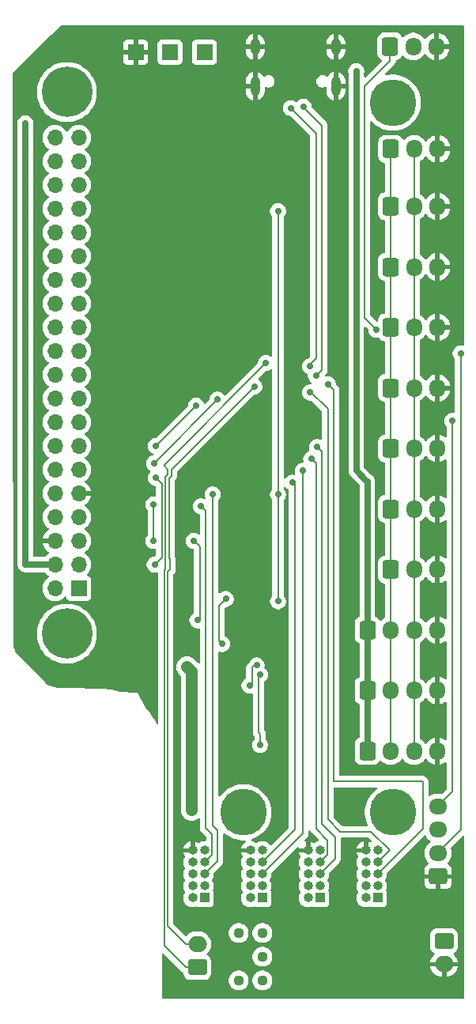
<source format=gbl>
G04 #@! TF.GenerationSoftware,KiCad,Pcbnew,9.0.0*
G04 #@! TF.CreationDate,2025-04-10T20:16:32-07:00*
G04 #@! TF.ProjectId,ESP32_S2_SOLO_N4 Kicad Reference Design,45535033-325f-4533-925f-534f4c4f5f4e,rev?*
G04 #@! TF.SameCoordinates,Original*
G04 #@! TF.FileFunction,Copper,L2,Bot*
G04 #@! TF.FilePolarity,Positive*
%FSLAX46Y46*%
G04 Gerber Fmt 4.6, Leading zero omitted, Abs format (unit mm)*
G04 Created by KiCad (PCBNEW 9.0.0) date 2025-04-10 20:16:32*
%MOMM*%
%LPD*%
G01*
G04 APERTURE LIST*
G04 Aperture macros list*
%AMRoundRect*
0 Rectangle with rounded corners*
0 $1 Rounding radius*
0 $2 $3 $4 $5 $6 $7 $8 $9 X,Y pos of 4 corners*
0 Add a 4 corners polygon primitive as box body*
4,1,4,$2,$3,$4,$5,$6,$7,$8,$9,$2,$3,0*
0 Add four circle primitives for the rounded corners*
1,1,$1+$1,$2,$3*
1,1,$1+$1,$4,$5*
1,1,$1+$1,$6,$7*
1,1,$1+$1,$8,$9*
0 Add four rect primitives between the rounded corners*
20,1,$1+$1,$2,$3,$4,$5,0*
20,1,$1+$1,$4,$5,$6,$7,0*
20,1,$1+$1,$6,$7,$8,$9,0*
20,1,$1+$1,$8,$9,$2,$3,0*%
G04 Aperture macros list end*
G04 #@! TA.AperFunction,ComponentPad*
%ADD10C,0.850000*%
G04 #@! TD*
G04 #@! TA.AperFunction,ComponentPad*
%ADD11C,5.000000*%
G04 #@! TD*
G04 #@! TA.AperFunction,ComponentPad*
%ADD12RoundRect,0.250000X-0.600000X-0.725000X0.600000X-0.725000X0.600000X0.725000X-0.600000X0.725000X0*%
G04 #@! TD*
G04 #@! TA.AperFunction,ComponentPad*
%ADD13O,1.700000X1.950000*%
G04 #@! TD*
G04 #@! TA.AperFunction,ComponentPad*
%ADD14R,1.700000X1.700000*%
G04 #@! TD*
G04 #@! TA.AperFunction,ComponentPad*
%ADD15O,1.700000X1.700000*%
G04 #@! TD*
G04 #@! TA.AperFunction,ComponentPad*
%ADD16R,1.000000X1.000000*%
G04 #@! TD*
G04 #@! TA.AperFunction,ComponentPad*
%ADD17O,1.000000X1.000000*%
G04 #@! TD*
G04 #@! TA.AperFunction,ComponentPad*
%ADD18O,1.000000X2.100000*%
G04 #@! TD*
G04 #@! TA.AperFunction,ComponentPad*
%ADD19O,1.000000X1.800000*%
G04 #@! TD*
G04 #@! TA.AperFunction,ComponentPad*
%ADD20RoundRect,0.250000X0.725000X-0.600000X0.725000X0.600000X-0.725000X0.600000X-0.725000X-0.600000X0*%
G04 #@! TD*
G04 #@! TA.AperFunction,ComponentPad*
%ADD21O,1.950000X1.700000*%
G04 #@! TD*
G04 #@! TA.AperFunction,ComponentPad*
%ADD22RoundRect,0.250000X0.750000X-0.600000X0.750000X0.600000X-0.750000X0.600000X-0.750000X-0.600000X0*%
G04 #@! TD*
G04 #@! TA.AperFunction,ComponentPad*
%ADD23O,2.000000X1.700000*%
G04 #@! TD*
G04 #@! TA.AperFunction,ComponentPad*
%ADD24C,1.117600*%
G04 #@! TD*
G04 #@! TA.AperFunction,ComponentPad*
%ADD25C,5.400000*%
G04 #@! TD*
G04 #@! TA.AperFunction,ComponentPad*
%ADD26RoundRect,0.250000X-0.750000X0.600000X-0.750000X-0.600000X0.750000X-0.600000X0.750000X0.600000X0*%
G04 #@! TD*
G04 #@! TA.AperFunction,ViaPad*
%ADD27C,0.711200*%
G04 #@! TD*
G04 #@! TA.AperFunction,Conductor*
%ADD28C,0.203200*%
G04 #@! TD*
G04 #@! TA.AperFunction,Conductor*
%ADD29C,1.270000*%
G04 #@! TD*
G04 #@! TA.AperFunction,Conductor*
%ADD30C,0.635000*%
G04 #@! TD*
G04 #@! TA.AperFunction,Conductor*
%ADD31C,0.200000*%
G04 #@! TD*
G04 APERTURE END LIST*
D10*
X89032000Y-144772620D03*
X89581175Y-143446795D03*
X89581175Y-146098445D03*
X90907000Y-142897620D03*
D11*
X90907000Y-144772620D03*
D10*
X90907000Y-146647620D03*
X92232825Y-143446795D03*
X92232825Y-146098445D03*
X92782000Y-144772620D03*
D12*
X90678000Y-105807727D03*
D13*
X93178000Y-105807727D03*
X95678000Y-105807727D03*
D12*
X90678000Y-86364181D03*
D13*
X93178000Y-86364181D03*
X95678000Y-86364181D03*
D14*
X67056000Y-63373000D03*
D12*
X88178000Y-138213636D03*
D13*
X90678000Y-138213636D03*
X93178000Y-138213636D03*
X95678000Y-138213636D03*
D12*
X90678000Y-99326545D03*
D13*
X93178000Y-99326545D03*
X95678000Y-99326545D03*
D10*
X89032000Y-68772620D03*
X89581175Y-67446795D03*
X89581175Y-70098445D03*
X90907000Y-66897620D03*
D11*
X90907000Y-68772620D03*
D10*
X90907000Y-70647620D03*
X92232825Y-67446795D03*
X92232825Y-70098445D03*
X92782000Y-68772620D03*
D12*
X90678000Y-112288909D03*
D13*
X93178000Y-112288909D03*
X95678000Y-112288909D03*
D14*
X57277000Y-120777000D03*
D15*
X54737000Y-120777000D03*
X57277000Y-118237000D03*
X54737000Y-118237000D03*
X57277000Y-115697000D03*
X54737000Y-115697000D03*
X57277000Y-113157000D03*
X54737000Y-113157000D03*
X57277000Y-110617000D03*
X54737000Y-110617000D03*
X57277000Y-108077000D03*
X54737000Y-108077000D03*
X57277000Y-105537000D03*
X54737000Y-105537000D03*
X57277000Y-102997000D03*
X54737000Y-102997000D03*
X57277000Y-100457000D03*
X54737000Y-100457000D03*
X57277000Y-97917000D03*
X54737000Y-97917000D03*
X57277000Y-95377000D03*
X54737000Y-95377000D03*
X57277000Y-92837000D03*
X54737000Y-92837000D03*
X57277000Y-90297000D03*
X54737000Y-90297000D03*
X57277000Y-87757000D03*
X54737000Y-87757000D03*
X57277000Y-85217000D03*
X54737000Y-85217000D03*
X57277000Y-82677000D03*
X54737000Y-82677000D03*
X57277000Y-80137000D03*
X54737000Y-80137000D03*
X57277000Y-77597000D03*
X54737000Y-77597000D03*
X57277000Y-75057000D03*
X54737000Y-75057000D03*
X57277000Y-72517000D03*
X54737000Y-72517000D03*
D12*
X90601800Y-62763400D03*
D13*
X93101800Y-62763400D03*
X95601800Y-62763400D03*
D16*
X70739000Y-153924000D03*
D17*
X69469000Y-153924000D03*
X70739000Y-152654000D03*
X69469000Y-152654000D03*
X70739000Y-151384000D03*
X69469000Y-151384000D03*
X70739000Y-150114000D03*
X69469000Y-150114000D03*
X70739000Y-148844000D03*
X69469000Y-148844000D03*
D16*
X76919667Y-153924000D03*
D17*
X75649667Y-153924000D03*
X76919667Y-152654000D03*
X75649667Y-152654000D03*
X76919667Y-151384000D03*
X75649667Y-151384000D03*
X76919667Y-150114000D03*
X75649667Y-150114000D03*
X76919667Y-148844000D03*
X75649667Y-148844000D03*
D12*
X90678000Y-118770091D03*
D13*
X93178000Y-118770091D03*
X95678000Y-118770091D03*
D12*
X88178000Y-125251272D03*
D13*
X90678000Y-125251272D03*
X93178000Y-125251272D03*
X95678000Y-125251272D03*
D18*
X84814600Y-66994200D03*
X76174600Y-66994200D03*
D19*
X84814600Y-62814200D03*
X76174600Y-62814200D03*
D20*
X95758000Y-151638000D03*
D21*
X95758000Y-149138000D03*
X95758000Y-146638000D03*
X95758000Y-144138000D03*
D22*
X69977000Y-161377000D03*
D23*
X69977000Y-158877000D03*
D16*
X83100333Y-153924000D03*
D17*
X81830333Y-153924000D03*
X83100333Y-152654000D03*
X81830333Y-152654000D03*
X83100333Y-151384000D03*
X81830333Y-151384000D03*
X83100333Y-150114000D03*
X81830333Y-150114000D03*
X83100333Y-148844000D03*
X81830333Y-148844000D03*
D16*
X89281000Y-153924000D03*
D17*
X88011000Y-153924000D03*
X89281000Y-152654000D03*
X88011000Y-152654000D03*
X89281000Y-151384000D03*
X88011000Y-151384000D03*
X89281000Y-150114000D03*
X88011000Y-150114000D03*
X89281000Y-148844000D03*
X88011000Y-148844000D03*
D12*
X90678000Y-79883000D03*
D13*
X93178000Y-79883000D03*
X95678000Y-79883000D03*
D24*
X74402950Y-162772850D03*
X74402950Y-157692850D03*
X76942950Y-162772850D03*
X76942950Y-160232850D03*
X76942950Y-157692850D03*
D10*
X53982000Y-67647000D03*
X54575109Y-66215109D03*
X54575109Y-69078891D03*
X56007000Y-65622000D03*
D25*
X56007000Y-67647000D03*
D10*
X56007000Y-69672000D03*
X57438891Y-66215109D03*
X57438891Y-69078891D03*
X58032000Y-67647000D03*
D12*
X88178000Y-131732454D03*
D13*
X90678000Y-131732454D03*
X93178000Y-131732454D03*
X95678000Y-131732454D03*
D12*
X90703400Y-73736200D03*
D13*
X93203400Y-73736200D03*
X95703400Y-73736200D03*
D10*
X53982000Y-125647000D03*
X54575109Y-124215109D03*
X54575109Y-127078891D03*
X56007000Y-123622000D03*
D25*
X56007000Y-125647000D03*
D10*
X56007000Y-127672000D03*
X57438891Y-124215109D03*
X57438891Y-127078891D03*
X58032000Y-125647000D03*
D14*
X63373000Y-63373000D03*
D10*
X73032000Y-144772620D03*
X73581175Y-143446795D03*
X73581175Y-146098445D03*
X74907000Y-142897620D03*
D11*
X74907000Y-144772620D03*
D10*
X74907000Y-146647620D03*
X76232825Y-143446795D03*
X76232825Y-146098445D03*
X76782000Y-144772620D03*
D14*
X70739000Y-63373000D03*
D26*
X96393000Y-158536000D03*
D23*
X96393000Y-161036000D03*
D12*
X90678000Y-92845363D03*
D13*
X93178000Y-92845363D03*
X95678000Y-92845363D03*
D27*
X96062800Y-67945000D03*
X51562000Y-121158000D03*
X67183000Y-163703000D03*
X65278000Y-130886200D03*
X52832000Y-115697000D03*
X84963000Y-91313000D03*
X77470000Y-131123429D03*
X85725000Y-163449000D03*
X86055200Y-128778000D03*
X85471000Y-152146000D03*
X62484000Y-81534000D03*
X80336600Y-72974200D03*
X51689000Y-68072000D03*
X87122000Y-62306200D03*
X68072000Y-155473400D03*
X94615000Y-100965000D03*
X97028000Y-96774000D03*
X59563000Y-110617000D03*
X86995000Y-117729000D03*
X74041000Y-129921000D03*
X86487000Y-122047000D03*
X94742000Y-115824000D03*
X74168000Y-92075000D03*
X76200000Y-123444000D03*
X86106000Y-135255000D03*
X94742000Y-109220000D03*
X85090000Y-79375000D03*
X77343000Y-142113000D03*
X62230000Y-90551000D03*
X68072000Y-146050000D03*
X62611000Y-99568000D03*
X75311000Y-111125000D03*
X95504000Y-154940000D03*
X97790000Y-83312000D03*
X96139000Y-122301000D03*
X88519000Y-103124000D03*
X62357000Y-120015000D03*
X81915000Y-103632000D03*
X60706000Y-66421000D03*
X72898000Y-105156000D03*
X61976000Y-126593600D03*
X85979000Y-156718000D03*
X80311200Y-62839600D03*
X97155000Y-76962000D03*
X86487000Y-144272000D03*
X74676000Y-75946000D03*
X75184000Y-117983000D03*
X96139000Y-135382000D03*
X79248000Y-152273000D03*
X96139000Y-128905000D03*
X97790000Y-89789000D03*
X74041000Y-67056000D03*
X62738000Y-112776000D03*
X73990200Y-148361400D03*
X69367400Y-139446000D03*
X51562000Y-70993000D03*
X69342000Y-144526000D03*
X68859400Y-129184400D03*
X73025000Y-121920000D03*
X72644000Y-126746000D03*
X88138000Y-109321000D03*
X86995000Y-65405000D03*
X78613000Y-122174000D03*
X78613000Y-110744000D03*
X78613000Y-80391000D03*
X76682600Y-137566400D03*
X76708000Y-130048000D03*
X79989826Y-69358834D03*
X82042000Y-97028000D03*
X82677000Y-98044000D03*
X81354600Y-69231200D03*
X89154000Y-93091000D03*
X69977000Y-124206000D03*
X65278000Y-111810800D03*
X69596000Y-115697000D03*
X65278000Y-115697000D03*
X65405000Y-118237000D03*
X65532000Y-108966000D03*
X77330000Y-96647000D03*
X76073000Y-99187000D03*
X76327000Y-129032000D03*
X75565000Y-131191000D03*
X83947000Y-98933000D03*
X98171000Y-95631000D03*
X71628000Y-110744000D03*
X82804000Y-105664000D03*
X70358000Y-112014000D03*
X65350901Y-107419236D03*
X72136000Y-100584000D03*
X81280000Y-108204000D03*
X97282000Y-102870000D03*
X65532000Y-105537000D03*
X69850000Y-101219000D03*
X82169000Y-106934000D03*
X80137000Y-109474000D03*
X82042000Y-99822000D03*
D28*
X76504800Y-130251200D02*
X76708000Y-130048000D01*
X76504800Y-136194800D02*
X76504800Y-130251200D01*
X76708000Y-136398000D02*
X76504800Y-136194800D01*
X76712513Y-136529513D02*
X76712513Y-136402513D01*
X76708000Y-137541000D02*
X76708000Y-136534026D01*
X76682600Y-137566400D02*
X76708000Y-137541000D01*
X76708000Y-136534026D02*
X76712513Y-136529513D01*
D29*
X69342000Y-129667000D02*
X69342000Y-144526000D01*
X68859400Y-129184400D02*
X69342000Y-129667000D01*
D30*
X51562000Y-70993000D02*
X51562000Y-118237000D01*
X51562000Y-118237000D02*
X54737000Y-118237000D01*
D28*
X72644000Y-126746000D02*
X72263000Y-126365000D01*
D30*
X86995000Y-108178000D02*
X86995000Y-65405000D01*
X88138000Y-109321000D02*
X86995000Y-108178000D01*
X88138000Y-109321000D02*
X88178000Y-109361000D01*
X88178000Y-138213636D02*
X88178000Y-125251272D01*
D28*
X72263000Y-122682000D02*
X73025000Y-121920000D01*
D30*
X88178000Y-109361000D02*
X88178000Y-125251272D01*
D28*
X72263000Y-126365000D02*
X72263000Y-122682000D01*
X78613000Y-80391000D02*
X78613000Y-110744000D01*
X78613000Y-110744000D02*
X78613000Y-122174000D01*
D31*
X82042000Y-96807402D02*
X82677000Y-96172402D01*
X81333392Y-70702400D02*
X79989826Y-69358834D01*
X82042000Y-97028000D02*
X82042000Y-96807402D01*
X82677000Y-72059800D02*
X81333392Y-70716192D01*
X81333392Y-70716192D02*
X81333392Y-70702400D01*
X82677000Y-96172402D02*
X82677000Y-72059800D01*
X82677000Y-98044000D02*
X83312000Y-97409000D01*
X83312000Y-71221600D02*
X81354600Y-69264200D01*
X83312000Y-97409000D02*
X83312000Y-71221600D01*
X81354600Y-69264200D02*
X81354600Y-69231200D01*
D28*
X89154000Y-93091000D02*
X87884000Y-91821000D01*
X90631000Y-62792600D02*
X90601800Y-62763400D01*
X87884000Y-91821000D02*
X87884000Y-67030600D01*
X87884000Y-67030600D02*
X90631000Y-64283600D01*
X90631000Y-64283600D02*
X90631000Y-62792600D01*
X90678000Y-73761600D02*
X90703400Y-73736200D01*
X65278000Y-111810800D02*
X65278000Y-115697000D01*
X70231000Y-116332000D02*
X69596000Y-115697000D01*
X70231000Y-123952000D02*
X70231000Y-116332000D01*
X90678000Y-138213636D02*
X90678000Y-73761600D01*
X65532000Y-108966000D02*
X66167000Y-109601000D01*
X93178000Y-73401818D02*
X93203400Y-73427218D01*
X66167000Y-117475000D02*
X65405000Y-118237000D01*
X93203400Y-73427218D02*
X93203400Y-138188236D01*
X66167000Y-109601000D02*
X66167000Y-117475000D01*
X93203400Y-138188236D02*
X93178000Y-138213636D01*
X66549000Y-108848440D02*
X66549000Y-118754440D01*
X66421000Y-107556000D02*
X66421000Y-107695000D01*
X66430440Y-118873000D02*
X66421000Y-118873000D01*
X66803000Y-108594440D02*
X66549000Y-108848440D01*
X66421000Y-159091000D02*
X68707000Y-161377000D01*
X66421000Y-107695000D02*
X66430440Y-107695000D01*
X66549000Y-118754440D02*
X66430440Y-118873000D01*
X77330000Y-96647000D02*
X66421000Y-107556000D01*
X66421000Y-118873000D02*
X66421000Y-159091000D01*
X66803000Y-108067560D02*
X66803000Y-108594440D01*
X66430440Y-107695000D02*
X66803000Y-108067560D01*
X68707000Y-161377000D02*
X69977000Y-161377000D01*
X76073000Y-99187000D02*
X67185001Y-108074999D01*
X67185001Y-108752669D02*
X66931000Y-109006670D01*
X67185000Y-108225790D02*
X67185000Y-108436210D01*
X67185000Y-108436210D02*
X67185001Y-108436211D01*
X66803000Y-119040670D02*
X66803000Y-156973000D01*
X67185000Y-108225790D02*
X67185001Y-108225789D01*
X67056000Y-117686330D02*
X67056000Y-118787670D01*
X67185001Y-108074999D02*
X67185000Y-108225790D01*
X67185001Y-108436211D02*
X67185001Y-108752669D01*
X67056000Y-118787670D02*
X66803000Y-119040670D01*
X66931000Y-117561330D02*
X67056000Y-117686330D01*
X68707000Y-158877000D02*
X69977000Y-158877000D01*
X66931000Y-109006670D02*
X66931000Y-117561330D01*
X66803000Y-156973000D02*
X68707000Y-158877000D01*
X75819000Y-129286000D02*
X75819000Y-130937000D01*
X75819000Y-130937000D02*
X75565000Y-131191000D01*
X76073000Y-129032000D02*
X75819000Y-129286000D01*
X76327000Y-129032000D02*
X76073000Y-129032000D01*
X84582000Y-99568000D02*
X84582000Y-141478000D01*
X83947000Y-98933000D02*
X84582000Y-99568000D01*
X94109487Y-146555513D02*
X89281000Y-151384000D01*
X84582000Y-141478000D02*
X94109487Y-141478000D01*
X94109487Y-141478000D02*
X94109487Y-146555513D01*
X98171000Y-95631000D02*
X98171000Y-146619000D01*
X98171000Y-146619000D02*
X95712000Y-149078000D01*
X71501000Y-110873000D02*
X71627000Y-110999000D01*
X71628000Y-110744000D02*
X71501000Y-110871000D01*
X72136000Y-146685000D02*
X72136000Y-149987000D01*
X72136000Y-149987000D02*
X70739000Y-151384000D01*
X71627000Y-146176000D02*
X72136000Y-146685000D01*
X71627000Y-110999000D02*
X71627000Y-146176000D01*
X71501000Y-110871000D02*
X71501000Y-110873000D01*
X83313000Y-107600230D02*
X83313000Y-146051000D01*
X83313001Y-107600229D02*
X83313000Y-107600230D01*
X82804000Y-105664000D02*
X83312000Y-106172000D01*
X84709000Y-149775333D02*
X83100333Y-151384000D01*
X83312000Y-106172000D02*
X83312000Y-107282770D01*
X84709000Y-147447000D02*
X84709000Y-149775333D01*
X83312000Y-107282770D02*
X83313000Y-107283770D01*
X83313000Y-146051000D02*
X84709000Y-147447000D01*
X83313000Y-107283770D02*
X83313001Y-107600229D01*
X71519400Y-147084400D02*
X71519400Y-149333600D01*
X71519400Y-149333600D02*
X70739000Y-150114000D01*
X70866000Y-112522000D02*
X70866000Y-146431000D01*
X70866000Y-146431000D02*
X71519400Y-147084400D01*
X70358000Y-112014000D02*
X70866000Y-112522000D01*
X65350901Y-107419236D02*
X65350901Y-107369099D01*
X65350901Y-107369099D02*
X72136000Y-100584000D01*
X81280000Y-147023667D02*
X81280000Y-108204000D01*
X76919667Y-151384000D02*
X81280000Y-147023667D01*
X97282000Y-142508000D02*
X97282000Y-102870000D01*
X95712000Y-144078000D02*
X97282000Y-142508000D01*
X69850000Y-101219000D02*
X65532000Y-105537000D01*
X83880733Y-149333600D02*
X83100333Y-150114000D01*
X82677000Y-146558000D02*
X83880733Y-147761733D01*
X83880733Y-147761733D02*
X83880733Y-149333600D01*
X82677000Y-107442000D02*
X82677000Y-146558000D01*
X82169000Y-106934000D02*
X82677000Y-107442000D01*
X80391000Y-146642667D02*
X76919667Y-150114000D01*
X80137000Y-109474000D02*
X80391000Y-109728000D01*
X80391000Y-109728000D02*
X80391000Y-146642667D01*
X85242400Y-146837400D02*
X88544400Y-146837400D01*
X82042000Y-99695000D02*
X83947000Y-101600000D01*
X83947000Y-101600000D02*
X83947000Y-145542000D01*
X90551000Y-148844000D02*
X89281000Y-150114000D01*
X83947000Y-145542000D02*
X85242400Y-146837400D01*
X88544400Y-146837400D02*
X90551000Y-148844000D01*
G04 #@! TA.AperFunction,Conductor*
G36*
X77952066Y-97348151D02*
G01*
X77998757Y-97400130D01*
X78010900Y-97453647D01*
X78010900Y-110084029D01*
X77991215Y-110151068D01*
X77974581Y-110171710D01*
X77948026Y-110198264D01*
X77948023Y-110198268D01*
X77854337Y-110338478D01*
X77854330Y-110338491D01*
X77789801Y-110494280D01*
X77789798Y-110494290D01*
X77756900Y-110659679D01*
X77756900Y-110659682D01*
X77756900Y-110828318D01*
X77756900Y-110828320D01*
X77756899Y-110828320D01*
X77789798Y-110993709D01*
X77789801Y-110993719D01*
X77854330Y-111149508D01*
X77854337Y-111149521D01*
X77948022Y-111289730D01*
X77948023Y-111289731D01*
X77948024Y-111289732D01*
X77974581Y-111316289D01*
X78008066Y-111377610D01*
X78010900Y-111403970D01*
X78010900Y-121514029D01*
X77991215Y-121581068D01*
X77974581Y-121601710D01*
X77948026Y-121628264D01*
X77948023Y-121628268D01*
X77854337Y-121768478D01*
X77854330Y-121768491D01*
X77789801Y-121924280D01*
X77789798Y-121924290D01*
X77756900Y-122089679D01*
X77756900Y-122089682D01*
X77756900Y-122258318D01*
X77756900Y-122258320D01*
X77756899Y-122258320D01*
X77789798Y-122423709D01*
X77789801Y-122423719D01*
X77854330Y-122579508D01*
X77854337Y-122579521D01*
X77948023Y-122719731D01*
X77948026Y-122719735D01*
X78067264Y-122838973D01*
X78067268Y-122838976D01*
X78207478Y-122932662D01*
X78207491Y-122932669D01*
X78363280Y-122997198D01*
X78363285Y-122997200D01*
X78363289Y-122997200D01*
X78363290Y-122997201D01*
X78528679Y-123030100D01*
X78528682Y-123030100D01*
X78697320Y-123030100D01*
X78808590Y-123007966D01*
X78862715Y-122997200D01*
X79018515Y-122932666D01*
X79158732Y-122838976D01*
X79277976Y-122719732D01*
X79371666Y-122579515D01*
X79436200Y-122423715D01*
X79455732Y-122325521D01*
X79469100Y-122258320D01*
X79469100Y-122089679D01*
X79436201Y-121924290D01*
X79436200Y-121924289D01*
X79436200Y-121924285D01*
X79413439Y-121869335D01*
X79371669Y-121768491D01*
X79371662Y-121768478D01*
X79277976Y-121628268D01*
X79277973Y-121628264D01*
X79251419Y-121601710D01*
X79217934Y-121540387D01*
X79215100Y-121514029D01*
X79215100Y-111403970D01*
X79234785Y-111336931D01*
X79251415Y-111316292D01*
X79277976Y-111289732D01*
X79371666Y-111149515D01*
X79436200Y-110993715D01*
X79448230Y-110933239D01*
X79469100Y-110828320D01*
X79469100Y-110659679D01*
X79436201Y-110494290D01*
X79436200Y-110494289D01*
X79436200Y-110494285D01*
X79388119Y-110378206D01*
X79371669Y-110338491D01*
X79371662Y-110338478D01*
X79277976Y-110198268D01*
X79277973Y-110198264D01*
X79251419Y-110171710D01*
X79236715Y-110144782D01*
X79220123Y-110118964D01*
X79219231Y-110112763D01*
X79217934Y-110110387D01*
X79215100Y-110084029D01*
X79215100Y-110043991D01*
X79234785Y-109976952D01*
X79287589Y-109931197D01*
X79356747Y-109921253D01*
X79420303Y-109950278D01*
X79442201Y-109975098D01*
X79449040Y-109985334D01*
X79472025Y-110019734D01*
X79591265Y-110138974D01*
X79591268Y-110138976D01*
X79731485Y-110232666D01*
X79731489Y-110232667D01*
X79733790Y-110234205D01*
X79778596Y-110287817D01*
X79788900Y-110337308D01*
X79788900Y-146341906D01*
X79769215Y-146408945D01*
X79752581Y-146429587D01*
X77915455Y-148266712D01*
X77854132Y-148300197D01*
X77784440Y-148295213D01*
X77728507Y-148253341D01*
X77724672Y-148247922D01*
X77696806Y-148206217D01*
X77557452Y-148066863D01*
X77557448Y-148066860D01*
X77393587Y-147957371D01*
X77393574Y-147957364D01*
X77211506Y-147881950D01*
X77211496Y-147881947D01*
X77018210Y-147843500D01*
X77018208Y-147843500D01*
X76821126Y-147843500D01*
X76821124Y-147843500D01*
X76627837Y-147881947D01*
X76627827Y-147881950D01*
X76445760Y-147957364D01*
X76445749Y-147957370D01*
X76353107Y-148019271D01*
X76286429Y-148040148D01*
X76219049Y-148021663D01*
X76215326Y-148019270D01*
X76123351Y-147957814D01*
X76123338Y-147957807D01*
X75941360Y-147882430D01*
X75941350Y-147882427D01*
X75853291Y-147864911D01*
X75791380Y-147832526D01*
X75756806Y-147771810D01*
X75760546Y-147702041D01*
X75801413Y-147645369D01*
X75836520Y-147626255D01*
X76057051Y-147549089D01*
X76360686Y-147402866D01*
X76646039Y-147223566D01*
X76909523Y-147013445D01*
X77147825Y-146775143D01*
X77357946Y-146511659D01*
X77537246Y-146226306D01*
X77683469Y-145922671D01*
X77794776Y-145604574D01*
X77869767Y-145276014D01*
X77907500Y-144941124D01*
X77907500Y-144604116D01*
X77869767Y-144269226D01*
X77794776Y-143940666D01*
X77683469Y-143622569D01*
X77562782Y-143371959D01*
X77537247Y-143318936D01*
X77537246Y-143318934D01*
X77357946Y-143033581D01*
X77147825Y-142770097D01*
X76909523Y-142531795D01*
X76646039Y-142321674D01*
X76360686Y-142142374D01*
X76360683Y-142142372D01*
X76057054Y-141996152D01*
X75738965Y-141884847D01*
X75738953Y-141884843D01*
X75410397Y-141809853D01*
X75410381Y-141809851D01*
X75075508Y-141772120D01*
X75075504Y-141772120D01*
X74738496Y-141772120D01*
X74738491Y-141772120D01*
X74403618Y-141809851D01*
X74403602Y-141809853D01*
X74075046Y-141884843D01*
X74075034Y-141884847D01*
X73756945Y-141996152D01*
X73453316Y-142142372D01*
X73167962Y-142321673D01*
X72904477Y-142531794D01*
X72666174Y-142770097D01*
X72456043Y-143033593D01*
X72454222Y-143036161D01*
X72399370Y-143079440D01*
X72329828Y-143086193D01*
X72267674Y-143054276D01*
X72232642Y-142993823D01*
X72229100Y-142964396D01*
X72229100Y-131275320D01*
X74708899Y-131275320D01*
X74741798Y-131440709D01*
X74741801Y-131440719D01*
X74806330Y-131596508D01*
X74806337Y-131596521D01*
X74900023Y-131736731D01*
X74900026Y-131736735D01*
X75019264Y-131855973D01*
X75019268Y-131855976D01*
X75159478Y-131949662D01*
X75159491Y-131949669D01*
X75227298Y-131977755D01*
X75315285Y-132014200D01*
X75315289Y-132014200D01*
X75315290Y-132014201D01*
X75480679Y-132047100D01*
X75480682Y-132047100D01*
X75649320Y-132047100D01*
X75754508Y-132026176D01*
X75824099Y-132032403D01*
X75879277Y-132075265D01*
X75902522Y-132141155D01*
X75902700Y-132147793D01*
X75902700Y-136274068D01*
X75943733Y-136427202D01*
X76019438Y-136558329D01*
X76019440Y-136558332D01*
X76019439Y-136558332D01*
X76022803Y-136564158D01*
X76023000Y-136564498D01*
X76023003Y-136564501D01*
X76069581Y-136611079D01*
X76084284Y-136638006D01*
X76100877Y-136663825D01*
X76101768Y-136670025D01*
X76103066Y-136672402D01*
X76105900Y-136698760D01*
X76105900Y-136881029D01*
X76086215Y-136948068D01*
X76069581Y-136968710D01*
X76017626Y-137020664D01*
X76017623Y-137020668D01*
X75923937Y-137160878D01*
X75923930Y-137160891D01*
X75859401Y-137316680D01*
X75859398Y-137316690D01*
X75826500Y-137482079D01*
X75826500Y-137482082D01*
X75826500Y-137650718D01*
X75826500Y-137650720D01*
X75826499Y-137650720D01*
X75859398Y-137816109D01*
X75859401Y-137816119D01*
X75923930Y-137971908D01*
X75923937Y-137971921D01*
X76017623Y-138112131D01*
X76017626Y-138112135D01*
X76136864Y-138231373D01*
X76136868Y-138231376D01*
X76277078Y-138325062D01*
X76277091Y-138325069D01*
X76432880Y-138389598D01*
X76432885Y-138389600D01*
X76432889Y-138389600D01*
X76432890Y-138389601D01*
X76598279Y-138422500D01*
X76598282Y-138422500D01*
X76766920Y-138422500D01*
X76895219Y-138396979D01*
X76932315Y-138389600D01*
X77088115Y-138325066D01*
X77228332Y-138231376D01*
X77347576Y-138112132D01*
X77441266Y-137971915D01*
X77505800Y-137816115D01*
X77538700Y-137650718D01*
X77538700Y-137482082D01*
X77538700Y-137482079D01*
X77505801Y-137316690D01*
X77505800Y-137316689D01*
X77505800Y-137316685D01*
X77505798Y-137316680D01*
X77441269Y-137160891D01*
X77441262Y-137160878D01*
X77347576Y-137020668D01*
X77347573Y-137020664D01*
X77346419Y-137019510D01*
X77346007Y-137018756D01*
X77343711Y-137015958D01*
X77344241Y-137015522D01*
X77312934Y-136958187D01*
X77310100Y-136931829D01*
X77310100Y-136641947D01*
X77314325Y-136609854D01*
X77314613Y-136608781D01*
X77314613Y-136323245D01*
X77273580Y-136170111D01*
X77194313Y-136032815D01*
X77143219Y-135981721D01*
X77109734Y-135920398D01*
X77106900Y-135894040D01*
X77106900Y-130877365D01*
X77126585Y-130810326D01*
X77162008Y-130774263D01*
X77253732Y-130712976D01*
X77372976Y-130593732D01*
X77466666Y-130453515D01*
X77466949Y-130452833D01*
X77495021Y-130385059D01*
X77531200Y-130297715D01*
X77548064Y-130212935D01*
X77564100Y-130132320D01*
X77564100Y-129963679D01*
X77531201Y-129798290D01*
X77531200Y-129798289D01*
X77531200Y-129798285D01*
X77522617Y-129777564D01*
X77466669Y-129642491D01*
X77466662Y-129642478D01*
X77372976Y-129502268D01*
X77372973Y-129502264D01*
X77253734Y-129383025D01*
X77233938Y-129369798D01*
X77213449Y-129356108D01*
X77168645Y-129302497D01*
X77159937Y-129233172D01*
X77160723Y-129228814D01*
X77183100Y-129116320D01*
X77183100Y-128947679D01*
X77150201Y-128782290D01*
X77150200Y-128782289D01*
X77150200Y-128782285D01*
X77145683Y-128771379D01*
X77085669Y-128626491D01*
X77085662Y-128626478D01*
X76991976Y-128486268D01*
X76991973Y-128486264D01*
X76872735Y-128367026D01*
X76872731Y-128367023D01*
X76732521Y-128273337D01*
X76732508Y-128273330D01*
X76576719Y-128208801D01*
X76576709Y-128208798D01*
X76411320Y-128175900D01*
X76411318Y-128175900D01*
X76242682Y-128175900D01*
X76242680Y-128175900D01*
X76077290Y-128208798D01*
X76077280Y-128208801D01*
X75921491Y-128273330D01*
X75921478Y-128273337D01*
X75781268Y-128367023D01*
X75781264Y-128367026D01*
X75662026Y-128486264D01*
X75662023Y-128486268D01*
X75568337Y-128626478D01*
X75568332Y-128626488D01*
X75536278Y-128703874D01*
X75531646Y-128710805D01*
X75530550Y-128715847D01*
X75509399Y-128744102D01*
X75449302Y-128804200D01*
X75337198Y-128916304D01*
X75257933Y-129053597D01*
X75216900Y-129206733D01*
X75216900Y-130327690D01*
X75197215Y-130394729D01*
X75161791Y-130430792D01*
X75019268Y-130526023D01*
X75019264Y-130526026D01*
X74900026Y-130645264D01*
X74900023Y-130645268D01*
X74806337Y-130785478D01*
X74806330Y-130785491D01*
X74741801Y-130941280D01*
X74741798Y-130941290D01*
X74708900Y-131106679D01*
X74708900Y-131106682D01*
X74708900Y-131275318D01*
X74708900Y-131275320D01*
X74708899Y-131275320D01*
X72229100Y-131275320D01*
X72229100Y-127686286D01*
X72248785Y-127619247D01*
X72301589Y-127573492D01*
X72370747Y-127563548D01*
X72389099Y-127567627D01*
X72394284Y-127569200D01*
X72559679Y-127602100D01*
X72559682Y-127602100D01*
X72728320Y-127602100D01*
X72847248Y-127578443D01*
X72893715Y-127569200D01*
X73049515Y-127504666D01*
X73189732Y-127410976D01*
X73308976Y-127291732D01*
X73402666Y-127151515D01*
X73467200Y-126995715D01*
X73477966Y-126941590D01*
X73500100Y-126830320D01*
X73500100Y-126661679D01*
X73467201Y-126496290D01*
X73467200Y-126496289D01*
X73467200Y-126496285D01*
X73445928Y-126444929D01*
X73402669Y-126340491D01*
X73402662Y-126340478D01*
X73308976Y-126200268D01*
X73308973Y-126200264D01*
X73189735Y-126081026D01*
X73189731Y-126081023D01*
X73049521Y-125987337D01*
X73049508Y-125987330D01*
X72941648Y-125942654D01*
X72887244Y-125898813D01*
X72865179Y-125832519D01*
X72865100Y-125828093D01*
X72865100Y-122982760D01*
X72873744Y-122953319D01*
X72880268Y-122923333D01*
X72884022Y-122918317D01*
X72884785Y-122915721D01*
X72901419Y-122895079D01*
X72984079Y-122812419D01*
X73045402Y-122778934D01*
X73071760Y-122776100D01*
X73109320Y-122776100D01*
X73220590Y-122753966D01*
X73274715Y-122743200D01*
X73430515Y-122678666D01*
X73570732Y-122584976D01*
X73689976Y-122465732D01*
X73783666Y-122325515D01*
X73848200Y-122169715D01*
X73867877Y-122070793D01*
X73881100Y-122004320D01*
X73881100Y-121835679D01*
X73848201Y-121670290D01*
X73848200Y-121670289D01*
X73848200Y-121670285D01*
X73830796Y-121628268D01*
X73783669Y-121514491D01*
X73783662Y-121514478D01*
X73689976Y-121374268D01*
X73689973Y-121374264D01*
X73570735Y-121255026D01*
X73570731Y-121255023D01*
X73430521Y-121161337D01*
X73430508Y-121161330D01*
X73274719Y-121096801D01*
X73274709Y-121096798D01*
X73109320Y-121063900D01*
X73109318Y-121063900D01*
X72940682Y-121063900D01*
X72940680Y-121063900D01*
X72775290Y-121096798D01*
X72775280Y-121096801D01*
X72619491Y-121161330D01*
X72619478Y-121161337D01*
X72479268Y-121255023D01*
X72479264Y-121255026D01*
X72440781Y-121293510D01*
X72379458Y-121326995D01*
X72309766Y-121322011D01*
X72253833Y-121280139D01*
X72229416Y-121214675D01*
X72229100Y-121205829D01*
X72229100Y-111404970D01*
X72248785Y-111337931D01*
X72265415Y-111317292D01*
X72292976Y-111289732D01*
X72386666Y-111149515D01*
X72451200Y-110993715D01*
X72463230Y-110933239D01*
X72484100Y-110828320D01*
X72484100Y-110659679D01*
X72451201Y-110494290D01*
X72451200Y-110494289D01*
X72451200Y-110494285D01*
X72403119Y-110378206D01*
X72386669Y-110338491D01*
X72386662Y-110338478D01*
X72292976Y-110198268D01*
X72292973Y-110198264D01*
X72173735Y-110079026D01*
X72173731Y-110079023D01*
X72033521Y-109985337D01*
X72033508Y-109985330D01*
X71877719Y-109920801D01*
X71877709Y-109920798D01*
X71712320Y-109887900D01*
X71712318Y-109887900D01*
X71543682Y-109887900D01*
X71543680Y-109887900D01*
X71378290Y-109920798D01*
X71378280Y-109920801D01*
X71222491Y-109985330D01*
X71222478Y-109985337D01*
X71082268Y-110079023D01*
X71082264Y-110079026D01*
X70963026Y-110198264D01*
X70963023Y-110198268D01*
X70869337Y-110338478D01*
X70869330Y-110338491D01*
X70804801Y-110494280D01*
X70804798Y-110494290D01*
X70771900Y-110659679D01*
X70771900Y-110659682D01*
X70771900Y-110828318D01*
X70771900Y-110828320D01*
X70771899Y-110828320D01*
X70804798Y-110993709D01*
X70804799Y-110993710D01*
X70804800Y-110993715D01*
X70826795Y-111046815D01*
X70829599Y-111053585D01*
X70837067Y-111123055D01*
X70805791Y-111185534D01*
X70745702Y-111221186D01*
X70675877Y-111218691D01*
X70667590Y-111215600D01*
X70607715Y-111190800D01*
X70607710Y-111190799D01*
X70607709Y-111190798D01*
X70442320Y-111157900D01*
X70442318Y-111157900D01*
X70273682Y-111157900D01*
X70273680Y-111157900D01*
X70108290Y-111190798D01*
X70108280Y-111190801D01*
X69952491Y-111255330D01*
X69952478Y-111255337D01*
X69812268Y-111349023D01*
X69812264Y-111349026D01*
X69693026Y-111468264D01*
X69693023Y-111468268D01*
X69599337Y-111608478D01*
X69599330Y-111608491D01*
X69534801Y-111764280D01*
X69534798Y-111764290D01*
X69501900Y-111929679D01*
X69501900Y-111929682D01*
X69501900Y-112098318D01*
X69501900Y-112098320D01*
X69501899Y-112098320D01*
X69534798Y-112263709D01*
X69534801Y-112263719D01*
X69599330Y-112419508D01*
X69599337Y-112419521D01*
X69693023Y-112559731D01*
X69693026Y-112559735D01*
X69812264Y-112678973D01*
X69812268Y-112678976D01*
X69952478Y-112772662D01*
X69952491Y-112772669D01*
X70108280Y-112837198D01*
X70108285Y-112837200D01*
X70164092Y-112848300D01*
X70226001Y-112880683D01*
X70260576Y-112941399D01*
X70263900Y-112969917D01*
X70263900Y-114881665D01*
X70244215Y-114948704D01*
X70191411Y-114994459D01*
X70122253Y-115004403D01*
X70071010Y-114984768D01*
X70001519Y-114938336D01*
X70001508Y-114938330D01*
X69845719Y-114873801D01*
X69845709Y-114873798D01*
X69680320Y-114840900D01*
X69680318Y-114840900D01*
X69511682Y-114840900D01*
X69511680Y-114840900D01*
X69346290Y-114873798D01*
X69346280Y-114873801D01*
X69190491Y-114938330D01*
X69190478Y-114938337D01*
X69050268Y-115032023D01*
X69050264Y-115032026D01*
X68931026Y-115151264D01*
X68931023Y-115151268D01*
X68837337Y-115291478D01*
X68837330Y-115291491D01*
X68772801Y-115447280D01*
X68772798Y-115447290D01*
X68739900Y-115612679D01*
X68739900Y-115612682D01*
X68739900Y-115781318D01*
X68739900Y-115781320D01*
X68739899Y-115781320D01*
X68772798Y-115946709D01*
X68772801Y-115946719D01*
X68837330Y-116102508D01*
X68837337Y-116102521D01*
X68931023Y-116242731D01*
X68931026Y-116242735D01*
X69050264Y-116361973D01*
X69050268Y-116361976D01*
X69190478Y-116455662D01*
X69190491Y-116455669D01*
X69346280Y-116520198D01*
X69346285Y-116520200D01*
X69346289Y-116520200D01*
X69346290Y-116520201D01*
X69511680Y-116553100D01*
X69517051Y-116553629D01*
X69581839Y-116579788D01*
X69622199Y-116636822D01*
X69628900Y-116677032D01*
X69628900Y-123342690D01*
X69609215Y-123409729D01*
X69573791Y-123445792D01*
X69431268Y-123541023D01*
X69431264Y-123541026D01*
X69312026Y-123660264D01*
X69312023Y-123660268D01*
X69218337Y-123800478D01*
X69218330Y-123800491D01*
X69153801Y-123956280D01*
X69153798Y-123956290D01*
X69120900Y-124121679D01*
X69120900Y-124121682D01*
X69120900Y-124290318D01*
X69120900Y-124290320D01*
X69120899Y-124290320D01*
X69153798Y-124455709D01*
X69153801Y-124455719D01*
X69218330Y-124611508D01*
X69218337Y-124611521D01*
X69312023Y-124751731D01*
X69312026Y-124751735D01*
X69431264Y-124870973D01*
X69431268Y-124870976D01*
X69571478Y-124964662D01*
X69571491Y-124964669D01*
X69705038Y-125019985D01*
X69727285Y-125029200D01*
X69727289Y-125029200D01*
X69727290Y-125029201D01*
X69892679Y-125062100D01*
X69892682Y-125062100D01*
X70061319Y-125062100D01*
X70115708Y-125051281D01*
X70185299Y-125057508D01*
X70240477Y-125100370D01*
X70263722Y-125166260D01*
X70263900Y-125172898D01*
X70263900Y-128683698D01*
X70244215Y-128750737D01*
X70191411Y-128796492D01*
X70122253Y-128806436D01*
X70058697Y-128777411D01*
X70052219Y-128771379D01*
X69599130Y-128318291D01*
X69599128Y-128318289D01*
X69454531Y-128213233D01*
X69445827Y-128208798D01*
X69295284Y-128132092D01*
X69254501Y-128118841D01*
X69125297Y-128076859D01*
X69125291Y-128076858D01*
X68948770Y-128048900D01*
X68948766Y-128048900D01*
X68770034Y-128048900D01*
X68770030Y-128048900D01*
X68593508Y-128076858D01*
X68593506Y-128076858D01*
X68593503Y-128076859D01*
X68508511Y-128104475D01*
X68423515Y-128132092D01*
X68264268Y-128213233D01*
X68198090Y-128261315D01*
X68119672Y-128318289D01*
X68119670Y-128318291D01*
X68119669Y-128318291D01*
X67993291Y-128444669D01*
X67993291Y-128444670D01*
X67993289Y-128444672D01*
X67987554Y-128452566D01*
X67888233Y-128589268D01*
X67807092Y-128748515D01*
X67788008Y-128807251D01*
X67751859Y-128918503D01*
X67751858Y-128918506D01*
X67751858Y-128918508D01*
X67723900Y-129095029D01*
X67723900Y-129273770D01*
X67736941Y-129356109D01*
X67751859Y-129450297D01*
X67768746Y-129502268D01*
X67807092Y-129620284D01*
X67887231Y-129777564D01*
X67888233Y-129779531D01*
X67993289Y-129924128D01*
X67993291Y-129924130D01*
X68170181Y-130101020D01*
X68203666Y-130162343D01*
X68206500Y-130188701D01*
X68206500Y-144615366D01*
X68220480Y-144703631D01*
X68234460Y-144791898D01*
X68234460Y-144791901D01*
X68289689Y-144961878D01*
X68289691Y-144961881D01*
X68370833Y-145121132D01*
X68475889Y-145265728D01*
X68602272Y-145392111D01*
X68746868Y-145497167D01*
X68906119Y-145578309D01*
X68906121Y-145578310D01*
X69064670Y-145629825D01*
X69076103Y-145633540D01*
X69252634Y-145661500D01*
X69252635Y-145661500D01*
X69431365Y-145661500D01*
X69431366Y-145661500D01*
X69607897Y-145633540D01*
X69607900Y-145633539D01*
X69607901Y-145633539D01*
X69777878Y-145578310D01*
X69777878Y-145578309D01*
X69777881Y-145578309D01*
X69937132Y-145497167D01*
X70067015Y-145402800D01*
X70132820Y-145379320D01*
X70200874Y-145395145D01*
X70249569Y-145445250D01*
X70263900Y-145503118D01*
X70263900Y-146510268D01*
X70304933Y-146663402D01*
X70375809Y-146786165D01*
X70384199Y-146800696D01*
X70384201Y-146800699D01*
X70880981Y-147297479D01*
X70914466Y-147358802D01*
X70917300Y-147385160D01*
X70917300Y-147719500D01*
X70897615Y-147786539D01*
X70844811Y-147832294D01*
X70793300Y-147843500D01*
X70640457Y-147843500D01*
X70447170Y-147881947D01*
X70447160Y-147881950D01*
X70265093Y-147957364D01*
X70265082Y-147957370D01*
X70172440Y-148019271D01*
X70105762Y-148040148D01*
X70038382Y-148021663D01*
X70034659Y-148019270D01*
X69942684Y-147957814D01*
X69942671Y-147957807D01*
X69760691Y-147882429D01*
X69760683Y-147882427D01*
X69719000Y-147874135D01*
X69719000Y-148634382D01*
X69668554Y-148583936D01*
X69594445Y-148541149D01*
X69511787Y-148519000D01*
X69426213Y-148519000D01*
X69343555Y-148541149D01*
X69269446Y-148583936D01*
X69208936Y-148644446D01*
X69166149Y-148718555D01*
X69144000Y-148801213D01*
X69144000Y-148886787D01*
X69166149Y-148969445D01*
X69208936Y-149043554D01*
X69259382Y-149094000D01*
X68499138Y-149094000D01*
X68507430Y-149135690D01*
X68507430Y-149135692D01*
X68582807Y-149317671D01*
X68582814Y-149317684D01*
X68644270Y-149409659D01*
X68665148Y-149476337D01*
X68646663Y-149543717D01*
X68644271Y-149547440D01*
X68582370Y-149640082D01*
X68582364Y-149640093D01*
X68506950Y-149822160D01*
X68506947Y-149822170D01*
X68468500Y-150015456D01*
X68468500Y-150015459D01*
X68468500Y-150212541D01*
X68468500Y-150212543D01*
X68468499Y-150212543D01*
X68506947Y-150405829D01*
X68506950Y-150405839D01*
X68582366Y-150587910D01*
X68582368Y-150587914D01*
X68626352Y-150653740D01*
X68643971Y-150680110D01*
X68664848Y-150746787D01*
X68646363Y-150814167D01*
X68643971Y-150817890D01*
X68582366Y-150910089D01*
X68506950Y-151092160D01*
X68506947Y-151092170D01*
X68468500Y-151285456D01*
X68468500Y-151285459D01*
X68468500Y-151482541D01*
X68468500Y-151482543D01*
X68468499Y-151482543D01*
X68506947Y-151675829D01*
X68506950Y-151675839D01*
X68567220Y-151821343D01*
X68582368Y-151857914D01*
X68602471Y-151888000D01*
X68643971Y-151950110D01*
X68664848Y-152016787D01*
X68646363Y-152084167D01*
X68643971Y-152087890D01*
X68582366Y-152180089D01*
X68506950Y-152362160D01*
X68506947Y-152362170D01*
X68468500Y-152555456D01*
X68468500Y-152555459D01*
X68468500Y-152752541D01*
X68468500Y-152752543D01*
X68468499Y-152752543D01*
X68506947Y-152945829D01*
X68506950Y-152945839D01*
X68582366Y-153127910D01*
X68582368Y-153127914D01*
X68618285Y-153181668D01*
X68643971Y-153220110D01*
X68664848Y-153286787D01*
X68646363Y-153354167D01*
X68643971Y-153357890D01*
X68582366Y-153450089D01*
X68506950Y-153632160D01*
X68506947Y-153632170D01*
X68468500Y-153825456D01*
X68468500Y-153825459D01*
X68468500Y-154022541D01*
X68468500Y-154022543D01*
X68468499Y-154022543D01*
X68506947Y-154215829D01*
X68506950Y-154215839D01*
X68582364Y-154397907D01*
X68582371Y-154397920D01*
X68691860Y-154561781D01*
X68691863Y-154561785D01*
X68831214Y-154701136D01*
X68831218Y-154701139D01*
X68995079Y-154810628D01*
X68995092Y-154810635D01*
X69177160Y-154886049D01*
X69177165Y-154886051D01*
X69177169Y-154886051D01*
X69177170Y-154886052D01*
X69370456Y-154924500D01*
X69370459Y-154924500D01*
X69567543Y-154924500D01*
X69697582Y-154898632D01*
X69760835Y-154886051D01*
X69863126Y-154843680D01*
X69932590Y-154836212D01*
X69984887Y-154858976D01*
X69996668Y-154867795D01*
X69996671Y-154867797D01*
X70131517Y-154918091D01*
X70131516Y-154918091D01*
X70138444Y-154918835D01*
X70191127Y-154924500D01*
X71286872Y-154924499D01*
X71346483Y-154918091D01*
X71481331Y-154867796D01*
X71596546Y-154781546D01*
X71682796Y-154666331D01*
X71733091Y-154531483D01*
X71739500Y-154471873D01*
X71739499Y-153376128D01*
X71733091Y-153316517D01*
X71722002Y-153286787D01*
X71682797Y-153181671D01*
X71682795Y-153181668D01*
X71673976Y-153169887D01*
X71649558Y-153104423D01*
X71658679Y-153048128D01*
X71701051Y-152945835D01*
X71739500Y-152752541D01*
X71739500Y-152555459D01*
X71739500Y-152555456D01*
X71701052Y-152362170D01*
X71701051Y-152362169D01*
X71701051Y-152362165D01*
X71701049Y-152362160D01*
X71625635Y-152180092D01*
X71625633Y-152180088D01*
X71625632Y-152180086D01*
X71564029Y-152087891D01*
X71543151Y-152021214D01*
X71561635Y-151953834D01*
X71564029Y-151950109D01*
X71605529Y-151888000D01*
X71625632Y-151857914D01*
X71701051Y-151675835D01*
X71739500Y-151482541D01*
X71739500Y-151286359D01*
X71759185Y-151219320D01*
X71775819Y-151198678D01*
X72160330Y-150814167D01*
X72617800Y-150356698D01*
X72675283Y-150257133D01*
X72697067Y-150219402D01*
X72738100Y-150066268D01*
X72738100Y-147138252D01*
X72757785Y-147071213D01*
X72810589Y-147025458D01*
X72879747Y-147015514D01*
X72939411Y-147041304D01*
X73167961Y-147223566D01*
X73453314Y-147402866D01*
X73756949Y-147549089D01*
X73977468Y-147626252D01*
X74075034Y-147660392D01*
X74075040Y-147660394D01*
X74075046Y-147660396D01*
X74403606Y-147735387D01*
X74738492Y-147773119D01*
X74738493Y-147773120D01*
X75043625Y-147773120D01*
X75110664Y-147792805D01*
X75156419Y-147845609D01*
X75166363Y-147914767D01*
X75137338Y-147978323D01*
X75112516Y-148000222D01*
X75012204Y-148067248D01*
X75012200Y-148067251D01*
X74872918Y-148206533D01*
X74872915Y-148206537D01*
X74763481Y-148370315D01*
X74763474Y-148370328D01*
X74688097Y-148552307D01*
X74688097Y-148552309D01*
X74679805Y-148594000D01*
X75440049Y-148594000D01*
X75389603Y-148644446D01*
X75346816Y-148718555D01*
X75324667Y-148801213D01*
X75324667Y-148886787D01*
X75346816Y-148969445D01*
X75389603Y-149043554D01*
X75440049Y-149094000D01*
X74679805Y-149094000D01*
X74688097Y-149135690D01*
X74688097Y-149135692D01*
X74763474Y-149317671D01*
X74763481Y-149317684D01*
X74824937Y-149409659D01*
X74845815Y-149476337D01*
X74827330Y-149543717D01*
X74824938Y-149547440D01*
X74763037Y-149640082D01*
X74763031Y-149640093D01*
X74687617Y-149822160D01*
X74687614Y-149822170D01*
X74649167Y-150015456D01*
X74649167Y-150015459D01*
X74649167Y-150212541D01*
X74649167Y-150212543D01*
X74649166Y-150212543D01*
X74687614Y-150405829D01*
X74687617Y-150405839D01*
X74763033Y-150587910D01*
X74763035Y-150587914D01*
X74807019Y-150653740D01*
X74824638Y-150680110D01*
X74845515Y-150746787D01*
X74827030Y-150814167D01*
X74824638Y-150817890D01*
X74763033Y-150910089D01*
X74687617Y-151092160D01*
X74687614Y-151092170D01*
X74649167Y-151285456D01*
X74649167Y-151285459D01*
X74649167Y-151482541D01*
X74649167Y-151482543D01*
X74649166Y-151482543D01*
X74687614Y-151675829D01*
X74687617Y-151675839D01*
X74747887Y-151821343D01*
X74763035Y-151857914D01*
X74783138Y-151888000D01*
X74824638Y-151950110D01*
X74845515Y-152016787D01*
X74827030Y-152084167D01*
X74824638Y-152087890D01*
X74763033Y-152180089D01*
X74687617Y-152362160D01*
X74687614Y-152362170D01*
X74649167Y-152555456D01*
X74649167Y-152555459D01*
X74649167Y-152752541D01*
X74649167Y-152752543D01*
X74649166Y-152752543D01*
X74687614Y-152945829D01*
X74687617Y-152945839D01*
X74763033Y-153127910D01*
X74763035Y-153127914D01*
X74798952Y-153181668D01*
X74824638Y-153220110D01*
X74845515Y-153286787D01*
X74827030Y-153354167D01*
X74824638Y-153357890D01*
X74763033Y-153450089D01*
X74687617Y-153632160D01*
X74687614Y-153632170D01*
X74649167Y-153825456D01*
X74649167Y-153825459D01*
X74649167Y-154022541D01*
X74649167Y-154022543D01*
X74649166Y-154022543D01*
X74687614Y-154215829D01*
X74687617Y-154215839D01*
X74763031Y-154397907D01*
X74763038Y-154397920D01*
X74872527Y-154561781D01*
X74872530Y-154561785D01*
X75011881Y-154701136D01*
X75011885Y-154701139D01*
X75175746Y-154810628D01*
X75175759Y-154810635D01*
X75357827Y-154886049D01*
X75357832Y-154886051D01*
X75357836Y-154886051D01*
X75357837Y-154886052D01*
X75551123Y-154924500D01*
X75551126Y-154924500D01*
X75748210Y-154924500D01*
X75878249Y-154898632D01*
X75941502Y-154886051D01*
X76043793Y-154843680D01*
X76113257Y-154836212D01*
X76165554Y-154858976D01*
X76177335Y-154867795D01*
X76177338Y-154867797D01*
X76312184Y-154918091D01*
X76312183Y-154918091D01*
X76319111Y-154918835D01*
X76371794Y-154924500D01*
X77467539Y-154924499D01*
X77527150Y-154918091D01*
X77661998Y-154867796D01*
X77777213Y-154781546D01*
X77863463Y-154666331D01*
X77913758Y-154531483D01*
X77920167Y-154471873D01*
X77920166Y-153376128D01*
X77913758Y-153316517D01*
X77902669Y-153286787D01*
X77863464Y-153181671D01*
X77863462Y-153181668D01*
X77854643Y-153169887D01*
X77830225Y-153104423D01*
X77839346Y-153048128D01*
X77881718Y-152945835D01*
X77920167Y-152752541D01*
X77920167Y-152555459D01*
X77920167Y-152555456D01*
X77881719Y-152362170D01*
X77881718Y-152362169D01*
X77881718Y-152362165D01*
X77881716Y-152362160D01*
X77806302Y-152180092D01*
X77806300Y-152180088D01*
X77806299Y-152180086D01*
X77744696Y-152087891D01*
X77723818Y-152021214D01*
X77742302Y-151953834D01*
X77744696Y-151950109D01*
X77786196Y-151888000D01*
X77806299Y-151857914D01*
X77881718Y-151675835D01*
X77920167Y-151482541D01*
X77920167Y-151286359D01*
X77939852Y-151219320D01*
X77956486Y-151198678D01*
X79818303Y-149336861D01*
X80645743Y-148509421D01*
X80707065Y-148475937D01*
X80776757Y-148480921D01*
X80832690Y-148522793D01*
X80857107Y-148588257D01*
X80857011Y-148589786D01*
X80860469Y-148594000D01*
X81580333Y-148594000D01*
X81580333Y-147874136D01*
X81569564Y-147865299D01*
X81538035Y-147862477D01*
X81482859Y-147819612D01*
X81459616Y-147753722D01*
X81475685Y-147685726D01*
X81495754Y-147659410D01*
X81761800Y-147393365D01*
X81776599Y-147367732D01*
X81841067Y-147256069D01*
X81882100Y-147102935D01*
X81882100Y-146848165D01*
X81882960Y-146845234D01*
X81882240Y-146842265D01*
X81892742Y-146811921D01*
X81901785Y-146781126D01*
X81904093Y-146779125D01*
X81905093Y-146776238D01*
X81930335Y-146756386D01*
X81954589Y-146735371D01*
X81957611Y-146734936D01*
X81960014Y-146733047D01*
X81991976Y-146729995D01*
X82023747Y-146725427D01*
X82026526Y-146726696D01*
X82029567Y-146726406D01*
X82058097Y-146741114D01*
X82087303Y-146754452D01*
X82089773Y-146757444D01*
X82091670Y-146758422D01*
X82113487Y-146786165D01*
X82115932Y-146790401D01*
X82115933Y-146790402D01*
X82121878Y-146800699D01*
X82161736Y-146869736D01*
X82164816Y-146875070D01*
X82195197Y-146927694D01*
X82195201Y-146927699D01*
X82928843Y-147661341D01*
X82962328Y-147722664D01*
X82957344Y-147792356D01*
X82915472Y-147848289D01*
X82865354Y-147870639D01*
X82808503Y-147881947D01*
X82808493Y-147881950D01*
X82626426Y-147957364D01*
X82626415Y-147957370D01*
X82533773Y-148019271D01*
X82467095Y-148040148D01*
X82399715Y-148021663D01*
X82395992Y-148019270D01*
X82304017Y-147957814D01*
X82304004Y-147957807D01*
X82122024Y-147882429D01*
X82122016Y-147882427D01*
X82080333Y-147874135D01*
X82080333Y-148634382D01*
X82029887Y-148583936D01*
X81955778Y-148541149D01*
X81873120Y-148519000D01*
X81787546Y-148519000D01*
X81704888Y-148541149D01*
X81630779Y-148583936D01*
X81570269Y-148644446D01*
X81527482Y-148718555D01*
X81505333Y-148801213D01*
X81505333Y-148886787D01*
X81527482Y-148969445D01*
X81570269Y-149043554D01*
X81620715Y-149094000D01*
X80860471Y-149094000D01*
X80868763Y-149135690D01*
X80868763Y-149135692D01*
X80944140Y-149317671D01*
X80944147Y-149317684D01*
X81005603Y-149409659D01*
X81026481Y-149476337D01*
X81007996Y-149543717D01*
X81005604Y-149547440D01*
X80943703Y-149640082D01*
X80943697Y-149640093D01*
X80868283Y-149822160D01*
X80868280Y-149822170D01*
X80829833Y-150015456D01*
X80829833Y-150015459D01*
X80829833Y-150212541D01*
X80829833Y-150212543D01*
X80829832Y-150212543D01*
X80868280Y-150405829D01*
X80868283Y-150405839D01*
X80943699Y-150587910D01*
X80943701Y-150587914D01*
X80987685Y-150653740D01*
X81005304Y-150680110D01*
X81026181Y-150746787D01*
X81007696Y-150814167D01*
X81005304Y-150817890D01*
X80943699Y-150910089D01*
X80868283Y-151092160D01*
X80868280Y-151092170D01*
X80829833Y-151285456D01*
X80829833Y-151285459D01*
X80829833Y-151482541D01*
X80829833Y-151482543D01*
X80829832Y-151482543D01*
X80868280Y-151675829D01*
X80868283Y-151675839D01*
X80928553Y-151821343D01*
X80943701Y-151857914D01*
X80963804Y-151888000D01*
X81005304Y-151950110D01*
X81026181Y-152016787D01*
X81007696Y-152084167D01*
X81005304Y-152087890D01*
X80943699Y-152180089D01*
X80868283Y-152362160D01*
X80868280Y-152362170D01*
X80829833Y-152555456D01*
X80829833Y-152555459D01*
X80829833Y-152752541D01*
X80829833Y-152752543D01*
X80829832Y-152752543D01*
X80868280Y-152945829D01*
X80868283Y-152945839D01*
X80943699Y-153127910D01*
X80943701Y-153127914D01*
X80979618Y-153181668D01*
X81005304Y-153220110D01*
X81026181Y-153286787D01*
X81007696Y-153354167D01*
X81005304Y-153357890D01*
X80943699Y-153450089D01*
X80868283Y-153632160D01*
X80868280Y-153632170D01*
X80829833Y-153825456D01*
X80829833Y-153825459D01*
X80829833Y-154022541D01*
X80829833Y-154022543D01*
X80829832Y-154022543D01*
X80868280Y-154215829D01*
X80868283Y-154215839D01*
X80943697Y-154397907D01*
X80943704Y-154397920D01*
X81053193Y-154561781D01*
X81053196Y-154561785D01*
X81192547Y-154701136D01*
X81192551Y-154701139D01*
X81356412Y-154810628D01*
X81356425Y-154810635D01*
X81538493Y-154886049D01*
X81538498Y-154886051D01*
X81538502Y-154886051D01*
X81538503Y-154886052D01*
X81731789Y-154924500D01*
X81731792Y-154924500D01*
X81928876Y-154924500D01*
X82058915Y-154898632D01*
X82122168Y-154886051D01*
X82224459Y-154843680D01*
X82293923Y-154836212D01*
X82346220Y-154858976D01*
X82358001Y-154867795D01*
X82358004Y-154867797D01*
X82492850Y-154918091D01*
X82492849Y-154918091D01*
X82499777Y-154918835D01*
X82552460Y-154924500D01*
X83648205Y-154924499D01*
X83707816Y-154918091D01*
X83842664Y-154867796D01*
X83957879Y-154781546D01*
X84044129Y-154666331D01*
X84094424Y-154531483D01*
X84100833Y-154471873D01*
X84100832Y-153376128D01*
X84094424Y-153316517D01*
X84083335Y-153286787D01*
X84044130Y-153181671D01*
X84044128Y-153181668D01*
X84035309Y-153169887D01*
X84010891Y-153104423D01*
X84020012Y-153048128D01*
X84062384Y-152945835D01*
X84100833Y-152752541D01*
X84100833Y-152555459D01*
X84100833Y-152555456D01*
X84062385Y-152362170D01*
X84062384Y-152362169D01*
X84062384Y-152362165D01*
X84062382Y-152362160D01*
X83986968Y-152180092D01*
X83986966Y-152180088D01*
X83986965Y-152180086D01*
X83925362Y-152087891D01*
X83904484Y-152021214D01*
X83922968Y-151953834D01*
X83925362Y-151950109D01*
X83966862Y-151888000D01*
X83986965Y-151857914D01*
X84062384Y-151675835D01*
X84100833Y-151482541D01*
X84100833Y-151286359D01*
X84120518Y-151219320D01*
X84137152Y-151198678D01*
X84616955Y-150718875D01*
X85190800Y-150145031D01*
X85270068Y-150007734D01*
X85311100Y-149854601D01*
X85311100Y-149696065D01*
X85311100Y-148594000D01*
X87041138Y-148594000D01*
X87761000Y-148594000D01*
X87761000Y-147874136D01*
X87760999Y-147874135D01*
X87719316Y-147882427D01*
X87719308Y-147882429D01*
X87537328Y-147957807D01*
X87537315Y-147957814D01*
X87373537Y-148067248D01*
X87373533Y-148067251D01*
X87234251Y-148206533D01*
X87234248Y-148206537D01*
X87124814Y-148370315D01*
X87124807Y-148370328D01*
X87049430Y-148552307D01*
X87049430Y-148552309D01*
X87041138Y-148594000D01*
X85311100Y-148594000D01*
X85311100Y-147563500D01*
X85330785Y-147496461D01*
X85383589Y-147450706D01*
X85435100Y-147439500D01*
X88243640Y-147439500D01*
X88310679Y-147459185D01*
X88331321Y-147475819D01*
X88604889Y-147749387D01*
X88638374Y-147810710D01*
X88633390Y-147880402D01*
X88591518Y-147936335D01*
X88526054Y-147960752D01*
X88469756Y-147951629D01*
X88302691Y-147882429D01*
X88302683Y-147882427D01*
X88261000Y-147874135D01*
X88261000Y-148634382D01*
X88210554Y-148583936D01*
X88136445Y-148541149D01*
X88053787Y-148519000D01*
X87968213Y-148519000D01*
X87885555Y-148541149D01*
X87811446Y-148583936D01*
X87750936Y-148644446D01*
X87708149Y-148718555D01*
X87686000Y-148801213D01*
X87686000Y-148886787D01*
X87708149Y-148969445D01*
X87750936Y-149043554D01*
X87801382Y-149094000D01*
X87041138Y-149094000D01*
X87049430Y-149135690D01*
X87049430Y-149135692D01*
X87124807Y-149317671D01*
X87124814Y-149317684D01*
X87186270Y-149409659D01*
X87207148Y-149476337D01*
X87188663Y-149543717D01*
X87186271Y-149547440D01*
X87124370Y-149640082D01*
X87124364Y-149640093D01*
X87048950Y-149822160D01*
X87048947Y-149822170D01*
X87010500Y-150015456D01*
X87010500Y-150015459D01*
X87010500Y-150212541D01*
X87010500Y-150212543D01*
X87010499Y-150212543D01*
X87048947Y-150405829D01*
X87048950Y-150405839D01*
X87124366Y-150587910D01*
X87124368Y-150587914D01*
X87168352Y-150653740D01*
X87185971Y-150680110D01*
X87206848Y-150746787D01*
X87188363Y-150814167D01*
X87185971Y-150817890D01*
X87124366Y-150910089D01*
X87048950Y-151092160D01*
X87048947Y-151092170D01*
X87010500Y-151285456D01*
X87010500Y-151285459D01*
X87010500Y-151482541D01*
X87010500Y-151482543D01*
X87010499Y-151482543D01*
X87048947Y-151675829D01*
X87048950Y-151675839D01*
X87109220Y-151821343D01*
X87124368Y-151857914D01*
X87144471Y-151888000D01*
X87185971Y-151950110D01*
X87206848Y-152016787D01*
X87188363Y-152084167D01*
X87185971Y-152087890D01*
X87124366Y-152180089D01*
X87048950Y-152362160D01*
X87048947Y-152362170D01*
X87010500Y-152555456D01*
X87010500Y-152555459D01*
X87010500Y-152752541D01*
X87010500Y-152752543D01*
X87010499Y-152752543D01*
X87048947Y-152945829D01*
X87048950Y-152945839D01*
X87124366Y-153127910D01*
X87124368Y-153127914D01*
X87160285Y-153181668D01*
X87185971Y-153220110D01*
X87206848Y-153286787D01*
X87188363Y-153354167D01*
X87185971Y-153357890D01*
X87124366Y-153450089D01*
X87048950Y-153632160D01*
X87048947Y-153632170D01*
X87010500Y-153825456D01*
X87010500Y-153825459D01*
X87010500Y-154022541D01*
X87010500Y-154022543D01*
X87010499Y-154022543D01*
X87048947Y-154215829D01*
X87048950Y-154215839D01*
X87124364Y-154397907D01*
X87124371Y-154397920D01*
X87233860Y-154561781D01*
X87233863Y-154561785D01*
X87373214Y-154701136D01*
X87373218Y-154701139D01*
X87537079Y-154810628D01*
X87537092Y-154810635D01*
X87719160Y-154886049D01*
X87719165Y-154886051D01*
X87719169Y-154886051D01*
X87719170Y-154886052D01*
X87912456Y-154924500D01*
X87912459Y-154924500D01*
X88109543Y-154924500D01*
X88239582Y-154898632D01*
X88302835Y-154886051D01*
X88405126Y-154843680D01*
X88474590Y-154836212D01*
X88526887Y-154858976D01*
X88538668Y-154867795D01*
X88538671Y-154867797D01*
X88673517Y-154918091D01*
X88673516Y-154918091D01*
X88680444Y-154918835D01*
X88733127Y-154924500D01*
X89828872Y-154924499D01*
X89888483Y-154918091D01*
X90023331Y-154867796D01*
X90138546Y-154781546D01*
X90224796Y-154666331D01*
X90275091Y-154531483D01*
X90281500Y-154471873D01*
X90281499Y-153376128D01*
X90275091Y-153316517D01*
X90264002Y-153286787D01*
X90224797Y-153181671D01*
X90224795Y-153181668D01*
X90215976Y-153169887D01*
X90191558Y-153104423D01*
X90200679Y-153048128D01*
X90243051Y-152945835D01*
X90281500Y-152752541D01*
X90281500Y-152555459D01*
X90281500Y-152555456D01*
X90243052Y-152362170D01*
X90243051Y-152362169D01*
X90243051Y-152362165D01*
X90243049Y-152362160D01*
X90167635Y-152180092D01*
X90167633Y-152180088D01*
X90167632Y-152180086D01*
X90106029Y-152087891D01*
X90101527Y-152073513D01*
X90092597Y-152061378D01*
X90091297Y-152040844D01*
X90085151Y-152021214D01*
X90089065Y-152005562D01*
X90088185Y-151991648D01*
X90098620Y-151967354D01*
X90100790Y-151958681D01*
X90103232Y-151954294D01*
X90167632Y-151857914D01*
X90243051Y-151675835D01*
X90281500Y-151482541D01*
X90281500Y-151286359D01*
X90301185Y-151219320D01*
X90317819Y-151198678D01*
X92272211Y-149244286D01*
X94253552Y-147262944D01*
X94314873Y-147229461D01*
X94384565Y-147234445D01*
X94440498Y-147276317D01*
X94451715Y-147294331D01*
X94477949Y-147345817D01*
X94602890Y-147517786D01*
X94753209Y-147668105D01*
X94753214Y-147668109D01*
X94917793Y-147787682D01*
X94960459Y-147843011D01*
X94966438Y-147912625D01*
X94933833Y-147974420D01*
X94917793Y-147988318D01*
X94753214Y-148107890D01*
X94753209Y-148107894D01*
X94602890Y-148258213D01*
X94477951Y-148430179D01*
X94381444Y-148619585D01*
X94315753Y-148821760D01*
X94282500Y-149031713D01*
X94282500Y-149244286D01*
X94308692Y-149409659D01*
X94315754Y-149454243D01*
X94376138Y-149640086D01*
X94381444Y-149656414D01*
X94477951Y-149845820D01*
X94602890Y-150017786D01*
X94742068Y-150156964D01*
X94775553Y-150218287D01*
X94770569Y-150287979D01*
X94728697Y-150343912D01*
X94719484Y-150350183D01*
X94564659Y-150445680D01*
X94564655Y-150445683D01*
X94440684Y-150569654D01*
X94348643Y-150718875D01*
X94348641Y-150718880D01*
X94293494Y-150885302D01*
X94293493Y-150885309D01*
X94283000Y-150988013D01*
X94283000Y-151388000D01*
X95353854Y-151388000D01*
X95315370Y-151454657D01*
X95283000Y-151575465D01*
X95283000Y-151700535D01*
X95315370Y-151821343D01*
X95353854Y-151888000D01*
X94283001Y-151888000D01*
X94283001Y-152287986D01*
X94293494Y-152390697D01*
X94348641Y-152557119D01*
X94348643Y-152557124D01*
X94440684Y-152706345D01*
X94564654Y-152830315D01*
X94713875Y-152922356D01*
X94713880Y-152922358D01*
X94880302Y-152977505D01*
X94880309Y-152977506D01*
X94983019Y-152987999D01*
X95507999Y-152987999D01*
X95508000Y-152987998D01*
X95508000Y-152042145D01*
X95574657Y-152080630D01*
X95695465Y-152113000D01*
X95820535Y-152113000D01*
X95941343Y-152080630D01*
X96008000Y-152042145D01*
X96008000Y-152987999D01*
X96532972Y-152987999D01*
X96532986Y-152987998D01*
X96635697Y-152977505D01*
X96802119Y-152922358D01*
X96802124Y-152922356D01*
X96951345Y-152830315D01*
X97075315Y-152706345D01*
X97167356Y-152557124D01*
X97167358Y-152557119D01*
X97222505Y-152390697D01*
X97222506Y-152390690D01*
X97232999Y-152287986D01*
X97233000Y-152287973D01*
X97233000Y-151888000D01*
X96162146Y-151888000D01*
X96200630Y-151821343D01*
X96233000Y-151700535D01*
X96233000Y-151575465D01*
X96200630Y-151454657D01*
X96162146Y-151388000D01*
X97232999Y-151388000D01*
X97232999Y-150988028D01*
X97232998Y-150988013D01*
X97222505Y-150885302D01*
X97167358Y-150718880D01*
X97167356Y-150718875D01*
X97075315Y-150569654D01*
X96951345Y-150445684D01*
X96796515Y-150350184D01*
X96749791Y-150298236D01*
X96738568Y-150229273D01*
X96766412Y-150165191D01*
X96773909Y-150156986D01*
X96913104Y-150017792D01*
X97038051Y-149845816D01*
X97134557Y-149656412D01*
X97200246Y-149454243D01*
X97233500Y-149244287D01*
X97233500Y-149031713D01*
X97200246Y-148821757D01*
X97134557Y-148619588D01*
X97134554Y-148619582D01*
X97133266Y-148616470D01*
X97133128Y-148615193D01*
X97133051Y-148614954D01*
X97133101Y-148614937D01*
X97125803Y-148547000D01*
X97157083Y-148484524D01*
X97160121Y-148481375D01*
X98339820Y-147301676D01*
X98401142Y-147268193D01*
X98470834Y-147273177D01*
X98526767Y-147315049D01*
X98551184Y-147380513D01*
X98551500Y-147389359D01*
X98551500Y-164594500D01*
X98531815Y-164661539D01*
X98479011Y-164707294D01*
X98427500Y-164718500D01*
X66291500Y-164718500D01*
X66224461Y-164698815D01*
X66178706Y-164646011D01*
X66167500Y-164594500D01*
X66167500Y-162877184D01*
X73343649Y-162877184D01*
X73384357Y-163081830D01*
X73384359Y-163081836D01*
X73464211Y-163274618D01*
X73580134Y-163448109D01*
X73580140Y-163448117D01*
X73727682Y-163595659D01*
X73727690Y-163595665D01*
X73901181Y-163711588D01*
X73957645Y-163734976D01*
X74093964Y-163791441D01*
X74093968Y-163791441D01*
X74093969Y-163791442D01*
X74298615Y-163832150D01*
X74298618Y-163832150D01*
X74507284Y-163832150D01*
X74644964Y-163804762D01*
X74711936Y-163791441D01*
X74904716Y-163711589D01*
X74904716Y-163711588D01*
X74904718Y-163711588D01*
X74990883Y-163654013D01*
X75078214Y-163595662D01*
X75225762Y-163448114D01*
X75341689Y-163274616D01*
X75421541Y-163081836D01*
X75462250Y-162877184D01*
X75883649Y-162877184D01*
X75924357Y-163081830D01*
X75924359Y-163081836D01*
X76004211Y-163274618D01*
X76120134Y-163448109D01*
X76120140Y-163448117D01*
X76267682Y-163595659D01*
X76267690Y-163595665D01*
X76441181Y-163711588D01*
X76497645Y-163734976D01*
X76633964Y-163791441D01*
X76633968Y-163791441D01*
X76633969Y-163791442D01*
X76838615Y-163832150D01*
X76838618Y-163832150D01*
X77047284Y-163832150D01*
X77184964Y-163804762D01*
X77251936Y-163791441D01*
X77444716Y-163711589D01*
X77444716Y-163711588D01*
X77444718Y-163711588D01*
X77530883Y-163654013D01*
X77618214Y-163595662D01*
X77765762Y-163448114D01*
X77881689Y-163274616D01*
X77961541Y-163081836D01*
X78002250Y-162877182D01*
X78002250Y-162668518D01*
X78002250Y-162668515D01*
X77961542Y-162463869D01*
X77961541Y-162463868D01*
X77961541Y-162463864D01*
X77881689Y-162271084D01*
X77881688Y-162271081D01*
X77765765Y-162097590D01*
X77765759Y-162097582D01*
X77618217Y-161950040D01*
X77618209Y-161950034D01*
X77444718Y-161834111D01*
X77251936Y-161754259D01*
X77251930Y-161754257D01*
X77047284Y-161713550D01*
X77047282Y-161713550D01*
X76838618Y-161713550D01*
X76838616Y-161713550D01*
X76633969Y-161754257D01*
X76633963Y-161754259D01*
X76441181Y-161834111D01*
X76267690Y-161950034D01*
X76267682Y-161950040D01*
X76120140Y-162097582D01*
X76120134Y-162097590D01*
X76004211Y-162271081D01*
X75924359Y-162463863D01*
X75924357Y-162463869D01*
X75883650Y-162668515D01*
X75883650Y-162668518D01*
X75883650Y-162877182D01*
X75883650Y-162877184D01*
X75883649Y-162877184D01*
X75462250Y-162877184D01*
X75462250Y-162877182D01*
X75462250Y-162668518D01*
X75462250Y-162668515D01*
X75421542Y-162463869D01*
X75421541Y-162463868D01*
X75421541Y-162463864D01*
X75341689Y-162271084D01*
X75341688Y-162271081D01*
X75225765Y-162097590D01*
X75225759Y-162097582D01*
X75078217Y-161950040D01*
X75078209Y-161950034D01*
X74904718Y-161834111D01*
X74711936Y-161754259D01*
X74711930Y-161754257D01*
X74507284Y-161713550D01*
X74507282Y-161713550D01*
X74298618Y-161713550D01*
X74298616Y-161713550D01*
X74093969Y-161754257D01*
X74093963Y-161754259D01*
X73901181Y-161834111D01*
X73727690Y-161950034D01*
X73727682Y-161950040D01*
X73580140Y-162097582D01*
X73580134Y-162097590D01*
X73464211Y-162271081D01*
X73384359Y-162463863D01*
X73384357Y-162463869D01*
X73343650Y-162668515D01*
X73343650Y-162668518D01*
X73343650Y-162877182D01*
X73343650Y-162877184D01*
X73343649Y-162877184D01*
X66167500Y-162877184D01*
X66167500Y-159988360D01*
X66187185Y-159921321D01*
X66239989Y-159875566D01*
X66309147Y-159865622D01*
X66372703Y-159894647D01*
X66379181Y-159900679D01*
X68225200Y-161746698D01*
X68337302Y-161858800D01*
X68414499Y-161903369D01*
X68462715Y-161953936D01*
X68476500Y-162010751D01*
X68476500Y-162026997D01*
X68476501Y-162027019D01*
X68487000Y-162129796D01*
X68487001Y-162129799D01*
X68533818Y-162271081D01*
X68542186Y-162296334D01*
X68634288Y-162445656D01*
X68758344Y-162569712D01*
X68907666Y-162661814D01*
X69074203Y-162716999D01*
X69176991Y-162727500D01*
X70777008Y-162727499D01*
X70879797Y-162716999D01*
X71046334Y-162661814D01*
X71195656Y-162569712D01*
X71319712Y-162445656D01*
X71411814Y-162296334D01*
X71466999Y-162129797D01*
X71477500Y-162027009D01*
X71477499Y-160726992D01*
X71476771Y-160719870D01*
X71466999Y-160624203D01*
X71466998Y-160624200D01*
X71437771Y-160536000D01*
X71411814Y-160457666D01*
X71337501Y-160337184D01*
X75883649Y-160337184D01*
X75924357Y-160541830D01*
X75924359Y-160541836D01*
X76004211Y-160734618D01*
X76120134Y-160908109D01*
X76120140Y-160908117D01*
X76267682Y-161055659D01*
X76267690Y-161055665D01*
X76441181Y-161171588D01*
X76497645Y-161194976D01*
X76633964Y-161251441D01*
X76633968Y-161251441D01*
X76633969Y-161251442D01*
X76838615Y-161292150D01*
X76838618Y-161292150D01*
X77047284Y-161292150D01*
X77184964Y-161264762D01*
X77251936Y-161251441D01*
X77444716Y-161171589D01*
X77618214Y-161055662D01*
X77765762Y-160908114D01*
X77881689Y-160734616D01*
X77961541Y-160541836D01*
X78002250Y-160337182D01*
X78002250Y-160128518D01*
X78002250Y-160128515D01*
X77961542Y-159923869D01*
X77961541Y-159923868D01*
X77961541Y-159923864D01*
X77881689Y-159731084D01*
X77881688Y-159731081D01*
X77765765Y-159557590D01*
X77765759Y-159557582D01*
X77618217Y-159410040D01*
X77618209Y-159410034D01*
X77444718Y-159294111D01*
X77251936Y-159214259D01*
X77251930Y-159214257D01*
X77047284Y-159173550D01*
X77047282Y-159173550D01*
X76838618Y-159173550D01*
X76838616Y-159173550D01*
X76633969Y-159214257D01*
X76633963Y-159214259D01*
X76441181Y-159294111D01*
X76267690Y-159410034D01*
X76267682Y-159410040D01*
X76120140Y-159557582D01*
X76120134Y-159557590D01*
X76004211Y-159731081D01*
X75924359Y-159923863D01*
X75924357Y-159923869D01*
X75883650Y-160128515D01*
X75883650Y-160128518D01*
X75883650Y-160337182D01*
X75883650Y-160337184D01*
X75883649Y-160337184D01*
X71337501Y-160337184D01*
X71319712Y-160308344D01*
X71195656Y-160184288D01*
X71046334Y-160092186D01*
X71044797Y-160091676D01*
X71035911Y-160085591D01*
X71015611Y-160060730D01*
X70994154Y-160036873D01*
X70993661Y-160033846D01*
X70991721Y-160031470D01*
X70988085Y-159999581D01*
X70982931Y-159967910D01*
X70984153Y-159965096D01*
X70983806Y-159962050D01*
X70997985Y-159933261D01*
X71010775Y-159903828D01*
X71014481Y-159899772D01*
X71014679Y-159899371D01*
X71015054Y-159899144D01*
X71018272Y-159895623D01*
X71157104Y-159756792D01*
X71282051Y-159584816D01*
X71378557Y-159395412D01*
X71444246Y-159193243D01*
X71477500Y-158983287D01*
X71477500Y-158770713D01*
X71444246Y-158560757D01*
X71378557Y-158358588D01*
X71282051Y-158169184D01*
X71282049Y-158169181D01*
X71282048Y-158169179D01*
X71157109Y-157997213D01*
X71006786Y-157846890D01*
X70938370Y-157797184D01*
X73343649Y-157797184D01*
X73384357Y-158001830D01*
X73384359Y-158001836D01*
X73464211Y-158194618D01*
X73580134Y-158368109D01*
X73580140Y-158368117D01*
X73727682Y-158515659D01*
X73727690Y-158515665D01*
X73901181Y-158631588D01*
X73957645Y-158654976D01*
X74093964Y-158711441D01*
X74093968Y-158711441D01*
X74093969Y-158711442D01*
X74298615Y-158752150D01*
X74298618Y-158752150D01*
X74507284Y-158752150D01*
X74644964Y-158724762D01*
X74711936Y-158711441D01*
X74904716Y-158631589D01*
X74904716Y-158631588D01*
X74904718Y-158631588D01*
X75010724Y-158560757D01*
X75078214Y-158515662D01*
X75225762Y-158368114D01*
X75341689Y-158194616D01*
X75421541Y-158001836D01*
X75444584Y-157885992D01*
X75462250Y-157797184D01*
X75883649Y-157797184D01*
X75924357Y-158001830D01*
X75924359Y-158001836D01*
X76004211Y-158194618D01*
X76120134Y-158368109D01*
X76120140Y-158368117D01*
X76267682Y-158515659D01*
X76267690Y-158515665D01*
X76441181Y-158631588D01*
X76497645Y-158654976D01*
X76633964Y-158711441D01*
X76633968Y-158711441D01*
X76633969Y-158711442D01*
X76838615Y-158752150D01*
X76838618Y-158752150D01*
X77047284Y-158752150D01*
X77184964Y-158724762D01*
X77251936Y-158711441D01*
X77444716Y-158631589D01*
X77444716Y-158631588D01*
X77444718Y-158631588D01*
X77550724Y-158560757D01*
X77618214Y-158515662D01*
X77765762Y-158368114D01*
X77881689Y-158194616D01*
X77961541Y-158001836D01*
X77984583Y-157885998D01*
X77984586Y-157885983D01*
X94892500Y-157885983D01*
X94892500Y-159186001D01*
X94892501Y-159186018D01*
X94903000Y-159288796D01*
X94903001Y-159288799D01*
X94926198Y-159358802D01*
X94958186Y-159455334D01*
X95050288Y-159604656D01*
X95174344Y-159728712D01*
X95219859Y-159756786D01*
X95329558Y-159824448D01*
X95376283Y-159876396D01*
X95387506Y-159945358D01*
X95359663Y-160009441D01*
X95352144Y-160017668D01*
X95213271Y-160156541D01*
X95088379Y-160328442D01*
X94991904Y-160517782D01*
X94926242Y-160719870D01*
X94926242Y-160719873D01*
X94915769Y-160786000D01*
X95959988Y-160786000D01*
X95927075Y-160843007D01*
X95893000Y-160970174D01*
X95893000Y-161101826D01*
X95927075Y-161228993D01*
X95959988Y-161286000D01*
X94915769Y-161286000D01*
X94926242Y-161352126D01*
X94926242Y-161352129D01*
X94991904Y-161554217D01*
X95088379Y-161743557D01*
X95213272Y-161915459D01*
X95213276Y-161915464D01*
X95363535Y-162065723D01*
X95363540Y-162065727D01*
X95535442Y-162190620D01*
X95724782Y-162287095D01*
X95926870Y-162352757D01*
X96136754Y-162386000D01*
X96143000Y-162386000D01*
X96143000Y-161469012D01*
X96200007Y-161501925D01*
X96327174Y-161536000D01*
X96458826Y-161536000D01*
X96585993Y-161501925D01*
X96643000Y-161469012D01*
X96643000Y-162386000D01*
X96649246Y-162386000D01*
X96859127Y-162352757D01*
X96859130Y-162352757D01*
X97061217Y-162287095D01*
X97250557Y-162190620D01*
X97422459Y-162065727D01*
X97422464Y-162065723D01*
X97572723Y-161915464D01*
X97572727Y-161915459D01*
X97697620Y-161743557D01*
X97794095Y-161554217D01*
X97859757Y-161352129D01*
X97859757Y-161352126D01*
X97870231Y-161286000D01*
X96826012Y-161286000D01*
X96858925Y-161228993D01*
X96893000Y-161101826D01*
X96893000Y-160970174D01*
X96858925Y-160843007D01*
X96826012Y-160786000D01*
X97870231Y-160786000D01*
X97859757Y-160719873D01*
X97859757Y-160719870D01*
X97794095Y-160517782D01*
X97697620Y-160328442D01*
X97572727Y-160156540D01*
X97572723Y-160156535D01*
X97433856Y-160017668D01*
X97400371Y-159956345D01*
X97405355Y-159886653D01*
X97447227Y-159830720D01*
X97456441Y-159824448D01*
X97462331Y-159820814D01*
X97462334Y-159820814D01*
X97611656Y-159728712D01*
X97735712Y-159604656D01*
X97827814Y-159455334D01*
X97882999Y-159288797D01*
X97893500Y-159186009D01*
X97893499Y-157885992D01*
X97882999Y-157783203D01*
X97827814Y-157616666D01*
X97735712Y-157467344D01*
X97611656Y-157343288D01*
X97462334Y-157251186D01*
X97295797Y-157196001D01*
X97295795Y-157196000D01*
X97193010Y-157185500D01*
X95592998Y-157185500D01*
X95592981Y-157185501D01*
X95490203Y-157196000D01*
X95490200Y-157196001D01*
X95323668Y-157251185D01*
X95323663Y-157251187D01*
X95174342Y-157343289D01*
X95050289Y-157467342D01*
X94958187Y-157616663D01*
X94958185Y-157616668D01*
X94955277Y-157625444D01*
X94903001Y-157783203D01*
X94903001Y-157783204D01*
X94903000Y-157783204D01*
X94892500Y-157885983D01*
X77984586Y-157885983D01*
X77990025Y-157858642D01*
X78002250Y-157797184D01*
X78002250Y-157588515D01*
X77961542Y-157383869D01*
X77961541Y-157383868D01*
X77961541Y-157383864D01*
X77881689Y-157191084D01*
X77881688Y-157191081D01*
X77765765Y-157017590D01*
X77765759Y-157017582D01*
X77618217Y-156870040D01*
X77618209Y-156870034D01*
X77444718Y-156754111D01*
X77251936Y-156674259D01*
X77251930Y-156674257D01*
X77047284Y-156633550D01*
X77047282Y-156633550D01*
X76838618Y-156633550D01*
X76838616Y-156633550D01*
X76633969Y-156674257D01*
X76633963Y-156674259D01*
X76441181Y-156754111D01*
X76267690Y-156870034D01*
X76267682Y-156870040D01*
X76120140Y-157017582D01*
X76120134Y-157017590D01*
X76004211Y-157191081D01*
X75924359Y-157383863D01*
X75924357Y-157383869D01*
X75883650Y-157588515D01*
X75883650Y-157588518D01*
X75883650Y-157797182D01*
X75883650Y-157797184D01*
X75883649Y-157797184D01*
X75462250Y-157797184D01*
X75462250Y-157588515D01*
X75421542Y-157383869D01*
X75421541Y-157383868D01*
X75421541Y-157383864D01*
X75341689Y-157191084D01*
X75341688Y-157191081D01*
X75225765Y-157017590D01*
X75225759Y-157017582D01*
X75078217Y-156870040D01*
X75078209Y-156870034D01*
X74904718Y-156754111D01*
X74711936Y-156674259D01*
X74711930Y-156674257D01*
X74507284Y-156633550D01*
X74507282Y-156633550D01*
X74298618Y-156633550D01*
X74298616Y-156633550D01*
X74093969Y-156674257D01*
X74093963Y-156674259D01*
X73901181Y-156754111D01*
X73727690Y-156870034D01*
X73727682Y-156870040D01*
X73580140Y-157017582D01*
X73580134Y-157017590D01*
X73464211Y-157191081D01*
X73384359Y-157383863D01*
X73384357Y-157383869D01*
X73343650Y-157588515D01*
X73343650Y-157588518D01*
X73343650Y-157797182D01*
X73343650Y-157797184D01*
X73343649Y-157797184D01*
X70938370Y-157797184D01*
X70834819Y-157721951D01*
X70834818Y-157721950D01*
X70834816Y-157721949D01*
X70645412Y-157625443D01*
X70443243Y-157559754D01*
X70443241Y-157559753D01*
X70443240Y-157559753D01*
X70281957Y-157534208D01*
X70233287Y-157526500D01*
X69720713Y-157526500D01*
X69672042Y-157534208D01*
X69510760Y-157559753D01*
X69308585Y-157625444D01*
X69119179Y-157721951D01*
X68947213Y-157846890D01*
X68947209Y-157846894D01*
X68825482Y-157968622D01*
X68764159Y-158002107D01*
X68694467Y-157997123D01*
X68650120Y-157968622D01*
X67441419Y-156759921D01*
X67407934Y-156698598D01*
X67405100Y-156672240D01*
X67405100Y-148594000D01*
X68499138Y-148594000D01*
X69219000Y-148594000D01*
X69219000Y-147874136D01*
X69218999Y-147874135D01*
X69177316Y-147882427D01*
X69177308Y-147882429D01*
X68995328Y-147957807D01*
X68995315Y-147957814D01*
X68831537Y-148067248D01*
X68831533Y-148067251D01*
X68692251Y-148206533D01*
X68692248Y-148206537D01*
X68582814Y-148370315D01*
X68582807Y-148370328D01*
X68507430Y-148552307D01*
X68507430Y-148552309D01*
X68499138Y-148594000D01*
X67405100Y-148594000D01*
X67405100Y-119341430D01*
X67412280Y-119316976D01*
X67415513Y-119291691D01*
X67422868Y-119280918D01*
X67424785Y-119274391D01*
X67434127Y-119261704D01*
X67437593Y-119257574D01*
X67537800Y-119157368D01*
X67567803Y-119105401D01*
X67617067Y-119020072D01*
X67658100Y-118866938D01*
X67658100Y-117607062D01*
X67649893Y-117576435D01*
X67617068Y-117453929D01*
X67561227Y-117357209D01*
X67549712Y-117337264D01*
X67533100Y-117275265D01*
X67533100Y-109307430D01*
X67552785Y-109240391D01*
X67569419Y-109219749D01*
X67573459Y-109215709D01*
X67666801Y-109122367D01*
X67746069Y-108985070D01*
X67787101Y-108831937D01*
X67787101Y-108673401D01*
X67787101Y-108375759D01*
X67806786Y-108308720D01*
X67823420Y-108288078D01*
X76032079Y-100079419D01*
X76093402Y-100045934D01*
X76119760Y-100043100D01*
X76157320Y-100043100D01*
X76268590Y-100020966D01*
X76322715Y-100010200D01*
X76478515Y-99945666D01*
X76618732Y-99851976D01*
X76737976Y-99732732D01*
X76831666Y-99592515D01*
X76840046Y-99572285D01*
X76878796Y-99478732D01*
X76896200Y-99436715D01*
X76915732Y-99338521D01*
X76929100Y-99271320D01*
X76929100Y-99102679D01*
X76896201Y-98937290D01*
X76896200Y-98937289D01*
X76896200Y-98937285D01*
X76891013Y-98924763D01*
X76831669Y-98781491D01*
X76831662Y-98781478D01*
X76737976Y-98641268D01*
X76737973Y-98641264D01*
X76618735Y-98522026D01*
X76618731Y-98522023D01*
X76557176Y-98480893D01*
X76512371Y-98427281D01*
X76503664Y-98357956D01*
X76533819Y-98294928D01*
X76538365Y-98290131D01*
X77289079Y-97539419D01*
X77350402Y-97505934D01*
X77376760Y-97503100D01*
X77414320Y-97503100D01*
X77525590Y-97480966D01*
X77579715Y-97470200D01*
X77735515Y-97405666D01*
X77818009Y-97350544D01*
X77884686Y-97329667D01*
X77952066Y-97348151D01*
G37*
G04 #@! TD.AperFunction*
G04 #@! TA.AperFunction,Conductor*
G36*
X89189049Y-142099785D02*
G01*
X89234804Y-142152589D01*
X89244748Y-142221747D01*
X89215723Y-142285303D01*
X89187982Y-142309094D01*
X89167962Y-142321673D01*
X88904477Y-142531794D01*
X88666174Y-142770097D01*
X88456053Y-143033582D01*
X88276752Y-143318936D01*
X88130532Y-143622565D01*
X88019227Y-143940654D01*
X88019223Y-143940666D01*
X87944233Y-144269222D01*
X87944231Y-144269238D01*
X87906500Y-144604111D01*
X87906500Y-144941128D01*
X87944231Y-145276001D01*
X87944233Y-145276017D01*
X88019223Y-145604573D01*
X88019227Y-145604585D01*
X88130532Y-145922674D01*
X88195460Y-146057498D01*
X88206812Y-146126440D01*
X88179090Y-146190574D01*
X88121095Y-146229540D01*
X88083740Y-146235300D01*
X85543160Y-146235300D01*
X85476121Y-146215615D01*
X85455479Y-146198981D01*
X84585419Y-145328921D01*
X84551934Y-145267598D01*
X84549100Y-145241240D01*
X84549100Y-142204100D01*
X84568785Y-142137061D01*
X84621589Y-142091306D01*
X84673100Y-142080100D01*
X89122010Y-142080100D01*
X89189049Y-142099785D01*
G37*
G04 #@! TD.AperFunction*
G04 #@! TA.AperFunction,Conductor*
G36*
X98494539Y-60497585D02*
G01*
X98540294Y-60550389D01*
X98551500Y-60601900D01*
X98551500Y-94682720D01*
X98531815Y-94749759D01*
X98479011Y-94795514D01*
X98409853Y-94805458D01*
X98403308Y-94804337D01*
X98255320Y-94774900D01*
X98255318Y-94774900D01*
X98086682Y-94774900D01*
X98086680Y-94774900D01*
X97921290Y-94807798D01*
X97921280Y-94807801D01*
X97765491Y-94872330D01*
X97765478Y-94872337D01*
X97625268Y-94966023D01*
X97625264Y-94966026D01*
X97506026Y-95085264D01*
X97506023Y-95085268D01*
X97412337Y-95225478D01*
X97412330Y-95225491D01*
X97347801Y-95381280D01*
X97347798Y-95381290D01*
X97314900Y-95546679D01*
X97314900Y-95546682D01*
X97314900Y-95715318D01*
X97314900Y-95715320D01*
X97314899Y-95715320D01*
X97347798Y-95880709D01*
X97347801Y-95880719D01*
X97412330Y-96036508D01*
X97412337Y-96036521D01*
X97506022Y-96176730D01*
X97506023Y-96176731D01*
X97506024Y-96176732D01*
X97532581Y-96203289D01*
X97566066Y-96264610D01*
X97568900Y-96290970D01*
X97568900Y-101903101D01*
X97549215Y-101970140D01*
X97496411Y-102015895D01*
X97427253Y-102025839D01*
X97420709Y-102024719D01*
X97376347Y-102015895D01*
X97366318Y-102013900D01*
X97197682Y-102013900D01*
X97197680Y-102013900D01*
X97032290Y-102046798D01*
X97032280Y-102046801D01*
X96876491Y-102111330D01*
X96876478Y-102111337D01*
X96736268Y-102205023D01*
X96736264Y-102205026D01*
X96617026Y-102324264D01*
X96617023Y-102324268D01*
X96523337Y-102464478D01*
X96523330Y-102464491D01*
X96458801Y-102620280D01*
X96458798Y-102620290D01*
X96425900Y-102785679D01*
X96425900Y-102785682D01*
X96425900Y-102954318D01*
X96425900Y-102954320D01*
X96425899Y-102954320D01*
X96458798Y-103119709D01*
X96458801Y-103119719D01*
X96523330Y-103275508D01*
X96523337Y-103275521D01*
X96617022Y-103415730D01*
X96617023Y-103415731D01*
X96617024Y-103415732D01*
X96643581Y-103442289D01*
X96677066Y-103503610D01*
X96679900Y-103529970D01*
X96679900Y-104498594D01*
X96660215Y-104565633D01*
X96607411Y-104611388D01*
X96538253Y-104621332D01*
X96483015Y-104598913D01*
X96385553Y-104528103D01*
X96196215Y-104431630D01*
X95994124Y-104365968D01*
X95928000Y-104355495D01*
X95928000Y-105403581D01*
X95861343Y-105365097D01*
X95740535Y-105332727D01*
X95615465Y-105332727D01*
X95494657Y-105365097D01*
X95428000Y-105403581D01*
X95428000Y-104355495D01*
X95427999Y-104355495D01*
X95361875Y-104365968D01*
X95159784Y-104431630D01*
X94970442Y-104528106D01*
X94798540Y-104652999D01*
X94798535Y-104653003D01*
X94648276Y-104803262D01*
X94648272Y-104803267D01*
X94528627Y-104967945D01*
X94473297Y-105010611D01*
X94403684Y-105016590D01*
X94341889Y-104983984D01*
X94327991Y-104967945D01*
X94208109Y-104802941D01*
X94208105Y-104802936D01*
X94057786Y-104652617D01*
X93885817Y-104527676D01*
X93873202Y-104521248D01*
X93822408Y-104473273D01*
X93805500Y-104410765D01*
X93805500Y-100723506D01*
X93825185Y-100656467D01*
X93873210Y-100613019D01*
X93885804Y-100606602D01*
X93885816Y-100606596D01*
X94057792Y-100481649D01*
X94208104Y-100331337D01*
X94327991Y-100166324D01*
X94383320Y-100123660D01*
X94452933Y-100117681D01*
X94514729Y-100150286D01*
X94528627Y-100166326D01*
X94648272Y-100331004D01*
X94648276Y-100331009D01*
X94798535Y-100481268D01*
X94798540Y-100481272D01*
X94970442Y-100606165D01*
X95159782Y-100702640D01*
X95361871Y-100768302D01*
X95428000Y-100778776D01*
X95428000Y-99730690D01*
X95494657Y-99769175D01*
X95615465Y-99801545D01*
X95740535Y-99801545D01*
X95861343Y-99769175D01*
X95928000Y-99730690D01*
X95928000Y-100778775D01*
X95994126Y-100768302D01*
X95994129Y-100768302D01*
X96196217Y-100702640D01*
X96385557Y-100606165D01*
X96557459Y-100481272D01*
X96557464Y-100481268D01*
X96707723Y-100331009D01*
X96707727Y-100331004D01*
X96832620Y-100159102D01*
X96929095Y-99969762D01*
X96994757Y-99767675D01*
X96994757Y-99767672D01*
X97025030Y-99576545D01*
X96082146Y-99576545D01*
X96120630Y-99509888D01*
X96153000Y-99389080D01*
X96153000Y-99264010D01*
X96120630Y-99143202D01*
X96082146Y-99076545D01*
X97025030Y-99076545D01*
X96994757Y-98885417D01*
X96994757Y-98885414D01*
X96929095Y-98683327D01*
X96832620Y-98493987D01*
X96707727Y-98322085D01*
X96707723Y-98322080D01*
X96557464Y-98171821D01*
X96557459Y-98171817D01*
X96385557Y-98046924D01*
X96196215Y-97950448D01*
X95994124Y-97884786D01*
X95928000Y-97874313D01*
X95928000Y-98922399D01*
X95861343Y-98883915D01*
X95740535Y-98851545D01*
X95615465Y-98851545D01*
X95494657Y-98883915D01*
X95428000Y-98922399D01*
X95428000Y-97874313D01*
X95427999Y-97874313D01*
X95361875Y-97884786D01*
X95159784Y-97950448D01*
X94970442Y-98046924D01*
X94798540Y-98171817D01*
X94798535Y-98171821D01*
X94648276Y-98322080D01*
X94648272Y-98322085D01*
X94528627Y-98486763D01*
X94473297Y-98529429D01*
X94403684Y-98535408D01*
X94341889Y-98502802D01*
X94327991Y-98486763D01*
X94208109Y-98321759D01*
X94208105Y-98321754D01*
X94057786Y-98171435D01*
X93885817Y-98046494D01*
X93873202Y-98040066D01*
X93822408Y-97992091D01*
X93805500Y-97929583D01*
X93805500Y-94242324D01*
X93825185Y-94175285D01*
X93873210Y-94131837D01*
X93885804Y-94125420D01*
X93885816Y-94125414D01*
X94057792Y-94000467D01*
X94208104Y-93850155D01*
X94327991Y-93685142D01*
X94383320Y-93642478D01*
X94452933Y-93636499D01*
X94514729Y-93669104D01*
X94528627Y-93685144D01*
X94648272Y-93849822D01*
X94648276Y-93849827D01*
X94798535Y-94000086D01*
X94798540Y-94000090D01*
X94970442Y-94124983D01*
X95159782Y-94221458D01*
X95361871Y-94287120D01*
X95428000Y-94297594D01*
X95428000Y-93249508D01*
X95494657Y-93287993D01*
X95615465Y-93320363D01*
X95740535Y-93320363D01*
X95861343Y-93287993D01*
X95928000Y-93249508D01*
X95928000Y-94297593D01*
X95994126Y-94287120D01*
X95994129Y-94287120D01*
X96196217Y-94221458D01*
X96385557Y-94124983D01*
X96557459Y-94000090D01*
X96557464Y-94000086D01*
X96707723Y-93849827D01*
X96707727Y-93849822D01*
X96832620Y-93677920D01*
X96929095Y-93488580D01*
X96994757Y-93286493D01*
X96994757Y-93286490D01*
X97025030Y-93095363D01*
X96082146Y-93095363D01*
X96120630Y-93028706D01*
X96153000Y-92907898D01*
X96153000Y-92782828D01*
X96120630Y-92662020D01*
X96082146Y-92595363D01*
X97025030Y-92595363D01*
X96994757Y-92404235D01*
X96994757Y-92404232D01*
X96929095Y-92202145D01*
X96832620Y-92012805D01*
X96707727Y-91840903D01*
X96707723Y-91840898D01*
X96557464Y-91690639D01*
X96557459Y-91690635D01*
X96385557Y-91565742D01*
X96196215Y-91469266D01*
X95994124Y-91403604D01*
X95928000Y-91393131D01*
X95928000Y-92441217D01*
X95861343Y-92402733D01*
X95740535Y-92370363D01*
X95615465Y-92370363D01*
X95494657Y-92402733D01*
X95428000Y-92441217D01*
X95428000Y-91393131D01*
X95427999Y-91393131D01*
X95361875Y-91403604D01*
X95159784Y-91469266D01*
X94970442Y-91565742D01*
X94798540Y-91690635D01*
X94798535Y-91690639D01*
X94648276Y-91840898D01*
X94648272Y-91840903D01*
X94528627Y-92005581D01*
X94473297Y-92048247D01*
X94403684Y-92054226D01*
X94341889Y-92021620D01*
X94327991Y-92005581D01*
X94208109Y-91840577D01*
X94208105Y-91840572D01*
X94057786Y-91690253D01*
X93885817Y-91565312D01*
X93873202Y-91558884D01*
X93822408Y-91510909D01*
X93805500Y-91448401D01*
X93805500Y-87761142D01*
X93825185Y-87694103D01*
X93873210Y-87650655D01*
X93885804Y-87644238D01*
X93885816Y-87644232D01*
X94057792Y-87519285D01*
X94208104Y-87368973D01*
X94327991Y-87203960D01*
X94383320Y-87161296D01*
X94452933Y-87155317D01*
X94514729Y-87187922D01*
X94528627Y-87203962D01*
X94648272Y-87368640D01*
X94648276Y-87368645D01*
X94798535Y-87518904D01*
X94798540Y-87518908D01*
X94970442Y-87643801D01*
X95159782Y-87740276D01*
X95361871Y-87805938D01*
X95428000Y-87816412D01*
X95428000Y-86768326D01*
X95494657Y-86806811D01*
X95615465Y-86839181D01*
X95740535Y-86839181D01*
X95861343Y-86806811D01*
X95928000Y-86768326D01*
X95928000Y-87816411D01*
X95994126Y-87805938D01*
X95994129Y-87805938D01*
X96196217Y-87740276D01*
X96385557Y-87643801D01*
X96557459Y-87518908D01*
X96557464Y-87518904D01*
X96707723Y-87368645D01*
X96707727Y-87368640D01*
X96832620Y-87196738D01*
X96929095Y-87007398D01*
X96994757Y-86805311D01*
X96994757Y-86805308D01*
X97025030Y-86614181D01*
X96082146Y-86614181D01*
X96120630Y-86547524D01*
X96153000Y-86426716D01*
X96153000Y-86301646D01*
X96120630Y-86180838D01*
X96082146Y-86114181D01*
X97025030Y-86114181D01*
X96994757Y-85923053D01*
X96994757Y-85923050D01*
X96929095Y-85720963D01*
X96832620Y-85531623D01*
X96707727Y-85359721D01*
X96707723Y-85359716D01*
X96557464Y-85209457D01*
X96557459Y-85209453D01*
X96385557Y-85084560D01*
X96196215Y-84988084D01*
X95994124Y-84922422D01*
X95928000Y-84911949D01*
X95928000Y-85960035D01*
X95861343Y-85921551D01*
X95740535Y-85889181D01*
X95615465Y-85889181D01*
X95494657Y-85921551D01*
X95428000Y-85960035D01*
X95428000Y-84911949D01*
X95427999Y-84911949D01*
X95361875Y-84922422D01*
X95159784Y-84988084D01*
X94970442Y-85084560D01*
X94798540Y-85209453D01*
X94798535Y-85209457D01*
X94648276Y-85359716D01*
X94648272Y-85359721D01*
X94528627Y-85524399D01*
X94473297Y-85567065D01*
X94403684Y-85573044D01*
X94341889Y-85540438D01*
X94327991Y-85524399D01*
X94208109Y-85359395D01*
X94208105Y-85359390D01*
X94057786Y-85209071D01*
X93885817Y-85084130D01*
X93873202Y-85077702D01*
X93822408Y-85029727D01*
X93805500Y-84967219D01*
X93805500Y-81279961D01*
X93825185Y-81212922D01*
X93873210Y-81169474D01*
X93885804Y-81163057D01*
X93885816Y-81163051D01*
X94057792Y-81038104D01*
X94208104Y-80887792D01*
X94327991Y-80722779D01*
X94383320Y-80680115D01*
X94452933Y-80674136D01*
X94514729Y-80706741D01*
X94528627Y-80722781D01*
X94648272Y-80887459D01*
X94648276Y-80887464D01*
X94798535Y-81037723D01*
X94798540Y-81037727D01*
X94970442Y-81162620D01*
X95159782Y-81259095D01*
X95361871Y-81324757D01*
X95428000Y-81335231D01*
X95428000Y-80287145D01*
X95494657Y-80325630D01*
X95615465Y-80358000D01*
X95740535Y-80358000D01*
X95861343Y-80325630D01*
X95928000Y-80287145D01*
X95928000Y-81335230D01*
X95994126Y-81324757D01*
X95994129Y-81324757D01*
X96196217Y-81259095D01*
X96385557Y-81162620D01*
X96557459Y-81037727D01*
X96557464Y-81037723D01*
X96707723Y-80887464D01*
X96707727Y-80887459D01*
X96832620Y-80715557D01*
X96929095Y-80526217D01*
X96994757Y-80324130D01*
X96994757Y-80324127D01*
X97025030Y-80133000D01*
X96082146Y-80133000D01*
X96120630Y-80066343D01*
X96153000Y-79945535D01*
X96153000Y-79820465D01*
X96120630Y-79699657D01*
X96082146Y-79633000D01*
X97025030Y-79633000D01*
X96994757Y-79441872D01*
X96994757Y-79441869D01*
X96929095Y-79239782D01*
X96832620Y-79050442D01*
X96707727Y-78878540D01*
X96707723Y-78878535D01*
X96557464Y-78728276D01*
X96557459Y-78728272D01*
X96385557Y-78603379D01*
X96196215Y-78506903D01*
X95994124Y-78441241D01*
X95928000Y-78430768D01*
X95928000Y-79478854D01*
X95861343Y-79440370D01*
X95740535Y-79408000D01*
X95615465Y-79408000D01*
X95494657Y-79440370D01*
X95428000Y-79478854D01*
X95428000Y-78430768D01*
X95427999Y-78430768D01*
X95361875Y-78441241D01*
X95159784Y-78506903D01*
X94970442Y-78603379D01*
X94798540Y-78728272D01*
X94798535Y-78728276D01*
X94648276Y-78878535D01*
X94648272Y-78878540D01*
X94528627Y-79043218D01*
X94473297Y-79085884D01*
X94403684Y-79091863D01*
X94341889Y-79059257D01*
X94327991Y-79043218D01*
X94208109Y-78878214D01*
X94208105Y-78878209D01*
X94057786Y-78727890D01*
X93885817Y-78602949D01*
X93873202Y-78596521D01*
X93822408Y-78548546D01*
X93805500Y-78486038D01*
X93805500Y-75146102D01*
X93825185Y-75079063D01*
X93873203Y-75035618D01*
X93911216Y-75016251D01*
X94083192Y-74891304D01*
X94233504Y-74740992D01*
X94353391Y-74575979D01*
X94408720Y-74533315D01*
X94478333Y-74527336D01*
X94540129Y-74559941D01*
X94554027Y-74575981D01*
X94673672Y-74740659D01*
X94673676Y-74740664D01*
X94823935Y-74890923D01*
X94823940Y-74890927D01*
X94995842Y-75015820D01*
X95185182Y-75112295D01*
X95387271Y-75177957D01*
X95453400Y-75188431D01*
X95453400Y-74140345D01*
X95520057Y-74178830D01*
X95640865Y-74211200D01*
X95765935Y-74211200D01*
X95886743Y-74178830D01*
X95953400Y-74140345D01*
X95953400Y-75188430D01*
X96019526Y-75177957D01*
X96019529Y-75177957D01*
X96221617Y-75112295D01*
X96410957Y-75015820D01*
X96582859Y-74890927D01*
X96582864Y-74890923D01*
X96733123Y-74740664D01*
X96733127Y-74740659D01*
X96858020Y-74568757D01*
X96954495Y-74379417D01*
X97020157Y-74177330D01*
X97020157Y-74177327D01*
X97050430Y-73986200D01*
X96107546Y-73986200D01*
X96146030Y-73919543D01*
X96178400Y-73798735D01*
X96178400Y-73673665D01*
X96146030Y-73552857D01*
X96107546Y-73486200D01*
X97050430Y-73486200D01*
X97020157Y-73295072D01*
X97020157Y-73295069D01*
X96954495Y-73092982D01*
X96858020Y-72903642D01*
X96733127Y-72731740D01*
X96733123Y-72731735D01*
X96582864Y-72581476D01*
X96582859Y-72581472D01*
X96410957Y-72456579D01*
X96221615Y-72360103D01*
X96019524Y-72294441D01*
X95953400Y-72283968D01*
X95953400Y-73332054D01*
X95886743Y-73293570D01*
X95765935Y-73261200D01*
X95640865Y-73261200D01*
X95520057Y-73293570D01*
X95453400Y-73332054D01*
X95453400Y-72283968D01*
X95453399Y-72283968D01*
X95387275Y-72294441D01*
X95185184Y-72360103D01*
X94995842Y-72456579D01*
X94823940Y-72581472D01*
X94823935Y-72581476D01*
X94673676Y-72731735D01*
X94673672Y-72731740D01*
X94554027Y-72896418D01*
X94498697Y-72939084D01*
X94429084Y-72945063D01*
X94367289Y-72912457D01*
X94353391Y-72896418D01*
X94233509Y-72731414D01*
X94233505Y-72731409D01*
X94083186Y-72581090D01*
X93911220Y-72456151D01*
X93721814Y-72359644D01*
X93721813Y-72359643D01*
X93721812Y-72359643D01*
X93519643Y-72293954D01*
X93519641Y-72293953D01*
X93519640Y-72293953D01*
X93358357Y-72268408D01*
X93309687Y-72260700D01*
X93097113Y-72260700D01*
X93048442Y-72268408D01*
X92887160Y-72293953D01*
X92684985Y-72359644D01*
X92495579Y-72456151D01*
X92323615Y-72581089D01*
X92184798Y-72719906D01*
X92123475Y-72753390D01*
X92053783Y-72748406D01*
X91997850Y-72706534D01*
X91991578Y-72697320D01*
X91896112Y-72542544D01*
X91772057Y-72418489D01*
X91772056Y-72418488D01*
X91622734Y-72326386D01*
X91456197Y-72271201D01*
X91456195Y-72271200D01*
X91353410Y-72260700D01*
X90053398Y-72260700D01*
X90053381Y-72260701D01*
X89950603Y-72271200D01*
X89950600Y-72271201D01*
X89784068Y-72326385D01*
X89784063Y-72326387D01*
X89634742Y-72418489D01*
X89510689Y-72542542D01*
X89418587Y-72691863D01*
X89418585Y-72691868D01*
X89413725Y-72706534D01*
X89363401Y-72858403D01*
X89363401Y-72858404D01*
X89363400Y-72858404D01*
X89352900Y-72961183D01*
X89352900Y-74511201D01*
X89352901Y-74511218D01*
X89363400Y-74613996D01*
X89363401Y-74613999D01*
X89409294Y-74752494D01*
X89418586Y-74780534D01*
X89510688Y-74929856D01*
X89634744Y-75053912D01*
X89784066Y-75146014D01*
X89950603Y-75201199D01*
X89961592Y-75202321D01*
X89964502Y-75202619D01*
X90029194Y-75229015D01*
X90069346Y-75286196D01*
X90075900Y-75325977D01*
X90075900Y-78290628D01*
X90056215Y-78357667D01*
X90003411Y-78403422D01*
X89964503Y-78413986D01*
X89925202Y-78418001D01*
X89925200Y-78418001D01*
X89758668Y-78473185D01*
X89758663Y-78473187D01*
X89609342Y-78565289D01*
X89485289Y-78689342D01*
X89393187Y-78838663D01*
X89393185Y-78838668D01*
X89374450Y-78895206D01*
X89338001Y-79005203D01*
X89338001Y-79005204D01*
X89338000Y-79005204D01*
X89327500Y-79107983D01*
X89327500Y-80658001D01*
X89327501Y-80658018D01*
X89338000Y-80760796D01*
X89338001Y-80760799D01*
X89383894Y-80899294D01*
X89393186Y-80927334D01*
X89485288Y-81076656D01*
X89609344Y-81200712D01*
X89758666Y-81292814D01*
X89925203Y-81347999D01*
X89964502Y-81352013D01*
X90029192Y-81378408D01*
X90069345Y-81435588D01*
X90075900Y-81475371D01*
X90075900Y-84771809D01*
X90056215Y-84838848D01*
X90003411Y-84884603D01*
X89964503Y-84895167D01*
X89925202Y-84899182D01*
X89925200Y-84899182D01*
X89758668Y-84954366D01*
X89758663Y-84954368D01*
X89609342Y-85046470D01*
X89485289Y-85170523D01*
X89393187Y-85319844D01*
X89393185Y-85319849D01*
X89388325Y-85334515D01*
X89338001Y-85486384D01*
X89338001Y-85486385D01*
X89338000Y-85486385D01*
X89327500Y-85589164D01*
X89327500Y-87139182D01*
X89327501Y-87139199D01*
X89338000Y-87241977D01*
X89338001Y-87241980D01*
X89383894Y-87380475D01*
X89393186Y-87408515D01*
X89485288Y-87557837D01*
X89609344Y-87681893D01*
X89758666Y-87773995D01*
X89925203Y-87829180D01*
X89964502Y-87833194D01*
X90029192Y-87859589D01*
X90069345Y-87916769D01*
X90075900Y-87956552D01*
X90075900Y-91252991D01*
X90056215Y-91320030D01*
X90003411Y-91365785D01*
X89964503Y-91376349D01*
X89925202Y-91380364D01*
X89925200Y-91380364D01*
X89758668Y-91435548D01*
X89758663Y-91435550D01*
X89609342Y-91527652D01*
X89485289Y-91651705D01*
X89393187Y-91801026D01*
X89393185Y-91801031D01*
X89391244Y-91806890D01*
X89338001Y-91967566D01*
X89338001Y-91967567D01*
X89338000Y-91967567D01*
X89327500Y-92070346D01*
X89327500Y-92110900D01*
X89324949Y-92119585D01*
X89326238Y-92128547D01*
X89315259Y-92152587D01*
X89307815Y-92177939D01*
X89300974Y-92183866D01*
X89297213Y-92192103D01*
X89274978Y-92206392D01*
X89255011Y-92223694D01*
X89244496Y-92225981D01*
X89238435Y-92229877D01*
X89203500Y-92234900D01*
X89200760Y-92234900D01*
X89133721Y-92215215D01*
X89113079Y-92198581D01*
X88522419Y-91607921D01*
X88488934Y-91546598D01*
X88486100Y-91520240D01*
X88486100Y-70894430D01*
X88505785Y-70827391D01*
X88558589Y-70781636D01*
X88627747Y-70771692D01*
X88691303Y-70800717D01*
X88697781Y-70806749D01*
X88904477Y-71013445D01*
X89167961Y-71223566D01*
X89453314Y-71402866D01*
X89756949Y-71549089D01*
X89995848Y-71632683D01*
X90075034Y-71660392D01*
X90075046Y-71660396D01*
X90403606Y-71735387D01*
X90738492Y-71773119D01*
X90738493Y-71773120D01*
X90738496Y-71773120D01*
X91075507Y-71773120D01*
X91075507Y-71773119D01*
X91410394Y-71735387D01*
X91738954Y-71660396D01*
X92057051Y-71549089D01*
X92360686Y-71402866D01*
X92646039Y-71223566D01*
X92909523Y-71013445D01*
X93147825Y-70775143D01*
X93357946Y-70511659D01*
X93537246Y-70226306D01*
X93683469Y-69922671D01*
X93794776Y-69604574D01*
X93869767Y-69276014D01*
X93907500Y-68941124D01*
X93907500Y-68604116D01*
X93869767Y-68269226D01*
X93794776Y-67940666D01*
X93683469Y-67622569D01*
X93537246Y-67318934D01*
X93357946Y-67033581D01*
X93147825Y-66770097D01*
X92909523Y-66531795D01*
X92646039Y-66321674D01*
X92360686Y-66142374D01*
X92360683Y-66142372D01*
X92057054Y-65996152D01*
X91738965Y-65884847D01*
X91738953Y-65884843D01*
X91410397Y-65809853D01*
X91410381Y-65809851D01*
X91075508Y-65772120D01*
X91075504Y-65772120D01*
X90738496Y-65772120D01*
X90738491Y-65772120D01*
X90403618Y-65809851D01*
X90403601Y-65809853D01*
X90243560Y-65846381D01*
X90173821Y-65842107D01*
X90117463Y-65800808D01*
X90092381Y-65735596D01*
X90106536Y-65667175D01*
X90128283Y-65637813D01*
X91112800Y-64653298D01*
X91192068Y-64516001D01*
X91233100Y-64362868D01*
X91233100Y-64352788D01*
X91252785Y-64285749D01*
X91305589Y-64239994D01*
X91344502Y-64229430D01*
X91354597Y-64228399D01*
X91521134Y-64173214D01*
X91670456Y-64081112D01*
X91794512Y-63957056D01*
X91886614Y-63807734D01*
X91886614Y-63807731D01*
X91889978Y-63802279D01*
X91941926Y-63755554D01*
X92010888Y-63744331D01*
X92074970Y-63772174D01*
X92083198Y-63779694D01*
X92222013Y-63918509D01*
X92393979Y-64043448D01*
X92393981Y-64043449D01*
X92393984Y-64043451D01*
X92583388Y-64139957D01*
X92785557Y-64205646D01*
X92995513Y-64238900D01*
X92995514Y-64238900D01*
X93208086Y-64238900D01*
X93208087Y-64238900D01*
X93418043Y-64205646D01*
X93620212Y-64139957D01*
X93809616Y-64043451D01*
X93881881Y-63990948D01*
X93981586Y-63918509D01*
X93981588Y-63918506D01*
X93981592Y-63918504D01*
X94131904Y-63768192D01*
X94251791Y-63603179D01*
X94307120Y-63560515D01*
X94376733Y-63554536D01*
X94438529Y-63587141D01*
X94452427Y-63603181D01*
X94572072Y-63767859D01*
X94572076Y-63767864D01*
X94722335Y-63918123D01*
X94722340Y-63918127D01*
X94894242Y-64043020D01*
X95083582Y-64139495D01*
X95285671Y-64205157D01*
X95351800Y-64215631D01*
X95351800Y-63167545D01*
X95418457Y-63206030D01*
X95539265Y-63238400D01*
X95664335Y-63238400D01*
X95785143Y-63206030D01*
X95851800Y-63167545D01*
X95851800Y-64215630D01*
X95917926Y-64205157D01*
X95917929Y-64205157D01*
X96120017Y-64139495D01*
X96309357Y-64043020D01*
X96481259Y-63918127D01*
X96481264Y-63918123D01*
X96631523Y-63767864D01*
X96631527Y-63767859D01*
X96756420Y-63595957D01*
X96852895Y-63406617D01*
X96918557Y-63204530D01*
X96918557Y-63204527D01*
X96948830Y-63013400D01*
X96005946Y-63013400D01*
X96044430Y-62946743D01*
X96076800Y-62825935D01*
X96076800Y-62700865D01*
X96044430Y-62580057D01*
X96005946Y-62513400D01*
X96948830Y-62513400D01*
X96918557Y-62322272D01*
X96918557Y-62322269D01*
X96852895Y-62120182D01*
X96756420Y-61930842D01*
X96631527Y-61758940D01*
X96631523Y-61758935D01*
X96481264Y-61608676D01*
X96481259Y-61608672D01*
X96309357Y-61483779D01*
X96120015Y-61387303D01*
X95917924Y-61321641D01*
X95851800Y-61311168D01*
X95851800Y-62359254D01*
X95785143Y-62320770D01*
X95664335Y-62288400D01*
X95539265Y-62288400D01*
X95418457Y-62320770D01*
X95351800Y-62359254D01*
X95351800Y-61311168D01*
X95351799Y-61311168D01*
X95285675Y-61321641D01*
X95083584Y-61387303D01*
X94894242Y-61483779D01*
X94722340Y-61608672D01*
X94722335Y-61608676D01*
X94572076Y-61758935D01*
X94572072Y-61758940D01*
X94452427Y-61923618D01*
X94397097Y-61966284D01*
X94327484Y-61972263D01*
X94265689Y-61939657D01*
X94251791Y-61923618D01*
X94131909Y-61758614D01*
X94131905Y-61758609D01*
X93981586Y-61608290D01*
X93809620Y-61483351D01*
X93620214Y-61386844D01*
X93620213Y-61386843D01*
X93620212Y-61386843D01*
X93418043Y-61321154D01*
X93418041Y-61321153D01*
X93418040Y-61321153D01*
X93256757Y-61295608D01*
X93208087Y-61287900D01*
X92995513Y-61287900D01*
X92946842Y-61295608D01*
X92785560Y-61321153D01*
X92583385Y-61386844D01*
X92393979Y-61483351D01*
X92222015Y-61608289D01*
X92083198Y-61747106D01*
X92021875Y-61780590D01*
X91952183Y-61775606D01*
X91896250Y-61733734D01*
X91889978Y-61724520D01*
X91794512Y-61569744D01*
X91670457Y-61445689D01*
X91670456Y-61445688D01*
X91521134Y-61353586D01*
X91354597Y-61298401D01*
X91354595Y-61298400D01*
X91251810Y-61287900D01*
X89951798Y-61287900D01*
X89951781Y-61287901D01*
X89849003Y-61298400D01*
X89849000Y-61298401D01*
X89682468Y-61353585D01*
X89682463Y-61353587D01*
X89533142Y-61445689D01*
X89409089Y-61569742D01*
X89316987Y-61719063D01*
X89316985Y-61719068D01*
X89312125Y-61733734D01*
X89261801Y-61885603D01*
X89261801Y-61885604D01*
X89261800Y-61885604D01*
X89251300Y-61988383D01*
X89251300Y-63538401D01*
X89251301Y-63538418D01*
X89261800Y-63641196D01*
X89261801Y-63641199D01*
X89305509Y-63773099D01*
X89316986Y-63807734D01*
X89409088Y-63957056D01*
X89533144Y-64081112D01*
X89628547Y-64139957D01*
X89677280Y-64170015D01*
X89724005Y-64221963D01*
X89735228Y-64290925D01*
X89707385Y-64355007D01*
X89699865Y-64363235D01*
X88024681Y-66038420D01*
X87963358Y-66071905D01*
X87893666Y-66066921D01*
X87837733Y-66025049D01*
X87813316Y-65959585D01*
X87813000Y-65950739D01*
X87813000Y-65690250D01*
X87817374Y-65660761D01*
X87817012Y-65660689D01*
X87851100Y-65489320D01*
X87851100Y-65320679D01*
X87818201Y-65155290D01*
X87818200Y-65155289D01*
X87818200Y-65155285D01*
X87767418Y-65032685D01*
X87753669Y-64999491D01*
X87753662Y-64999478D01*
X87659976Y-64859268D01*
X87659973Y-64859264D01*
X87540735Y-64740026D01*
X87540731Y-64740023D01*
X87400521Y-64646337D01*
X87400508Y-64646330D01*
X87244719Y-64581801D01*
X87244709Y-64581798D01*
X87079320Y-64548900D01*
X87079318Y-64548900D01*
X86910682Y-64548900D01*
X86910680Y-64548900D01*
X86745290Y-64581798D01*
X86745280Y-64581801D01*
X86589491Y-64646330D01*
X86589478Y-64646337D01*
X86449268Y-64740023D01*
X86449264Y-64740026D01*
X86330026Y-64859264D01*
X86330023Y-64859268D01*
X86236337Y-64999478D01*
X86236330Y-64999491D01*
X86171801Y-65155280D01*
X86171798Y-65155290D01*
X86138900Y-65320679D01*
X86138900Y-65320682D01*
X86138900Y-65489318D01*
X86138900Y-65489320D01*
X86138899Y-65489320D01*
X86172988Y-65660689D01*
X86172625Y-65660761D01*
X86177000Y-65690250D01*
X86177000Y-108258570D01*
X86208433Y-108416595D01*
X86208436Y-108416605D01*
X86220448Y-108445604D01*
X86270097Y-108565468D01*
X86270098Y-108565471D01*
X86359617Y-108699444D01*
X86359620Y-108699448D01*
X87323681Y-109663508D01*
X87357166Y-109724831D01*
X87360000Y-109751189D01*
X87360000Y-123718338D01*
X87340315Y-123785377D01*
X87287511Y-123831132D01*
X87275007Y-123836043D01*
X87258670Y-123841456D01*
X87258663Y-123841459D01*
X87109342Y-123933561D01*
X86985289Y-124057614D01*
X86893187Y-124206935D01*
X86893185Y-124206940D01*
X86888325Y-124221606D01*
X86838001Y-124373475D01*
X86838001Y-124373476D01*
X86838000Y-124373476D01*
X86827500Y-124476255D01*
X86827500Y-126026273D01*
X86827501Y-126026290D01*
X86838000Y-126129068D01*
X86838001Y-126129071D01*
X86883894Y-126267566D01*
X86893186Y-126295606D01*
X86985288Y-126444928D01*
X87109344Y-126568984D01*
X87258666Y-126661086D01*
X87275002Y-126666499D01*
X87332448Y-126706271D01*
X87359272Y-126770786D01*
X87360000Y-126784206D01*
X87360000Y-130199520D01*
X87340315Y-130266559D01*
X87287511Y-130312314D01*
X87275007Y-130317225D01*
X87258670Y-130322638D01*
X87258663Y-130322641D01*
X87109342Y-130414743D01*
X86985289Y-130538796D01*
X86893187Y-130688117D01*
X86893185Y-130688122D01*
X86883894Y-130716160D01*
X86838001Y-130854657D01*
X86838001Y-130854658D01*
X86838000Y-130854658D01*
X86827500Y-130957437D01*
X86827500Y-132507455D01*
X86827501Y-132507472D01*
X86838000Y-132610250D01*
X86838001Y-132610253D01*
X86883894Y-132748748D01*
X86893186Y-132776788D01*
X86985288Y-132926110D01*
X87109344Y-133050166D01*
X87258666Y-133142268D01*
X87275002Y-133147681D01*
X87332448Y-133187453D01*
X87359272Y-133251968D01*
X87360000Y-133265388D01*
X87360000Y-136680702D01*
X87340315Y-136747741D01*
X87287511Y-136793496D01*
X87275007Y-136798407D01*
X87258670Y-136803820D01*
X87258663Y-136803823D01*
X87109342Y-136895925D01*
X86985289Y-137019978D01*
X86893187Y-137169299D01*
X86893185Y-137169304D01*
X86888325Y-137183970D01*
X86838001Y-137335839D01*
X86838001Y-137335840D01*
X86838000Y-137335840D01*
X86827500Y-137438619D01*
X86827500Y-138988637D01*
X86827501Y-138988654D01*
X86838000Y-139091432D01*
X86838001Y-139091435D01*
X86883894Y-139229930D01*
X86893186Y-139257970D01*
X86985288Y-139407292D01*
X87109344Y-139531348D01*
X87258666Y-139623450D01*
X87425203Y-139678635D01*
X87527991Y-139689136D01*
X88828008Y-139689135D01*
X88930797Y-139678635D01*
X89097334Y-139623450D01*
X89246656Y-139531348D01*
X89370712Y-139407292D01*
X89462814Y-139257970D01*
X89462814Y-139257967D01*
X89466178Y-139252515D01*
X89518126Y-139205790D01*
X89587088Y-139194567D01*
X89651170Y-139222410D01*
X89659398Y-139229930D01*
X89798213Y-139368745D01*
X89970179Y-139493684D01*
X89970181Y-139493685D01*
X89970184Y-139493687D01*
X90159588Y-139590193D01*
X90361757Y-139655882D01*
X90571713Y-139689136D01*
X90571714Y-139689136D01*
X90784286Y-139689136D01*
X90784287Y-139689136D01*
X90994243Y-139655882D01*
X91196412Y-139590193D01*
X91385816Y-139493687D01*
X91483866Y-139422450D01*
X91557786Y-139368745D01*
X91557788Y-139368742D01*
X91557792Y-139368740D01*
X91708104Y-139218428D01*
X91827683Y-139053840D01*
X91883011Y-139011176D01*
X91952624Y-139005197D01*
X92014420Y-139037802D01*
X92028313Y-139053835D01*
X92130560Y-139194567D01*
X92147896Y-139218428D01*
X92298213Y-139368745D01*
X92470179Y-139493684D01*
X92470181Y-139493685D01*
X92470184Y-139493687D01*
X92659588Y-139590193D01*
X92861757Y-139655882D01*
X93071713Y-139689136D01*
X93071714Y-139689136D01*
X93284286Y-139689136D01*
X93284287Y-139689136D01*
X93494243Y-139655882D01*
X93696412Y-139590193D01*
X93885816Y-139493687D01*
X93983866Y-139422450D01*
X94057786Y-139368745D01*
X94057788Y-139368742D01*
X94057792Y-139368740D01*
X94208104Y-139218428D01*
X94327991Y-139053415D01*
X94383320Y-139010751D01*
X94452933Y-139004772D01*
X94514729Y-139037377D01*
X94528627Y-139053417D01*
X94648272Y-139218095D01*
X94648276Y-139218100D01*
X94798535Y-139368359D01*
X94798540Y-139368363D01*
X94970442Y-139493256D01*
X95159782Y-139589731D01*
X95361871Y-139655393D01*
X95428000Y-139665867D01*
X95428000Y-138617781D01*
X95494657Y-138656266D01*
X95615465Y-138688636D01*
X95740535Y-138688636D01*
X95861343Y-138656266D01*
X95928000Y-138617781D01*
X95928000Y-139665866D01*
X95994126Y-139655393D01*
X95994129Y-139655393D01*
X96196217Y-139589731D01*
X96385557Y-139493256D01*
X96483015Y-139422450D01*
X96548821Y-139398970D01*
X96616875Y-139414795D01*
X96665570Y-139464901D01*
X96679900Y-139522768D01*
X96679900Y-142207239D01*
X96660215Y-142274278D01*
X96643581Y-142294920D01*
X96173565Y-142764935D01*
X96112242Y-142798420D01*
X96066487Y-142799727D01*
X95989287Y-142787500D01*
X95526713Y-142787500D01*
X95478042Y-142795208D01*
X95316760Y-142820753D01*
X95114585Y-142886444D01*
X94925181Y-142982950D01*
X94908471Y-142995091D01*
X94842665Y-143018570D01*
X94774611Y-143002744D01*
X94725917Y-142952638D01*
X94711587Y-142894772D01*
X94711587Y-141398733D01*
X94711587Y-141398732D01*
X94670554Y-141245598D01*
X94591287Y-141108302D01*
X94479185Y-140996200D01*
X94341889Y-140916933D01*
X94341890Y-140916933D01*
X94290844Y-140903255D01*
X94188755Y-140875900D01*
X94188753Y-140875900D01*
X85308100Y-140875900D01*
X85241061Y-140856215D01*
X85195306Y-140803411D01*
X85184100Y-140751900D01*
X85184100Y-99488734D01*
X85184100Y-99488732D01*
X85166386Y-99422623D01*
X85143068Y-99335599D01*
X85063800Y-99198302D01*
X84839419Y-98973921D01*
X84805934Y-98912598D01*
X84803100Y-98886240D01*
X84803100Y-98848679D01*
X84770201Y-98683290D01*
X84770200Y-98683289D01*
X84770200Y-98683285D01*
X84752796Y-98641268D01*
X84705669Y-98527491D01*
X84705662Y-98527478D01*
X84611976Y-98387268D01*
X84611973Y-98387264D01*
X84492735Y-98268026D01*
X84492731Y-98268023D01*
X84352521Y-98174337D01*
X84352508Y-98174330D01*
X84196719Y-98109801D01*
X84196709Y-98109798D01*
X84031320Y-98076900D01*
X84031318Y-98076900D01*
X83862682Y-98076900D01*
X83802542Y-98088862D01*
X83732950Y-98082633D01*
X83677774Y-98039770D01*
X83654530Y-97973880D01*
X83670598Y-97905883D01*
X83690666Y-97879568D01*
X83792520Y-97777716D01*
X83871577Y-97640784D01*
X83912501Y-97488057D01*
X83912501Y-97329942D01*
X83912501Y-97322347D01*
X83912500Y-97322329D01*
X83912500Y-71310660D01*
X83912501Y-71310647D01*
X83912501Y-71142544D01*
X83895024Y-71077320D01*
X83871577Y-70989816D01*
X83824733Y-70908679D01*
X83792524Y-70852890D01*
X83792518Y-70852882D01*
X82247019Y-69307383D01*
X82213534Y-69246060D01*
X82210700Y-69219702D01*
X82210700Y-69146879D01*
X82177801Y-68981490D01*
X82177800Y-68981489D01*
X82177800Y-68981485D01*
X82166133Y-68953319D01*
X82113269Y-68825691D01*
X82113262Y-68825678D01*
X82019576Y-68685468D01*
X82019573Y-68685464D01*
X81900335Y-68566226D01*
X81900331Y-68566223D01*
X81760121Y-68472537D01*
X81760108Y-68472530D01*
X81604319Y-68408001D01*
X81604309Y-68407998D01*
X81438920Y-68375100D01*
X81438918Y-68375100D01*
X81270282Y-68375100D01*
X81270280Y-68375100D01*
X81104890Y-68407998D01*
X81104880Y-68408001D01*
X80949091Y-68472530D01*
X80949078Y-68472537D01*
X80808868Y-68566223D01*
X80694842Y-68680249D01*
X80633519Y-68713733D01*
X80563827Y-68708749D01*
X80538270Y-68695669D01*
X80395347Y-68600171D01*
X80395334Y-68600164D01*
X80239545Y-68535635D01*
X80239535Y-68535632D01*
X80074146Y-68502734D01*
X80074144Y-68502734D01*
X79905508Y-68502734D01*
X79905506Y-68502734D01*
X79740116Y-68535632D01*
X79740106Y-68535635D01*
X79584317Y-68600164D01*
X79584304Y-68600171D01*
X79444094Y-68693857D01*
X79444090Y-68693860D01*
X79324852Y-68813098D01*
X79324849Y-68813102D01*
X79231163Y-68953312D01*
X79231156Y-68953325D01*
X79166627Y-69109114D01*
X79166624Y-69109124D01*
X79133726Y-69274513D01*
X79133726Y-69274516D01*
X79133726Y-69443152D01*
X79133726Y-69443154D01*
X79133725Y-69443154D01*
X79166624Y-69608543D01*
X79166627Y-69608553D01*
X79231156Y-69764342D01*
X79231163Y-69764355D01*
X79324849Y-69904565D01*
X79324852Y-69904569D01*
X79444090Y-70023807D01*
X79444094Y-70023810D01*
X79584304Y-70117496D01*
X79584317Y-70117503D01*
X79740106Y-70182032D01*
X79740111Y-70182034D01*
X79740115Y-70182034D01*
X79740116Y-70182035D01*
X79905505Y-70214934D01*
X79905508Y-70214934D01*
X79945329Y-70214934D01*
X80012368Y-70234619D01*
X80033010Y-70251253D01*
X80822486Y-71040729D01*
X80826269Y-71044682D01*
X80835416Y-71054675D01*
X80852872Y-71084908D01*
X80964676Y-71196712D01*
X80964678Y-71196713D01*
X80973690Y-71205725D01*
X82040181Y-72272216D01*
X82073666Y-72333539D01*
X82076500Y-72359897D01*
X82076500Y-95872303D01*
X82056815Y-95939342D01*
X82040181Y-95959984D01*
X81814984Y-96185180D01*
X81774756Y-96212060D01*
X81636488Y-96269332D01*
X81636478Y-96269337D01*
X81496268Y-96363023D01*
X81496264Y-96363026D01*
X81377026Y-96482264D01*
X81377023Y-96482268D01*
X81283337Y-96622478D01*
X81283330Y-96622491D01*
X81218801Y-96778280D01*
X81218798Y-96778290D01*
X81185900Y-96943679D01*
X81185900Y-96943682D01*
X81185900Y-97112318D01*
X81185900Y-97112320D01*
X81185899Y-97112320D01*
X81218798Y-97277709D01*
X81218801Y-97277719D01*
X81283330Y-97433508D01*
X81283337Y-97433521D01*
X81377023Y-97573731D01*
X81377026Y-97573735D01*
X81496264Y-97692973D01*
X81496268Y-97692976D01*
X81636478Y-97786662D01*
X81636485Y-97786666D01*
X81745081Y-97831647D01*
X81799482Y-97875486D01*
X81821548Y-97941780D01*
X81821030Y-97958358D01*
X81820900Y-97959678D01*
X81820900Y-97959682D01*
X81820900Y-98128318D01*
X81820900Y-98128320D01*
X81820899Y-98128320D01*
X81853798Y-98293709D01*
X81853801Y-98293719D01*
X81918330Y-98449508D01*
X81918337Y-98449521D01*
X82012023Y-98589731D01*
X82012026Y-98589735D01*
X82131264Y-98708973D01*
X82131268Y-98708976D01*
X82175899Y-98738798D01*
X82220704Y-98792410D01*
X82229411Y-98861735D01*
X82199256Y-98924763D01*
X82139813Y-98961482D01*
X82107008Y-98965900D01*
X81957680Y-98965900D01*
X81792290Y-98998798D01*
X81792280Y-98998801D01*
X81636491Y-99063330D01*
X81636478Y-99063337D01*
X81496268Y-99157023D01*
X81496264Y-99157026D01*
X81377026Y-99276264D01*
X81377023Y-99276268D01*
X81283337Y-99416478D01*
X81283330Y-99416491D01*
X81218801Y-99572280D01*
X81218798Y-99572290D01*
X81185900Y-99737679D01*
X81185900Y-99737682D01*
X81185900Y-99906318D01*
X81185900Y-99906320D01*
X81185899Y-99906320D01*
X81218798Y-100071709D01*
X81218801Y-100071719D01*
X81283330Y-100227508D01*
X81283337Y-100227521D01*
X81377023Y-100367731D01*
X81377026Y-100367735D01*
X81496264Y-100486973D01*
X81496268Y-100486976D01*
X81636478Y-100580662D01*
X81636491Y-100580669D01*
X81790008Y-100644257D01*
X81792285Y-100645200D01*
X81792289Y-100645200D01*
X81792290Y-100645201D01*
X81957679Y-100678100D01*
X82122240Y-100678100D01*
X82189279Y-100697785D01*
X82209921Y-100714419D01*
X83308581Y-101813079D01*
X83342066Y-101874402D01*
X83344900Y-101900760D01*
X83344900Y-104775833D01*
X83325215Y-104842872D01*
X83272411Y-104888627D01*
X83203253Y-104898571D01*
X83173448Y-104890394D01*
X83053719Y-104840801D01*
X83053709Y-104840798D01*
X82888320Y-104807900D01*
X82888318Y-104807900D01*
X82719682Y-104807900D01*
X82719680Y-104807900D01*
X82554290Y-104840798D01*
X82554280Y-104840801D01*
X82398491Y-104905330D01*
X82398478Y-104905337D01*
X82258268Y-104999023D01*
X82258264Y-104999026D01*
X82139026Y-105118264D01*
X82139023Y-105118268D01*
X82045337Y-105258478D01*
X82045330Y-105258491D01*
X81980801Y-105414280D01*
X81980798Y-105414290D01*
X81947900Y-105579679D01*
X81947900Y-105579682D01*
X81947900Y-105748318D01*
X81947900Y-105748320D01*
X81947899Y-105748320D01*
X81980798Y-105913709D01*
X81980801Y-105913719D01*
X81994100Y-105945825D01*
X82001569Y-106015294D01*
X81970294Y-106077773D01*
X81924129Y-106106579D01*
X81924912Y-106108469D01*
X81763491Y-106175330D01*
X81763478Y-106175337D01*
X81623268Y-106269023D01*
X81623264Y-106269026D01*
X81504026Y-106388264D01*
X81504023Y-106388268D01*
X81410337Y-106528478D01*
X81410330Y-106528491D01*
X81345801Y-106684280D01*
X81345798Y-106684290D01*
X81312900Y-106849679D01*
X81312900Y-106849682D01*
X81312900Y-107018318D01*
X81312900Y-107018320D01*
X81312899Y-107018320D01*
X81345800Y-107183716D01*
X81347071Y-107187907D01*
X81347693Y-107257774D01*
X81310444Y-107316886D01*
X81247149Y-107346476D01*
X81228410Y-107347900D01*
X81195680Y-107347900D01*
X81030290Y-107380798D01*
X81030280Y-107380801D01*
X80874491Y-107445330D01*
X80874478Y-107445337D01*
X80734268Y-107539023D01*
X80734264Y-107539026D01*
X80615026Y-107658264D01*
X80615023Y-107658268D01*
X80521337Y-107798478D01*
X80521330Y-107798491D01*
X80456801Y-107954280D01*
X80456798Y-107954290D01*
X80423900Y-108119679D01*
X80423900Y-108119682D01*
X80423900Y-108288318D01*
X80423900Y-108288320D01*
X80423899Y-108288320D01*
X80456798Y-108453709D01*
X80456801Y-108453719D01*
X80463280Y-108469360D01*
X80470749Y-108538829D01*
X80439473Y-108601308D01*
X80379384Y-108636960D01*
X80324528Y-108638429D01*
X80221322Y-108617900D01*
X80221318Y-108617900D01*
X80052682Y-108617900D01*
X80052680Y-108617900D01*
X79887290Y-108650798D01*
X79887280Y-108650801D01*
X79731491Y-108715330D01*
X79731478Y-108715337D01*
X79591268Y-108809023D01*
X79591264Y-108809026D01*
X79472026Y-108928264D01*
X79472023Y-108928268D01*
X79442202Y-108972899D01*
X79388590Y-109017704D01*
X79319265Y-109026411D01*
X79256237Y-108996256D01*
X79219518Y-108936813D01*
X79215100Y-108904008D01*
X79215100Y-81050970D01*
X79234785Y-80983931D01*
X79251415Y-80963292D01*
X79277976Y-80936732D01*
X79371666Y-80796515D01*
X79436200Y-80640715D01*
X79458937Y-80526412D01*
X79469100Y-80475320D01*
X79469100Y-80306679D01*
X79436201Y-80141290D01*
X79436200Y-80141289D01*
X79436200Y-80141285D01*
X79425017Y-80114287D01*
X79371669Y-79985491D01*
X79371662Y-79985478D01*
X79277976Y-79845268D01*
X79277973Y-79845264D01*
X79158735Y-79726026D01*
X79158731Y-79726023D01*
X79018521Y-79632337D01*
X79018508Y-79632330D01*
X78862719Y-79567801D01*
X78862709Y-79567798D01*
X78697320Y-79534900D01*
X78697318Y-79534900D01*
X78528682Y-79534900D01*
X78528680Y-79534900D01*
X78363290Y-79567798D01*
X78363280Y-79567801D01*
X78207491Y-79632330D01*
X78207478Y-79632337D01*
X78067268Y-79726023D01*
X78067264Y-79726026D01*
X77948026Y-79845264D01*
X77948023Y-79845268D01*
X77854337Y-79985478D01*
X77854330Y-79985491D01*
X77789801Y-80141280D01*
X77789798Y-80141290D01*
X77756900Y-80306679D01*
X77756900Y-80306682D01*
X77756900Y-80475318D01*
X77756900Y-80475320D01*
X77756899Y-80475320D01*
X77789798Y-80640709D01*
X77789801Y-80640719D01*
X77854330Y-80796508D01*
X77854337Y-80796521D01*
X77948022Y-80936730D01*
X77948023Y-80936731D01*
X77948024Y-80936732D01*
X77974581Y-80963289D01*
X78008066Y-81024610D01*
X78010900Y-81050970D01*
X78010900Y-95840352D01*
X77991215Y-95907391D01*
X77938411Y-95953146D01*
X77869253Y-95963090D01*
X77818009Y-95943454D01*
X77735521Y-95888337D01*
X77735508Y-95888330D01*
X77579719Y-95823801D01*
X77579709Y-95823798D01*
X77414320Y-95790900D01*
X77414318Y-95790900D01*
X77245682Y-95790900D01*
X77245680Y-95790900D01*
X77080290Y-95823798D01*
X77080280Y-95823801D01*
X76924491Y-95888330D01*
X76924478Y-95888337D01*
X76784268Y-95982023D01*
X76784264Y-95982026D01*
X76665026Y-96101264D01*
X76665023Y-96101268D01*
X76571337Y-96241478D01*
X76571330Y-96241491D01*
X76506801Y-96397280D01*
X76506798Y-96397290D01*
X76473900Y-96562679D01*
X76473900Y-96600239D01*
X76454215Y-96667278D01*
X76437581Y-96687920D01*
X73022474Y-100103026D01*
X72961151Y-100136511D01*
X72891459Y-100131527D01*
X72835526Y-100089655D01*
X72831691Y-100084235D01*
X72800979Y-100038272D01*
X72800973Y-100038264D01*
X72681735Y-99919026D01*
X72681731Y-99919023D01*
X72541521Y-99825337D01*
X72541508Y-99825330D01*
X72385719Y-99760801D01*
X72385709Y-99760798D01*
X72220320Y-99727900D01*
X72220318Y-99727900D01*
X72051682Y-99727900D01*
X72051680Y-99727900D01*
X71886290Y-99760798D01*
X71886280Y-99760801D01*
X71730491Y-99825330D01*
X71730478Y-99825337D01*
X71590268Y-99919023D01*
X71590264Y-99919026D01*
X71471026Y-100038264D01*
X71471023Y-100038268D01*
X71377337Y-100178478D01*
X71377330Y-100178491D01*
X71312801Y-100334280D01*
X71312798Y-100334290D01*
X71279900Y-100499679D01*
X71279900Y-100537240D01*
X71260215Y-100604279D01*
X71243581Y-100624921D01*
X70870622Y-100997879D01*
X70809299Y-101031364D01*
X70739607Y-101026380D01*
X70683674Y-100984508D01*
X70668385Y-100957660D01*
X70608666Y-100813485D01*
X70608664Y-100813482D01*
X70608662Y-100813478D01*
X70514976Y-100673268D01*
X70514973Y-100673264D01*
X70395735Y-100554026D01*
X70395731Y-100554023D01*
X70255521Y-100460337D01*
X70255508Y-100460330D01*
X70099719Y-100395801D01*
X70099709Y-100395798D01*
X69934320Y-100362900D01*
X69934318Y-100362900D01*
X69765682Y-100362900D01*
X69765680Y-100362900D01*
X69600290Y-100395798D01*
X69600280Y-100395801D01*
X69444491Y-100460330D01*
X69444478Y-100460337D01*
X69304268Y-100554023D01*
X69304264Y-100554026D01*
X69185026Y-100673264D01*
X69185023Y-100673268D01*
X69091337Y-100813478D01*
X69091330Y-100813491D01*
X69026801Y-100969280D01*
X69026798Y-100969290D01*
X68993900Y-101134679D01*
X68993900Y-101172240D01*
X68974215Y-101239279D01*
X68957581Y-101259921D01*
X65572921Y-104644581D01*
X65511598Y-104678066D01*
X65485240Y-104680900D01*
X65447680Y-104680900D01*
X65282290Y-104713798D01*
X65282280Y-104713801D01*
X65126491Y-104778330D01*
X65126478Y-104778337D01*
X64986268Y-104872023D01*
X64986264Y-104872026D01*
X64867026Y-104991264D01*
X64867023Y-104991268D01*
X64773337Y-105131478D01*
X64773330Y-105131491D01*
X64708801Y-105287280D01*
X64708798Y-105287290D01*
X64675900Y-105452679D01*
X64675900Y-105452682D01*
X64675900Y-105621318D01*
X64675900Y-105621320D01*
X64675899Y-105621320D01*
X64708798Y-105786709D01*
X64708801Y-105786719D01*
X64773330Y-105942508D01*
X64773337Y-105942521D01*
X64867023Y-106082731D01*
X64867026Y-106082735D01*
X64986264Y-106201973D01*
X64986268Y-106201976D01*
X65126478Y-106295662D01*
X65126491Y-106295669D01*
X65230518Y-106338758D01*
X65284922Y-106382599D01*
X65306987Y-106448893D01*
X65289708Y-106516592D01*
X65238571Y-106564203D01*
X65207258Y-106574936D01*
X65101191Y-106596034D01*
X65101181Y-106596037D01*
X64945392Y-106660566D01*
X64945379Y-106660573D01*
X64805169Y-106754259D01*
X64805165Y-106754262D01*
X64685927Y-106873500D01*
X64685924Y-106873504D01*
X64592238Y-107013714D01*
X64592231Y-107013727D01*
X64527702Y-107169516D01*
X64527699Y-107169526D01*
X64494801Y-107334915D01*
X64494801Y-107334918D01*
X64494801Y-107503554D01*
X64494801Y-107503556D01*
X64494800Y-107503556D01*
X64527699Y-107668945D01*
X64527702Y-107668955D01*
X64592231Y-107824744D01*
X64592238Y-107824757D01*
X64685924Y-107964967D01*
X64685927Y-107964971D01*
X64805165Y-108084209D01*
X64805169Y-108084212D01*
X64918068Y-108159649D01*
X64962873Y-108213261D01*
X64971580Y-108282586D01*
X64941426Y-108345613D01*
X64936859Y-108350432D01*
X64867023Y-108420268D01*
X64773337Y-108560478D01*
X64773330Y-108560491D01*
X64708801Y-108716280D01*
X64708798Y-108716290D01*
X64675900Y-108881679D01*
X64675900Y-108881682D01*
X64675900Y-109050318D01*
X64675900Y-109050320D01*
X64675899Y-109050320D01*
X64708798Y-109215709D01*
X64708801Y-109215719D01*
X64773330Y-109371508D01*
X64773337Y-109371521D01*
X64867023Y-109511731D01*
X64867026Y-109511735D01*
X64986264Y-109630973D01*
X64986268Y-109630976D01*
X65126478Y-109724662D01*
X65126491Y-109724669D01*
X65282280Y-109789198D01*
X65282285Y-109789200D01*
X65282289Y-109789200D01*
X65282290Y-109789201D01*
X65447680Y-109822100D01*
X65453051Y-109822629D01*
X65517839Y-109848788D01*
X65558199Y-109905822D01*
X65564900Y-109946032D01*
X65564900Y-110843901D01*
X65545215Y-110910940D01*
X65492411Y-110956695D01*
X65423253Y-110966639D01*
X65416709Y-110965519D01*
X65372347Y-110956695D01*
X65362318Y-110954700D01*
X65193682Y-110954700D01*
X65193680Y-110954700D01*
X65028290Y-110987598D01*
X65028280Y-110987601D01*
X64872491Y-111052130D01*
X64872478Y-111052137D01*
X64732268Y-111145823D01*
X64732264Y-111145826D01*
X64613026Y-111265064D01*
X64613023Y-111265068D01*
X64519337Y-111405278D01*
X64519330Y-111405291D01*
X64454801Y-111561080D01*
X64454798Y-111561090D01*
X64421900Y-111726479D01*
X64421900Y-111726482D01*
X64421900Y-111895118D01*
X64421900Y-111895120D01*
X64421899Y-111895120D01*
X64454798Y-112060509D01*
X64454801Y-112060519D01*
X64519330Y-112216308D01*
X64519337Y-112216321D01*
X64613022Y-112356530D01*
X64613023Y-112356531D01*
X64613024Y-112356532D01*
X64639581Y-112383089D01*
X64673066Y-112444410D01*
X64675900Y-112470770D01*
X64675900Y-115037029D01*
X64656215Y-115104068D01*
X64639581Y-115124710D01*
X64613026Y-115151264D01*
X64613023Y-115151268D01*
X64519337Y-115291478D01*
X64519330Y-115291491D01*
X64454801Y-115447280D01*
X64454798Y-115447290D01*
X64421900Y-115612679D01*
X64421900Y-115612682D01*
X64421900Y-115781318D01*
X64421900Y-115781320D01*
X64421899Y-115781320D01*
X64454798Y-115946709D01*
X64454801Y-115946719D01*
X64519330Y-116102508D01*
X64519337Y-116102521D01*
X64613023Y-116242731D01*
X64613026Y-116242735D01*
X64732264Y-116361973D01*
X64732268Y-116361976D01*
X64872478Y-116455662D01*
X64872491Y-116455669D01*
X65028280Y-116520198D01*
X65028285Y-116520200D01*
X65028289Y-116520200D01*
X65028290Y-116520201D01*
X65193679Y-116553100D01*
X65193682Y-116553100D01*
X65362319Y-116553100D01*
X65416708Y-116542281D01*
X65486299Y-116548508D01*
X65541477Y-116591370D01*
X65564722Y-116657260D01*
X65564900Y-116663898D01*
X65564900Y-117174240D01*
X65556255Y-117203680D01*
X65549732Y-117233667D01*
X65545977Y-117238682D01*
X65545215Y-117241279D01*
X65528581Y-117261921D01*
X65445921Y-117344581D01*
X65384598Y-117378066D01*
X65358240Y-117380900D01*
X65320680Y-117380900D01*
X65155290Y-117413798D01*
X65155280Y-117413801D01*
X64999491Y-117478330D01*
X64999478Y-117478337D01*
X64859268Y-117572023D01*
X64859264Y-117572026D01*
X64740026Y-117691264D01*
X64740023Y-117691268D01*
X64646337Y-117831478D01*
X64646330Y-117831491D01*
X64581801Y-117987280D01*
X64581798Y-117987290D01*
X64548900Y-118152679D01*
X64548900Y-118152682D01*
X64548900Y-118321318D01*
X64548900Y-118321320D01*
X64548899Y-118321320D01*
X64581798Y-118486709D01*
X64581801Y-118486719D01*
X64646330Y-118642508D01*
X64646337Y-118642521D01*
X64740023Y-118782731D01*
X64740026Y-118782735D01*
X64859264Y-118901973D01*
X64859268Y-118901976D01*
X64999478Y-118995662D01*
X64999491Y-118995669D01*
X65142731Y-119055000D01*
X65155285Y-119060200D01*
X65155289Y-119060200D01*
X65155290Y-119060201D01*
X65320679Y-119093100D01*
X65320682Y-119093100D01*
X65489320Y-119093100D01*
X65581895Y-119074685D01*
X65654715Y-119060200D01*
X65654725Y-119060195D01*
X65658896Y-119058931D01*
X65728763Y-119058302D01*
X65787879Y-119095547D01*
X65817474Y-119158839D01*
X65818900Y-119177589D01*
X65818900Y-135205385D01*
X65799215Y-135272424D01*
X65746411Y-135318179D01*
X65677253Y-135328123D01*
X65613697Y-135299098D01*
X65583180Y-135259186D01*
X65435504Y-134952533D01*
X65435502Y-134952530D01*
X65197888Y-134540972D01*
X65197885Y-134540966D01*
X64930174Y-134148306D01*
X64633868Y-133776750D01*
X64455524Y-133584541D01*
X64436759Y-133558075D01*
X63585298Y-131944353D01*
X61662990Y-131841757D01*
X61633049Y-131836424D01*
X61461792Y-131783598D01*
X61461777Y-131783594D01*
X60998462Y-131677846D01*
X60998463Y-131677846D01*
X60998458Y-131677845D01*
X60877898Y-131659673D01*
X60528529Y-131607014D01*
X60054638Y-131571500D01*
X60054619Y-131571500D01*
X59821138Y-131571500D01*
X59818437Y-131571471D01*
X56067287Y-131489752D01*
X56067287Y-131489751D01*
X56054552Y-131489474D01*
X56051875Y-131488500D01*
X56009764Y-131488500D01*
X56008414Y-131488470D01*
X56008413Y-131488470D01*
X56008395Y-131488470D01*
X56005616Y-131488409D01*
X56004613Y-131488387D01*
X56002473Y-131488321D01*
X55553548Y-131470684D01*
X55543841Y-131469920D01*
X55098026Y-131417153D01*
X55088410Y-131415630D01*
X54648108Y-131328049D01*
X54638640Y-131325776D01*
X54206574Y-131203921D01*
X54197314Y-131200913D01*
X53905148Y-131093127D01*
X53859005Y-131063070D01*
X53693520Y-130892247D01*
X51362728Y-128486268D01*
X50525279Y-127621804D01*
X50519980Y-127613380D01*
X50514809Y-127609480D01*
X50498005Y-127578443D01*
X50496178Y-127573492D01*
X50470786Y-127504662D01*
X50453086Y-127456684D01*
X50450078Y-127447425D01*
X50439798Y-127410976D01*
X50328222Y-127015355D01*
X50325950Y-127005891D01*
X50299658Y-126873711D01*
X50292276Y-126836599D01*
X50289895Y-126812883D01*
X50284911Y-125467259D01*
X52806500Y-125467259D01*
X52806500Y-125826740D01*
X52846746Y-126183935D01*
X52846748Y-126183951D01*
X52926737Y-126534407D01*
X52926741Y-126534419D01*
X53045465Y-126873711D01*
X53201432Y-127197579D01*
X53201434Y-127197582D01*
X53392685Y-127501956D01*
X53616812Y-127783003D01*
X53870997Y-128037188D01*
X54152044Y-128261315D01*
X54456418Y-128452566D01*
X54780292Y-128608536D01*
X54995093Y-128683698D01*
X55119580Y-128727258D01*
X55119592Y-128727262D01*
X55470052Y-128807252D01*
X55827260Y-128847499D01*
X55827261Y-128847500D01*
X55827264Y-128847500D01*
X56186739Y-128847500D01*
X56186739Y-128847499D01*
X56543948Y-128807252D01*
X56894408Y-128727262D01*
X57233708Y-128608536D01*
X57557582Y-128452566D01*
X57861956Y-128261315D01*
X58143003Y-128037188D01*
X58397188Y-127783003D01*
X58621315Y-127501956D01*
X58812566Y-127197582D01*
X58968536Y-126873708D01*
X59087262Y-126534408D01*
X59167252Y-126183948D01*
X59207500Y-125826736D01*
X59207500Y-125467264D01*
X59167252Y-125110052D01*
X59087262Y-124759592D01*
X59084511Y-124751731D01*
X58988118Y-124476255D01*
X58968536Y-124420292D01*
X58812566Y-124096418D01*
X58621315Y-123792044D01*
X58397188Y-123510997D01*
X58143003Y-123256812D01*
X57861956Y-123032685D01*
X57557582Y-122841434D01*
X57557579Y-122841432D01*
X57233711Y-122685465D01*
X56894419Y-122566741D01*
X56894407Y-122566737D01*
X56543951Y-122486748D01*
X56543935Y-122486746D01*
X56186740Y-122446500D01*
X56186736Y-122446500D01*
X55827264Y-122446500D01*
X55827259Y-122446500D01*
X55470064Y-122486746D01*
X55470048Y-122486748D01*
X55119592Y-122566737D01*
X55119580Y-122566741D01*
X54780288Y-122685465D01*
X54456420Y-122841432D01*
X54152045Y-123032684D01*
X53870997Y-123256811D01*
X53616811Y-123510997D01*
X53392684Y-123792045D01*
X53201432Y-124096420D01*
X53045465Y-124420288D01*
X52926741Y-124759580D01*
X52926737Y-124759592D01*
X52846748Y-125110048D01*
X52846746Y-125110064D01*
X52806500Y-125467259D01*
X50284911Y-125467259D01*
X50165501Y-93226270D01*
X50165500Y-93225811D01*
X50165500Y-71077320D01*
X50705899Y-71077320D01*
X50739988Y-71248689D01*
X50739625Y-71248761D01*
X50744000Y-71278250D01*
X50744000Y-118317570D01*
X50775433Y-118475594D01*
X50775435Y-118475602D01*
X50837096Y-118624466D01*
X50926619Y-118758447D01*
X51040552Y-118872380D01*
X51174533Y-118961903D01*
X51242518Y-118990063D01*
X51323398Y-119023565D01*
X51481429Y-119054999D01*
X51481433Y-119055000D01*
X51481434Y-119055000D01*
X53598820Y-119055000D01*
X53665859Y-119074685D01*
X53699137Y-119106113D01*
X53706890Y-119116784D01*
X53706895Y-119116790D01*
X53706897Y-119116793D01*
X53857213Y-119267109D01*
X54029182Y-119392050D01*
X54037946Y-119396516D01*
X54088742Y-119444491D01*
X54105536Y-119512312D01*
X54082998Y-119578447D01*
X54037946Y-119617484D01*
X54029182Y-119621949D01*
X53857213Y-119746890D01*
X53706890Y-119897213D01*
X53581951Y-120069179D01*
X53485444Y-120258585D01*
X53419753Y-120460760D01*
X53386500Y-120670713D01*
X53386500Y-120883287D01*
X53419754Y-121093243D01*
X53480480Y-121280139D01*
X53485444Y-121295414D01*
X53581951Y-121484820D01*
X53706890Y-121656786D01*
X53857213Y-121807109D01*
X54029179Y-121932048D01*
X54029181Y-121932049D01*
X54029184Y-121932051D01*
X54218588Y-122028557D01*
X54420757Y-122094246D01*
X54630713Y-122127500D01*
X54630714Y-122127500D01*
X54843286Y-122127500D01*
X54843287Y-122127500D01*
X55053243Y-122094246D01*
X55255412Y-122028557D01*
X55444816Y-121932051D01*
X55531147Y-121869328D01*
X55616784Y-121807110D01*
X55616784Y-121807109D01*
X55616792Y-121807104D01*
X55730329Y-121693566D01*
X55791648Y-121660084D01*
X55861340Y-121665068D01*
X55917274Y-121706939D01*
X55934189Y-121737917D01*
X55983202Y-121869328D01*
X55983206Y-121869335D01*
X56069452Y-121984544D01*
X56069455Y-121984547D01*
X56184664Y-122070793D01*
X56184671Y-122070797D01*
X56319517Y-122121091D01*
X56319516Y-122121091D01*
X56326444Y-122121835D01*
X56379127Y-122127500D01*
X58174872Y-122127499D01*
X58234483Y-122121091D01*
X58369331Y-122070796D01*
X58484546Y-121984546D01*
X58570796Y-121869331D01*
X58621091Y-121734483D01*
X58627500Y-121674873D01*
X58627499Y-119879128D01*
X58621091Y-119819517D01*
X58619810Y-119816083D01*
X58570797Y-119684671D01*
X58570793Y-119684664D01*
X58484547Y-119569455D01*
X58484544Y-119569452D01*
X58369335Y-119483206D01*
X58369328Y-119483202D01*
X58237917Y-119434189D01*
X58181983Y-119392318D01*
X58157566Y-119326853D01*
X58172418Y-119258580D01*
X58193563Y-119230332D01*
X58307104Y-119116792D01*
X58348220Y-119060201D01*
X58432048Y-118944820D01*
X58432047Y-118944820D01*
X58432051Y-118944816D01*
X58528557Y-118755412D01*
X58594246Y-118553243D01*
X58627500Y-118343287D01*
X58627500Y-118130713D01*
X58594246Y-117920757D01*
X58528557Y-117718588D01*
X58432051Y-117529184D01*
X58432049Y-117529181D01*
X58432048Y-117529179D01*
X58307109Y-117357213D01*
X58156786Y-117206890D01*
X57984820Y-117081951D01*
X57984115Y-117081591D01*
X57976054Y-117077485D01*
X57925259Y-117029512D01*
X57908463Y-116961692D01*
X57930999Y-116895556D01*
X57976054Y-116856515D01*
X57984816Y-116852051D01*
X58006789Y-116836086D01*
X58156786Y-116727109D01*
X58156788Y-116727106D01*
X58156792Y-116727104D01*
X58307104Y-116576792D01*
X58307106Y-116576788D01*
X58307109Y-116576786D01*
X58432048Y-116404820D01*
X58432050Y-116404817D01*
X58432051Y-116404816D01*
X58528557Y-116215412D01*
X58594246Y-116013243D01*
X58627500Y-115803287D01*
X58627500Y-115590713D01*
X58594246Y-115380757D01*
X58528557Y-115178588D01*
X58432051Y-114989184D01*
X58432049Y-114989181D01*
X58432048Y-114989179D01*
X58307109Y-114817213D01*
X58156786Y-114666890D01*
X57984820Y-114541951D01*
X57976600Y-114537763D01*
X57976054Y-114537485D01*
X57925259Y-114489512D01*
X57908463Y-114421692D01*
X57930999Y-114355556D01*
X57976054Y-114316515D01*
X57984816Y-114312051D01*
X58006789Y-114296086D01*
X58156786Y-114187109D01*
X58156788Y-114187106D01*
X58156792Y-114187104D01*
X58307104Y-114036792D01*
X58307106Y-114036788D01*
X58307109Y-114036786D01*
X58432048Y-113864820D01*
X58432047Y-113864820D01*
X58432051Y-113864816D01*
X58528557Y-113675412D01*
X58594246Y-113473243D01*
X58627500Y-113263287D01*
X58627500Y-113050713D01*
X58594246Y-112840757D01*
X58528557Y-112638588D01*
X58432051Y-112449184D01*
X58432049Y-112449181D01*
X58432048Y-112449179D01*
X58307109Y-112277213D01*
X58156786Y-112126890D01*
X57984817Y-112001949D01*
X57975504Y-111997204D01*
X57924707Y-111949230D01*
X57907912Y-111881409D01*
X57930449Y-111815274D01*
X57975507Y-111776232D01*
X57984558Y-111771620D01*
X58156459Y-111646727D01*
X58156464Y-111646723D01*
X58306723Y-111496464D01*
X58306727Y-111496459D01*
X58431620Y-111324557D01*
X58528095Y-111135217D01*
X58593757Y-110933129D01*
X58593757Y-110933126D01*
X58604231Y-110867000D01*
X57710012Y-110867000D01*
X57742925Y-110809993D01*
X57777000Y-110682826D01*
X57777000Y-110551174D01*
X57742925Y-110424007D01*
X57710012Y-110367000D01*
X58604231Y-110367000D01*
X58593757Y-110300873D01*
X58593757Y-110300870D01*
X58528095Y-110098782D01*
X58431620Y-109909442D01*
X58306727Y-109737540D01*
X58306723Y-109737535D01*
X58156464Y-109587276D01*
X58156459Y-109587272D01*
X57984555Y-109462377D01*
X57975500Y-109457763D01*
X57924706Y-109409788D01*
X57907912Y-109341966D01*
X57930451Y-109275832D01*
X57975508Y-109236793D01*
X57984816Y-109232051D01*
X58135783Y-109122368D01*
X58156786Y-109107109D01*
X58156788Y-109107106D01*
X58156792Y-109107104D01*
X58307104Y-108956792D01*
X58307106Y-108956788D01*
X58307109Y-108956786D01*
X58432048Y-108784820D01*
X58432047Y-108784820D01*
X58432051Y-108784816D01*
X58528557Y-108595412D01*
X58594246Y-108393243D01*
X58627500Y-108183287D01*
X58627500Y-107970713D01*
X58594246Y-107760757D01*
X58528557Y-107558588D01*
X58432051Y-107369184D01*
X58432049Y-107369181D01*
X58432048Y-107369179D01*
X58307109Y-107197213D01*
X58156786Y-107046890D01*
X57984820Y-106921951D01*
X57984115Y-106921591D01*
X57976054Y-106917485D01*
X57925259Y-106869512D01*
X57908463Y-106801692D01*
X57930999Y-106735556D01*
X57976054Y-106696515D01*
X57984816Y-106692051D01*
X58055711Y-106640543D01*
X58156786Y-106567109D01*
X58156788Y-106567106D01*
X58156792Y-106567104D01*
X58307104Y-106416792D01*
X58307106Y-106416788D01*
X58307109Y-106416786D01*
X58432048Y-106244820D01*
X58432047Y-106244820D01*
X58432051Y-106244816D01*
X58528557Y-106055412D01*
X58594246Y-105853243D01*
X58627500Y-105643287D01*
X58627500Y-105430713D01*
X58594246Y-105220757D01*
X58528557Y-105018588D01*
X58432051Y-104829184D01*
X58432049Y-104829181D01*
X58432048Y-104829179D01*
X58307109Y-104657213D01*
X58156786Y-104506890D01*
X57984820Y-104381951D01*
X57984115Y-104381591D01*
X57976054Y-104377485D01*
X57925259Y-104329512D01*
X57908463Y-104261692D01*
X57930999Y-104195556D01*
X57976054Y-104156515D01*
X57984816Y-104152051D01*
X58006789Y-104136086D01*
X58156786Y-104027109D01*
X58156788Y-104027106D01*
X58156792Y-104027104D01*
X58307104Y-103876792D01*
X58307106Y-103876788D01*
X58307109Y-103876786D01*
X58432048Y-103704820D01*
X58432047Y-103704820D01*
X58432051Y-103704816D01*
X58528557Y-103515412D01*
X58594246Y-103313243D01*
X58627500Y-103103287D01*
X58627500Y-102890713D01*
X58594246Y-102680757D01*
X58528557Y-102478588D01*
X58432051Y-102289184D01*
X58432049Y-102289181D01*
X58432048Y-102289179D01*
X58307109Y-102117213D01*
X58156786Y-101966890D01*
X57984820Y-101841951D01*
X57984115Y-101841591D01*
X57976054Y-101837485D01*
X57925259Y-101789512D01*
X57908463Y-101721692D01*
X57930999Y-101655556D01*
X57976054Y-101616515D01*
X57984816Y-101612051D01*
X58006789Y-101596086D01*
X58156786Y-101487109D01*
X58156788Y-101487106D01*
X58156792Y-101487104D01*
X58307104Y-101336792D01*
X58307106Y-101336788D01*
X58307109Y-101336786D01*
X58432048Y-101164820D01*
X58432047Y-101164820D01*
X58432051Y-101164816D01*
X58528557Y-100975412D01*
X58594246Y-100773243D01*
X58627500Y-100563287D01*
X58627500Y-100350713D01*
X58594246Y-100140757D01*
X58528557Y-99938588D01*
X58432051Y-99749184D01*
X58432049Y-99749181D01*
X58432048Y-99749179D01*
X58307109Y-99577213D01*
X58156786Y-99426890D01*
X57984820Y-99301951D01*
X57984115Y-99301591D01*
X57976054Y-99297485D01*
X57925259Y-99249512D01*
X57908463Y-99181692D01*
X57930999Y-99115556D01*
X57976054Y-99076515D01*
X57984816Y-99072051D01*
X58035967Y-99034888D01*
X58156786Y-98947109D01*
X58156788Y-98947106D01*
X58156792Y-98947104D01*
X58307104Y-98796792D01*
X58307106Y-98796788D01*
X58307109Y-98796786D01*
X58432048Y-98624820D01*
X58432047Y-98624820D01*
X58432051Y-98624816D01*
X58528557Y-98435412D01*
X58594246Y-98233243D01*
X58627500Y-98023287D01*
X58627500Y-97810713D01*
X58594246Y-97600757D01*
X58528557Y-97398588D01*
X58432051Y-97209184D01*
X58432049Y-97209181D01*
X58432048Y-97209179D01*
X58307109Y-97037213D01*
X58156786Y-96886890D01*
X57984820Y-96761951D01*
X57984115Y-96761591D01*
X57976054Y-96757485D01*
X57925259Y-96709512D01*
X57908463Y-96641692D01*
X57930999Y-96575556D01*
X57976054Y-96536515D01*
X57984816Y-96532051D01*
X58053337Y-96482268D01*
X58156786Y-96407109D01*
X58156788Y-96407106D01*
X58156792Y-96407104D01*
X58307104Y-96256792D01*
X58307106Y-96256788D01*
X58307109Y-96256786D01*
X58432048Y-96084820D01*
X58432047Y-96084820D01*
X58432051Y-96084816D01*
X58528557Y-95895412D01*
X58594246Y-95693243D01*
X58627500Y-95483287D01*
X58627500Y-95270713D01*
X58594246Y-95060757D01*
X58528557Y-94858588D01*
X58432051Y-94669184D01*
X58432049Y-94669181D01*
X58432048Y-94669179D01*
X58307109Y-94497213D01*
X58156786Y-94346890D01*
X57984820Y-94221951D01*
X57983852Y-94221458D01*
X57976054Y-94217485D01*
X57925259Y-94169512D01*
X57908463Y-94101692D01*
X57930999Y-94035556D01*
X57976054Y-93996515D01*
X57984816Y-93992051D01*
X58069953Y-93930196D01*
X58156786Y-93867109D01*
X58156788Y-93867106D01*
X58156792Y-93867104D01*
X58307104Y-93716792D01*
X58307106Y-93716788D01*
X58307109Y-93716786D01*
X58432048Y-93544820D01*
X58432047Y-93544820D01*
X58432051Y-93544816D01*
X58528557Y-93355412D01*
X58594246Y-93153243D01*
X58627500Y-92943287D01*
X58627500Y-92730713D01*
X58594246Y-92520757D01*
X58528557Y-92318588D01*
X58432051Y-92129184D01*
X58432049Y-92129181D01*
X58432048Y-92129179D01*
X58307109Y-91957213D01*
X58156786Y-91806890D01*
X57984820Y-91681951D01*
X57984115Y-91681591D01*
X57976054Y-91677485D01*
X57925259Y-91629512D01*
X57908463Y-91561692D01*
X57930999Y-91495556D01*
X57976054Y-91456515D01*
X57984816Y-91452051D01*
X58065913Y-91393131D01*
X58156786Y-91327109D01*
X58156788Y-91327106D01*
X58156792Y-91327104D01*
X58307104Y-91176792D01*
X58307106Y-91176788D01*
X58307109Y-91176786D01*
X58432048Y-91004820D01*
X58432047Y-91004820D01*
X58432051Y-91004816D01*
X58528557Y-90815412D01*
X58594246Y-90613243D01*
X58627500Y-90403287D01*
X58627500Y-90190713D01*
X58594246Y-89980757D01*
X58528557Y-89778588D01*
X58432051Y-89589184D01*
X58432049Y-89589181D01*
X58432048Y-89589179D01*
X58307109Y-89417213D01*
X58156786Y-89266890D01*
X57984820Y-89141951D01*
X57984115Y-89141591D01*
X57976054Y-89137485D01*
X57925259Y-89089512D01*
X57908463Y-89021692D01*
X57930999Y-88955556D01*
X57976054Y-88916515D01*
X57984816Y-88912051D01*
X58006789Y-88896086D01*
X58156786Y-88787109D01*
X58156788Y-88787106D01*
X58156792Y-88787104D01*
X58307104Y-88636792D01*
X58307106Y-88636788D01*
X58307109Y-88636786D01*
X58432048Y-88464820D01*
X58432047Y-88464820D01*
X58432051Y-88464816D01*
X58528557Y-88275412D01*
X58594246Y-88073243D01*
X58627500Y-87863287D01*
X58627500Y-87650713D01*
X58594246Y-87440757D01*
X58528557Y-87238588D01*
X58432051Y-87049184D01*
X58432049Y-87049181D01*
X58432048Y-87049179D01*
X58307109Y-86877213D01*
X58156786Y-86726890D01*
X57984820Y-86601951D01*
X57984115Y-86601591D01*
X57976054Y-86597485D01*
X57925259Y-86549512D01*
X57908463Y-86481692D01*
X57930999Y-86415556D01*
X57976054Y-86376515D01*
X57984816Y-86372051D01*
X58081721Y-86301646D01*
X58156786Y-86247109D01*
X58156788Y-86247106D01*
X58156792Y-86247104D01*
X58307104Y-86096792D01*
X58307106Y-86096788D01*
X58307109Y-86096786D01*
X58432048Y-85924820D01*
X58432047Y-85924820D01*
X58432051Y-85924816D01*
X58528557Y-85735412D01*
X58594246Y-85533243D01*
X58627500Y-85323287D01*
X58627500Y-85110713D01*
X58594246Y-84900757D01*
X58528557Y-84698588D01*
X58432051Y-84509184D01*
X58432049Y-84509181D01*
X58432048Y-84509179D01*
X58307109Y-84337213D01*
X58156786Y-84186890D01*
X57984820Y-84061951D01*
X57984115Y-84061591D01*
X57976054Y-84057485D01*
X57925259Y-84009512D01*
X57908463Y-83941692D01*
X57930999Y-83875556D01*
X57976054Y-83836515D01*
X57984816Y-83832051D01*
X58006789Y-83816086D01*
X58156786Y-83707109D01*
X58156788Y-83707106D01*
X58156792Y-83707104D01*
X58307104Y-83556792D01*
X58307106Y-83556788D01*
X58307109Y-83556786D01*
X58432048Y-83384820D01*
X58432047Y-83384820D01*
X58432051Y-83384816D01*
X58528557Y-83195412D01*
X58594246Y-82993243D01*
X58627500Y-82783287D01*
X58627500Y-82570713D01*
X58594246Y-82360757D01*
X58528557Y-82158588D01*
X58432051Y-81969184D01*
X58432049Y-81969181D01*
X58432048Y-81969179D01*
X58307109Y-81797213D01*
X58156786Y-81646890D01*
X57984820Y-81521951D01*
X57984115Y-81521591D01*
X57976054Y-81517485D01*
X57925259Y-81469512D01*
X57908463Y-81401692D01*
X57930999Y-81335556D01*
X57976054Y-81296515D01*
X57984816Y-81292051D01*
X58030176Y-81259095D01*
X58156786Y-81167109D01*
X58156788Y-81167106D01*
X58156792Y-81167104D01*
X58307104Y-81016792D01*
X58307106Y-81016788D01*
X58307109Y-81016786D01*
X58432048Y-80844820D01*
X58432047Y-80844820D01*
X58432051Y-80844816D01*
X58528557Y-80655412D01*
X58594246Y-80453243D01*
X58627500Y-80243287D01*
X58627500Y-80030713D01*
X58594246Y-79820757D01*
X58528557Y-79618588D01*
X58432051Y-79429184D01*
X58432049Y-79429181D01*
X58432048Y-79429179D01*
X58307109Y-79257213D01*
X58156786Y-79106890D01*
X57984820Y-78981951D01*
X57984115Y-78981591D01*
X57976054Y-78977485D01*
X57925259Y-78929512D01*
X57908463Y-78861692D01*
X57930999Y-78795556D01*
X57976054Y-78756515D01*
X57984816Y-78752051D01*
X58018072Y-78727889D01*
X58156786Y-78627109D01*
X58156788Y-78627106D01*
X58156792Y-78627104D01*
X58307104Y-78476792D01*
X58307106Y-78476788D01*
X58307109Y-78476786D01*
X58432048Y-78304820D01*
X58432047Y-78304820D01*
X58432051Y-78304816D01*
X58528557Y-78115412D01*
X58594246Y-77913243D01*
X58627500Y-77703287D01*
X58627500Y-77490713D01*
X58594246Y-77280757D01*
X58528557Y-77078588D01*
X58432051Y-76889184D01*
X58432049Y-76889181D01*
X58432048Y-76889179D01*
X58307109Y-76717213D01*
X58156786Y-76566890D01*
X57984820Y-76441951D01*
X57984115Y-76441591D01*
X57976054Y-76437485D01*
X57925259Y-76389512D01*
X57908463Y-76321692D01*
X57930999Y-76255556D01*
X57976054Y-76216515D01*
X57984816Y-76212051D01*
X58006789Y-76196086D01*
X58156786Y-76087109D01*
X58156788Y-76087106D01*
X58156792Y-76087104D01*
X58307104Y-75936792D01*
X58307106Y-75936788D01*
X58307109Y-75936786D01*
X58432048Y-75764820D01*
X58432047Y-75764820D01*
X58432051Y-75764816D01*
X58528557Y-75575412D01*
X58594246Y-75373243D01*
X58627500Y-75163287D01*
X58627500Y-74950713D01*
X58594246Y-74740757D01*
X58528557Y-74538588D01*
X58432051Y-74349184D01*
X58432049Y-74349181D01*
X58432048Y-74349179D01*
X58307109Y-74177213D01*
X58156786Y-74026890D01*
X57984820Y-73901951D01*
X57984115Y-73901591D01*
X57976054Y-73897485D01*
X57925259Y-73849512D01*
X57908463Y-73781692D01*
X57930999Y-73715556D01*
X57976054Y-73676515D01*
X57984816Y-73672051D01*
X58148874Y-73552857D01*
X58156786Y-73547109D01*
X58156788Y-73547106D01*
X58156792Y-73547104D01*
X58307104Y-73396792D01*
X58307106Y-73396788D01*
X58307109Y-73396786D01*
X58432048Y-73224820D01*
X58432047Y-73224820D01*
X58432051Y-73224816D01*
X58528557Y-73035412D01*
X58594246Y-72833243D01*
X58627500Y-72623287D01*
X58627500Y-72410713D01*
X58594246Y-72200757D01*
X58528557Y-71998588D01*
X58432051Y-71809184D01*
X58432049Y-71809181D01*
X58432048Y-71809179D01*
X58307109Y-71637213D01*
X58156786Y-71486890D01*
X57984820Y-71361951D01*
X57795414Y-71265444D01*
X57795413Y-71265443D01*
X57795412Y-71265443D01*
X57593243Y-71199754D01*
X57593241Y-71199753D01*
X57593240Y-71199753D01*
X57431957Y-71174208D01*
X57383287Y-71166500D01*
X57170713Y-71166500D01*
X57122042Y-71174208D01*
X56960760Y-71199753D01*
X56758585Y-71265444D01*
X56569179Y-71361951D01*
X56397213Y-71486890D01*
X56246890Y-71637213D01*
X56121949Y-71809182D01*
X56117484Y-71817946D01*
X56069509Y-71868742D01*
X56001688Y-71885536D01*
X55935553Y-71862998D01*
X55896516Y-71817946D01*
X55892050Y-71809182D01*
X55767109Y-71637213D01*
X55616786Y-71486890D01*
X55444820Y-71361951D01*
X55255414Y-71265444D01*
X55255413Y-71265443D01*
X55255412Y-71265443D01*
X55053243Y-71199754D01*
X55053241Y-71199753D01*
X55053240Y-71199753D01*
X54891957Y-71174208D01*
X54843287Y-71166500D01*
X54630713Y-71166500D01*
X54582042Y-71174208D01*
X54420760Y-71199753D01*
X54218585Y-71265444D01*
X54029179Y-71361951D01*
X53857213Y-71486890D01*
X53706890Y-71637213D01*
X53581951Y-71809179D01*
X53485444Y-71998585D01*
X53419753Y-72200760D01*
X53386500Y-72410713D01*
X53386500Y-72623286D01*
X53403676Y-72731735D01*
X53419754Y-72833243D01*
X53461324Y-72961183D01*
X53485444Y-73035414D01*
X53581951Y-73224820D01*
X53706890Y-73396786D01*
X53857213Y-73547109D01*
X54029182Y-73672050D01*
X54037946Y-73676516D01*
X54088742Y-73724491D01*
X54105536Y-73792312D01*
X54082998Y-73858447D01*
X54037946Y-73897484D01*
X54029182Y-73901949D01*
X53857213Y-74026890D01*
X53706890Y-74177213D01*
X53581951Y-74349179D01*
X53485444Y-74538585D01*
X53419753Y-74740760D01*
X53389804Y-74929855D01*
X53386500Y-74950713D01*
X53386500Y-75163287D01*
X53394168Y-75211699D01*
X53419753Y-75373239D01*
X53485444Y-75575414D01*
X53581951Y-75764820D01*
X53706890Y-75936786D01*
X53857213Y-76087109D01*
X54029182Y-76212050D01*
X54037946Y-76216516D01*
X54088742Y-76264491D01*
X54105536Y-76332312D01*
X54082998Y-76398447D01*
X54037946Y-76437484D01*
X54029182Y-76441949D01*
X53857213Y-76566890D01*
X53706890Y-76717213D01*
X53581951Y-76889179D01*
X53485444Y-77078585D01*
X53419753Y-77280760D01*
X53386500Y-77490713D01*
X53386500Y-77703286D01*
X53419753Y-77913239D01*
X53485444Y-78115414D01*
X53581951Y-78304820D01*
X53706890Y-78476786D01*
X53857213Y-78627109D01*
X54029182Y-78752050D01*
X54037946Y-78756516D01*
X54088742Y-78804491D01*
X54105536Y-78872312D01*
X54082998Y-78938447D01*
X54037946Y-78977484D01*
X54029182Y-78981949D01*
X53857213Y-79106890D01*
X53706890Y-79257213D01*
X53581951Y-79429179D01*
X53485444Y-79618585D01*
X53419753Y-79820760D01*
X53386500Y-80030713D01*
X53386500Y-80243287D01*
X53419754Y-80453243D01*
X53426927Y-80475320D01*
X53485444Y-80655414D01*
X53581951Y-80844820D01*
X53706890Y-81016786D01*
X53857213Y-81167109D01*
X54029182Y-81292050D01*
X54037946Y-81296516D01*
X54088742Y-81344491D01*
X54105536Y-81412312D01*
X54082998Y-81478447D01*
X54037946Y-81517484D01*
X54029182Y-81521949D01*
X53857213Y-81646890D01*
X53706890Y-81797213D01*
X53581951Y-81969179D01*
X53485444Y-82158585D01*
X53419753Y-82360760D01*
X53386500Y-82570713D01*
X53386500Y-82783286D01*
X53419753Y-82993239D01*
X53485444Y-83195414D01*
X53581951Y-83384820D01*
X53706890Y-83556786D01*
X53857213Y-83707109D01*
X54029182Y-83832050D01*
X54037946Y-83836516D01*
X54088742Y-83884491D01*
X54105536Y-83952312D01*
X54082998Y-84018447D01*
X54037946Y-84057484D01*
X54029182Y-84061949D01*
X53857213Y-84186890D01*
X53706890Y-84337213D01*
X53581951Y-84509179D01*
X53485444Y-84698585D01*
X53419753Y-84900760D01*
X53386500Y-85110713D01*
X53386500Y-85323286D01*
X53419456Y-85531365D01*
X53419754Y-85533243D01*
X53480748Y-85720963D01*
X53485444Y-85735414D01*
X53581951Y-85924820D01*
X53706890Y-86096786D01*
X53857213Y-86247109D01*
X54029182Y-86372050D01*
X54037946Y-86376516D01*
X54088742Y-86424491D01*
X54105536Y-86492312D01*
X54082998Y-86558447D01*
X54037946Y-86597484D01*
X54029182Y-86601949D01*
X53857213Y-86726890D01*
X53706890Y-86877213D01*
X53581951Y-87049179D01*
X53485444Y-87238585D01*
X53419753Y-87440760D01*
X53386500Y-87650713D01*
X53386500Y-87863286D01*
X53419753Y-88073239D01*
X53485444Y-88275414D01*
X53581951Y-88464820D01*
X53706890Y-88636786D01*
X53857213Y-88787109D01*
X54029182Y-88912050D01*
X54037946Y-88916516D01*
X54088742Y-88964491D01*
X54105536Y-89032312D01*
X54082998Y-89098447D01*
X54037946Y-89137484D01*
X54029182Y-89141949D01*
X53857213Y-89266890D01*
X53706890Y-89417213D01*
X53581951Y-89589179D01*
X53485444Y-89778585D01*
X53419753Y-89980760D01*
X53386500Y-90190713D01*
X53386500Y-90403286D01*
X53419753Y-90613239D01*
X53485444Y-90815414D01*
X53581951Y-91004820D01*
X53706890Y-91176786D01*
X53857213Y-91327109D01*
X54029182Y-91452050D01*
X54037946Y-91456516D01*
X54088742Y-91504491D01*
X54105536Y-91572312D01*
X54082998Y-91638447D01*
X54037946Y-91677484D01*
X54029182Y-91681949D01*
X53857213Y-91806890D01*
X53706890Y-91957213D01*
X53581951Y-92129179D01*
X53485444Y-92318585D01*
X53419753Y-92520760D01*
X53386500Y-92730713D01*
X53386500Y-92943286D01*
X53417301Y-93137760D01*
X53419754Y-93153243D01*
X53463086Y-93286606D01*
X53485444Y-93355414D01*
X53581951Y-93544820D01*
X53706890Y-93716786D01*
X53857213Y-93867109D01*
X54029182Y-93992050D01*
X54037946Y-93996516D01*
X54088742Y-94044491D01*
X54105536Y-94112312D01*
X54082998Y-94178447D01*
X54037946Y-94217484D01*
X54029182Y-94221949D01*
X53857213Y-94346890D01*
X53706890Y-94497213D01*
X53581951Y-94669179D01*
X53485444Y-94858585D01*
X53419753Y-95060760D01*
X53386500Y-95270713D01*
X53386500Y-95483287D01*
X53419754Y-95693243D01*
X53483144Y-95888337D01*
X53485444Y-95895414D01*
X53581951Y-96084820D01*
X53706890Y-96256786D01*
X53857213Y-96407109D01*
X54029182Y-96532050D01*
X54037946Y-96536516D01*
X54088742Y-96584491D01*
X54105536Y-96652312D01*
X54082998Y-96718447D01*
X54037946Y-96757484D01*
X54029182Y-96761949D01*
X53857213Y-96886890D01*
X53706890Y-97037213D01*
X53581951Y-97209179D01*
X53485444Y-97398585D01*
X53419753Y-97600760D01*
X53386500Y-97810713D01*
X53386500Y-98023286D01*
X53410423Y-98174334D01*
X53419754Y-98233243D01*
X53483143Y-98428334D01*
X53485444Y-98435414D01*
X53581951Y-98624820D01*
X53706890Y-98796786D01*
X53857213Y-98947109D01*
X54029182Y-99072050D01*
X54037946Y-99076516D01*
X54088742Y-99124491D01*
X54105536Y-99192312D01*
X54082998Y-99258447D01*
X54037946Y-99297484D01*
X54029182Y-99301949D01*
X53857213Y-99426890D01*
X53706890Y-99577213D01*
X53581951Y-99749179D01*
X53485444Y-99938585D01*
X53419753Y-100140760D01*
X53389622Y-100331004D01*
X53386500Y-100350713D01*
X53386500Y-100563287D01*
X53394377Y-100613019D01*
X53408571Y-100702640D01*
X53419754Y-100773243D01*
X53483452Y-100969285D01*
X53485444Y-100975414D01*
X53581951Y-101164820D01*
X53706890Y-101336786D01*
X53857213Y-101487109D01*
X54029182Y-101612050D01*
X54037946Y-101616516D01*
X54088742Y-101664491D01*
X54105536Y-101732312D01*
X54082998Y-101798447D01*
X54037946Y-101837484D01*
X54029182Y-101841949D01*
X53857213Y-101966890D01*
X53706890Y-102117213D01*
X53581951Y-102289179D01*
X53485444Y-102478585D01*
X53419753Y-102680760D01*
X53403136Y-102785679D01*
X53386500Y-102890713D01*
X53386500Y-103103287D01*
X53419754Y-103313243D01*
X53481608Y-103503610D01*
X53485444Y-103515414D01*
X53581951Y-103704820D01*
X53706890Y-103876786D01*
X53857213Y-104027109D01*
X54029182Y-104152050D01*
X54037946Y-104156516D01*
X54088742Y-104204491D01*
X54105536Y-104272312D01*
X54082998Y-104338447D01*
X54037946Y-104377484D01*
X54029182Y-104381949D01*
X53857213Y-104506890D01*
X53706890Y-104657213D01*
X53581951Y-104829179D01*
X53485444Y-105018585D01*
X53419753Y-105220760D01*
X53386500Y-105430713D01*
X53386500Y-105643286D01*
X53409217Y-105786719D01*
X53419754Y-105853243D01*
X53448762Y-105942521D01*
X53485444Y-106055414D01*
X53581951Y-106244820D01*
X53706890Y-106416786D01*
X53857213Y-106567109D01*
X54029182Y-106692050D01*
X54037946Y-106696516D01*
X54088742Y-106744491D01*
X54105536Y-106812312D01*
X54082998Y-106878447D01*
X54037946Y-106917484D01*
X54029182Y-106921949D01*
X53857213Y-107046890D01*
X53706890Y-107197213D01*
X53581951Y-107369179D01*
X53485444Y-107558585D01*
X53419753Y-107760760D01*
X53399923Y-107885962D01*
X53386500Y-107970713D01*
X53386500Y-108183287D01*
X53394765Y-108235472D01*
X53418387Y-108384617D01*
X53419754Y-108393243D01*
X53474695Y-108562334D01*
X53485444Y-108595414D01*
X53581951Y-108784820D01*
X53706890Y-108956786D01*
X53857213Y-109107109D01*
X54029182Y-109232050D01*
X54037946Y-109236516D01*
X54088742Y-109284491D01*
X54105536Y-109352312D01*
X54082998Y-109418447D01*
X54037946Y-109457484D01*
X54029182Y-109461949D01*
X53857213Y-109586890D01*
X53706890Y-109737213D01*
X53581951Y-109909179D01*
X53485444Y-110098585D01*
X53419753Y-110300760D01*
X53386500Y-110510713D01*
X53386500Y-110723286D01*
X53419731Y-110933102D01*
X53419754Y-110933243D01*
X53485044Y-111134185D01*
X53485444Y-111135414D01*
X53581951Y-111324820D01*
X53706890Y-111496786D01*
X53857213Y-111647109D01*
X54029182Y-111772050D01*
X54037946Y-111776516D01*
X54088742Y-111824491D01*
X54105536Y-111892312D01*
X54082998Y-111958447D01*
X54037946Y-111997484D01*
X54029182Y-112001949D01*
X53857213Y-112126890D01*
X53706890Y-112277213D01*
X53581951Y-112449179D01*
X53485444Y-112638585D01*
X53419753Y-112840760D01*
X53399297Y-112969917D01*
X53386500Y-113050713D01*
X53386500Y-113263287D01*
X53391264Y-113293368D01*
X53415064Y-113443636D01*
X53419754Y-113473243D01*
X53482061Y-113665004D01*
X53485444Y-113675414D01*
X53581951Y-113864820D01*
X53706890Y-114036786D01*
X53857213Y-114187109D01*
X54029179Y-114312048D01*
X54029181Y-114312049D01*
X54029184Y-114312051D01*
X54038493Y-114316794D01*
X54089290Y-114364766D01*
X54106087Y-114432587D01*
X54083552Y-114498722D01*
X54038502Y-114537762D01*
X54029443Y-114542378D01*
X53857540Y-114667272D01*
X53857535Y-114667276D01*
X53707276Y-114817535D01*
X53707272Y-114817540D01*
X53582379Y-114989442D01*
X53485904Y-115178782D01*
X53420242Y-115380870D01*
X53420242Y-115380873D01*
X53409769Y-115447000D01*
X54303988Y-115447000D01*
X54271075Y-115504007D01*
X54237000Y-115631174D01*
X54237000Y-115762826D01*
X54271075Y-115889993D01*
X54303988Y-115947000D01*
X53409769Y-115947000D01*
X53420242Y-116013126D01*
X53420242Y-116013129D01*
X53485904Y-116215217D01*
X53582379Y-116404557D01*
X53707272Y-116576459D01*
X53707276Y-116576464D01*
X53857535Y-116726723D01*
X53857540Y-116726727D01*
X54029444Y-116851622D01*
X54038495Y-116856234D01*
X54089292Y-116904208D01*
X54106087Y-116972029D01*
X54083550Y-117038164D01*
X54038499Y-117077202D01*
X54029182Y-117081949D01*
X53857213Y-117206890D01*
X53706897Y-117357206D01*
X53706895Y-117357209D01*
X53699137Y-117367887D01*
X53643806Y-117410552D01*
X53598820Y-117419000D01*
X52504000Y-117419000D01*
X52436961Y-117399315D01*
X52391206Y-117346511D01*
X52380000Y-117295000D01*
X52380000Y-71278250D01*
X52384374Y-71248761D01*
X52384012Y-71248689D01*
X52418100Y-71077320D01*
X52418100Y-70908679D01*
X52385201Y-70743290D01*
X52385200Y-70743289D01*
X52385200Y-70743285D01*
X52378563Y-70727262D01*
X52320669Y-70587491D01*
X52320662Y-70587478D01*
X52226976Y-70447268D01*
X52226973Y-70447264D01*
X52107735Y-70328026D01*
X52107731Y-70328023D01*
X51967521Y-70234337D01*
X51967508Y-70234330D01*
X51811719Y-70169801D01*
X51811709Y-70169798D01*
X51646320Y-70136900D01*
X51646318Y-70136900D01*
X51477682Y-70136900D01*
X51477680Y-70136900D01*
X51312290Y-70169798D01*
X51312280Y-70169801D01*
X51156491Y-70234330D01*
X51156478Y-70234337D01*
X51016268Y-70328023D01*
X51016264Y-70328026D01*
X50897026Y-70447264D01*
X50897023Y-70447268D01*
X50803337Y-70587478D01*
X50803330Y-70587491D01*
X50738801Y-70743280D01*
X50738798Y-70743290D01*
X50705900Y-70908679D01*
X50705900Y-70908682D01*
X50705900Y-71077318D01*
X50705900Y-71077320D01*
X50705899Y-71077320D01*
X50165500Y-71077320D01*
X50165500Y-67467259D01*
X52806500Y-67467259D01*
X52806500Y-67826740D01*
X52846746Y-68183935D01*
X52846748Y-68183951D01*
X52926737Y-68534407D01*
X52926741Y-68534419D01*
X53045465Y-68873711D01*
X53201432Y-69197579D01*
X53201434Y-69197582D01*
X53392685Y-69501956D01*
X53616812Y-69783003D01*
X53870997Y-70037188D01*
X54152044Y-70261315D01*
X54456418Y-70452566D01*
X54780292Y-70608536D01*
X55035119Y-70697703D01*
X55119580Y-70727258D01*
X55119592Y-70727262D01*
X55470052Y-70807252D01*
X55827260Y-70847499D01*
X55827261Y-70847500D01*
X55827264Y-70847500D01*
X56186739Y-70847500D01*
X56186739Y-70847499D01*
X56543948Y-70807252D01*
X56894408Y-70727262D01*
X57233708Y-70608536D01*
X57557582Y-70452566D01*
X57861956Y-70261315D01*
X58143003Y-70037188D01*
X58397188Y-69783003D01*
X58621315Y-69501956D01*
X58812566Y-69197582D01*
X58968536Y-68873708D01*
X59087262Y-68534408D01*
X59167252Y-68183948D01*
X59207500Y-67826736D01*
X59207500Y-67467264D01*
X59207499Y-67467259D01*
X59207499Y-67467257D01*
X59178145Y-67206721D01*
X59167253Y-67110064D01*
X59167252Y-67110052D01*
X59087262Y-66759592D01*
X58968536Y-66420292D01*
X58968533Y-66420287D01*
X58968531Y-66420280D01*
X58955595Y-66393418D01*
X58932617Y-66345704D01*
X75174600Y-66345704D01*
X75174600Y-66744200D01*
X75874600Y-66744200D01*
X75874600Y-67244200D01*
X75174600Y-67244200D01*
X75174600Y-67642695D01*
X75213027Y-67835881D01*
X75213030Y-67835893D01*
X75288407Y-68017871D01*
X75288414Y-68017884D01*
X75397848Y-68181662D01*
X75397851Y-68181666D01*
X75537133Y-68320948D01*
X75537137Y-68320951D01*
X75700915Y-68430385D01*
X75700928Y-68430392D01*
X75882908Y-68505769D01*
X75924600Y-68514062D01*
X75924600Y-67711188D01*
X75934540Y-67728405D01*
X75990395Y-67784260D01*
X76058804Y-67823756D01*
X76135104Y-67844200D01*
X76214096Y-67844200D01*
X76290396Y-67823756D01*
X76358805Y-67784260D01*
X76414660Y-67728405D01*
X76424600Y-67711188D01*
X76424600Y-68514062D01*
X76466290Y-68505769D01*
X76466292Y-68505769D01*
X76648271Y-68430392D01*
X76648284Y-68430385D01*
X76812062Y-68320951D01*
X76812066Y-68320948D01*
X76951348Y-68181666D01*
X76951351Y-68181662D01*
X77060785Y-68017884D01*
X77060792Y-68017871D01*
X77136169Y-67835893D01*
X77136172Y-67835881D01*
X77174599Y-67642695D01*
X77174600Y-67642692D01*
X77174600Y-67211175D01*
X77194285Y-67144136D01*
X77247089Y-67098381D01*
X77316247Y-67088437D01*
X77346046Y-67096612D01*
X77413398Y-67124510D01*
X77413401Y-67124510D01*
X77413405Y-67124512D01*
X77540034Y-67149699D01*
X77540038Y-67149700D01*
X77540039Y-67149700D01*
X77669162Y-67149700D01*
X77669163Y-67149699D01*
X77711374Y-67141303D01*
X77795794Y-67124512D01*
X77795797Y-67124510D01*
X77795802Y-67124510D01*
X77915096Y-67075097D01*
X78022457Y-67003360D01*
X78113760Y-66912057D01*
X78185497Y-66804696D01*
X78234910Y-66685402D01*
X78260100Y-66558761D01*
X78260100Y-66429639D01*
X78260099Y-66429634D01*
X82729100Y-66429634D01*
X82729100Y-66558765D01*
X82754287Y-66685394D01*
X82754290Y-66685403D01*
X82803700Y-66804691D01*
X82803701Y-66804693D01*
X82875439Y-66912056D01*
X82875442Y-66912060D01*
X82966739Y-67003357D01*
X82966743Y-67003360D01*
X83074104Y-67075097D01*
X83074105Y-67075097D01*
X83074106Y-67075098D01*
X83074108Y-67075099D01*
X83108019Y-67089145D01*
X83193398Y-67124510D01*
X83193400Y-67124510D01*
X83193405Y-67124512D01*
X83320034Y-67149699D01*
X83320038Y-67149700D01*
X83320039Y-67149700D01*
X83449162Y-67149700D01*
X83449163Y-67149699D01*
X83491374Y-67141303D01*
X83575794Y-67124512D01*
X83575796Y-67124511D01*
X83575802Y-67124510D01*
X83643149Y-67096613D01*
X83712616Y-67089145D01*
X83775096Y-67120420D01*
X83810748Y-67180509D01*
X83814600Y-67211175D01*
X83814600Y-67642695D01*
X83853027Y-67835881D01*
X83853030Y-67835893D01*
X83928407Y-68017871D01*
X83928414Y-68017884D01*
X84037848Y-68181662D01*
X84037851Y-68181666D01*
X84177133Y-68320948D01*
X84177137Y-68320951D01*
X84340915Y-68430385D01*
X84340928Y-68430392D01*
X84522908Y-68505769D01*
X84564600Y-68514062D01*
X84564600Y-67711188D01*
X84574540Y-67728405D01*
X84630395Y-67784260D01*
X84698804Y-67823756D01*
X84775104Y-67844200D01*
X84854096Y-67844200D01*
X84930396Y-67823756D01*
X84998805Y-67784260D01*
X85054660Y-67728405D01*
X85064600Y-67711188D01*
X85064600Y-68514062D01*
X85106290Y-68505769D01*
X85106292Y-68505769D01*
X85288271Y-68430392D01*
X85288284Y-68430385D01*
X85452062Y-68320951D01*
X85452066Y-68320948D01*
X85591348Y-68181666D01*
X85591351Y-68181662D01*
X85700785Y-68017884D01*
X85700792Y-68017871D01*
X85776169Y-67835893D01*
X85776172Y-67835881D01*
X85814599Y-67642695D01*
X85814600Y-67642692D01*
X85814600Y-67244200D01*
X85114600Y-67244200D01*
X85114600Y-66744200D01*
X85814600Y-66744200D01*
X85814600Y-66345708D01*
X85814599Y-66345704D01*
X85776172Y-66152518D01*
X85776169Y-66152506D01*
X85700792Y-65970528D01*
X85700785Y-65970515D01*
X85591351Y-65806737D01*
X85591348Y-65806733D01*
X85452066Y-65667451D01*
X85452062Y-65667448D01*
X85288284Y-65558014D01*
X85288271Y-65558007D01*
X85106291Y-65482629D01*
X85106283Y-65482627D01*
X85064600Y-65474335D01*
X85064600Y-66277211D01*
X85054660Y-66259995D01*
X84998805Y-66204140D01*
X84930396Y-66164644D01*
X84854096Y-66144200D01*
X84775104Y-66144200D01*
X84698804Y-66164644D01*
X84630395Y-66204140D01*
X84574540Y-66259995D01*
X84564600Y-66277211D01*
X84564600Y-65474336D01*
X84564599Y-65474335D01*
X84522916Y-65482627D01*
X84522908Y-65482629D01*
X84340928Y-65558007D01*
X84340915Y-65558014D01*
X84177137Y-65667448D01*
X84177133Y-65667451D01*
X84037851Y-65806733D01*
X84037848Y-65806737D01*
X83951718Y-65935640D01*
X83898106Y-65980445D01*
X83828781Y-65989152D01*
X83779725Y-65969851D01*
X83728525Y-65935640D01*
X83695096Y-65913303D01*
X83695093Y-65913301D01*
X83695092Y-65913301D01*
X83695091Y-65913300D01*
X83575803Y-65863890D01*
X83575794Y-65863887D01*
X83449165Y-65838700D01*
X83449161Y-65838700D01*
X83320039Y-65838700D01*
X83320034Y-65838700D01*
X83193405Y-65863887D01*
X83193396Y-65863890D01*
X83074108Y-65913300D01*
X83074106Y-65913301D01*
X82966743Y-65985039D01*
X82966739Y-65985042D01*
X82875442Y-66076339D01*
X82875439Y-66076343D01*
X82803701Y-66183706D01*
X82803700Y-66183708D01*
X82754290Y-66302996D01*
X82754287Y-66303005D01*
X82729100Y-66429634D01*
X78260099Y-66429634D01*
X78252895Y-66393418D01*
X78234912Y-66303005D01*
X78234909Y-66302996D01*
X78185499Y-66183708D01*
X78185498Y-66183706D01*
X78157879Y-66142372D01*
X78113760Y-66076343D01*
X78113757Y-66076339D01*
X78022460Y-65985042D01*
X78022456Y-65985039D01*
X77915093Y-65913301D01*
X77915091Y-65913300D01*
X77795803Y-65863890D01*
X77795794Y-65863887D01*
X77669165Y-65838700D01*
X77669161Y-65838700D01*
X77540039Y-65838700D01*
X77540034Y-65838700D01*
X77413405Y-65863887D01*
X77413396Y-65863890D01*
X77294108Y-65913300D01*
X77209473Y-65969851D01*
X77142795Y-65990728D01*
X77075415Y-65972243D01*
X77037481Y-65935639D01*
X76951351Y-65806737D01*
X76951348Y-65806733D01*
X76812066Y-65667451D01*
X76812062Y-65667448D01*
X76648284Y-65558014D01*
X76648271Y-65558007D01*
X76466291Y-65482629D01*
X76466283Y-65482627D01*
X76424600Y-65474335D01*
X76424600Y-66277211D01*
X76414660Y-66259995D01*
X76358805Y-66204140D01*
X76290396Y-66164644D01*
X76214096Y-66144200D01*
X76135104Y-66144200D01*
X76058804Y-66164644D01*
X75990395Y-66204140D01*
X75934540Y-66259995D01*
X75924600Y-66277211D01*
X75924600Y-65474336D01*
X75924599Y-65474335D01*
X75882916Y-65482627D01*
X75882908Y-65482629D01*
X75700928Y-65558007D01*
X75700915Y-65558014D01*
X75537137Y-65667448D01*
X75537133Y-65667451D01*
X75397851Y-65806733D01*
X75397848Y-65806737D01*
X75288414Y-65970515D01*
X75288407Y-65970528D01*
X75213030Y-66152506D01*
X75213027Y-66152518D01*
X75174600Y-66345704D01*
X58932617Y-66345704D01*
X58812567Y-66096420D01*
X58799952Y-66076343D01*
X58621315Y-65792044D01*
X58397188Y-65510997D01*
X58143003Y-65256812D01*
X57861956Y-65032685D01*
X57557582Y-64841434D01*
X57557579Y-64841432D01*
X57233711Y-64685465D01*
X56894419Y-64566741D01*
X56894407Y-64566737D01*
X56543951Y-64486748D01*
X56543935Y-64486746D01*
X56186740Y-64446500D01*
X56186736Y-64446500D01*
X55827264Y-64446500D01*
X55827259Y-64446500D01*
X55470064Y-64486746D01*
X55470048Y-64486748D01*
X55119592Y-64566737D01*
X55119580Y-64566741D01*
X54780288Y-64685465D01*
X54456420Y-64841432D01*
X54152045Y-65032684D01*
X53870997Y-65256811D01*
X53616811Y-65510997D01*
X53392684Y-65792045D01*
X53201432Y-66096420D01*
X53045465Y-66420288D01*
X52926741Y-66759580D01*
X52926737Y-66759592D01*
X52846748Y-67110048D01*
X52846746Y-67110064D01*
X52806500Y-67467259D01*
X50165500Y-67467259D01*
X50165500Y-66321824D01*
X50165596Y-66316956D01*
X50166144Y-66302998D01*
X50183315Y-65865954D01*
X50184078Y-65856255D01*
X50189570Y-65809853D01*
X50220761Y-65546323D01*
X50248188Y-65482065D01*
X50257839Y-65471631D01*
X53367389Y-62475155D01*
X62023000Y-62475155D01*
X62023000Y-63123000D01*
X62939988Y-63123000D01*
X62907075Y-63180007D01*
X62873000Y-63307174D01*
X62873000Y-63438826D01*
X62907075Y-63565993D01*
X62939988Y-63623000D01*
X62023000Y-63623000D01*
X62023000Y-64270844D01*
X62029401Y-64330372D01*
X62029403Y-64330379D01*
X62079645Y-64465086D01*
X62079649Y-64465093D01*
X62165809Y-64580187D01*
X62165812Y-64580190D01*
X62280906Y-64666350D01*
X62280913Y-64666354D01*
X62415620Y-64716596D01*
X62415627Y-64716598D01*
X62475155Y-64722999D01*
X62475172Y-64723000D01*
X63123000Y-64723000D01*
X63123000Y-63806012D01*
X63180007Y-63838925D01*
X63307174Y-63873000D01*
X63438826Y-63873000D01*
X63565993Y-63838925D01*
X63623000Y-63806012D01*
X63623000Y-64723000D01*
X64270828Y-64723000D01*
X64270844Y-64722999D01*
X64330372Y-64716598D01*
X64330379Y-64716596D01*
X64465086Y-64666354D01*
X64465093Y-64666350D01*
X64580187Y-64580190D01*
X64580190Y-64580187D01*
X64666350Y-64465093D01*
X64666354Y-64465086D01*
X64716596Y-64330379D01*
X64716598Y-64330372D01*
X64722999Y-64270844D01*
X64723000Y-64270827D01*
X64723000Y-63623000D01*
X63806012Y-63623000D01*
X63838925Y-63565993D01*
X63873000Y-63438826D01*
X63873000Y-63307174D01*
X63838925Y-63180007D01*
X63806012Y-63123000D01*
X64723000Y-63123000D01*
X64723000Y-62475164D01*
X64722997Y-62475135D01*
X65705500Y-62475135D01*
X65705500Y-64270870D01*
X65705501Y-64270876D01*
X65711908Y-64330483D01*
X65762202Y-64465328D01*
X65762206Y-64465335D01*
X65848452Y-64580544D01*
X65848455Y-64580547D01*
X65963664Y-64666793D01*
X65963671Y-64666797D01*
X66098517Y-64717091D01*
X66098516Y-64717091D01*
X66105444Y-64717835D01*
X66158127Y-64723500D01*
X67953872Y-64723499D01*
X68013483Y-64717091D01*
X68148331Y-64666796D01*
X68263546Y-64580546D01*
X68349796Y-64465331D01*
X68400091Y-64330483D01*
X68406500Y-64270873D01*
X68406499Y-62475135D01*
X69388500Y-62475135D01*
X69388500Y-64270870D01*
X69388501Y-64270876D01*
X69394908Y-64330483D01*
X69445202Y-64465328D01*
X69445206Y-64465335D01*
X69531452Y-64580544D01*
X69531455Y-64580547D01*
X69646664Y-64666793D01*
X69646671Y-64666797D01*
X69781517Y-64717091D01*
X69781516Y-64717091D01*
X69788444Y-64717835D01*
X69841127Y-64723500D01*
X71636872Y-64723499D01*
X71696483Y-64717091D01*
X71831331Y-64666796D01*
X71946546Y-64580546D01*
X72032796Y-64465331D01*
X72083091Y-64330483D01*
X72089500Y-64270873D01*
X72089499Y-62475128D01*
X72083091Y-62415517D01*
X72045863Y-62315704D01*
X75174600Y-62315704D01*
X75174600Y-62564200D01*
X75874600Y-62564200D01*
X75874600Y-63064200D01*
X75174600Y-63064200D01*
X75174600Y-63312695D01*
X75213027Y-63505881D01*
X75213030Y-63505893D01*
X75288407Y-63687871D01*
X75288414Y-63687884D01*
X75397848Y-63851662D01*
X75397851Y-63851666D01*
X75537133Y-63990948D01*
X75537137Y-63990951D01*
X75700915Y-64100385D01*
X75700928Y-64100392D01*
X75882908Y-64175769D01*
X75924600Y-64184062D01*
X75924600Y-63381188D01*
X75934540Y-63398405D01*
X75990395Y-63454260D01*
X76058804Y-63493756D01*
X76135104Y-63514200D01*
X76214096Y-63514200D01*
X76290396Y-63493756D01*
X76358805Y-63454260D01*
X76414660Y-63398405D01*
X76424600Y-63381188D01*
X76424600Y-64184062D01*
X76466290Y-64175769D01*
X76466292Y-64175769D01*
X76648271Y-64100392D01*
X76648284Y-64100385D01*
X76812062Y-63990951D01*
X76812066Y-63990948D01*
X76951348Y-63851666D01*
X76951351Y-63851662D01*
X77060785Y-63687884D01*
X77060792Y-63687871D01*
X77136169Y-63505893D01*
X77136172Y-63505881D01*
X77174599Y-63312695D01*
X77174600Y-63312692D01*
X77174600Y-63064200D01*
X76474600Y-63064200D01*
X76474600Y-62564200D01*
X77174600Y-62564200D01*
X77174600Y-62315708D01*
X77174599Y-62315704D01*
X83814600Y-62315704D01*
X83814600Y-62564200D01*
X84514600Y-62564200D01*
X84514600Y-63064200D01*
X83814600Y-63064200D01*
X83814600Y-63312695D01*
X83853027Y-63505881D01*
X83853030Y-63505893D01*
X83928407Y-63687871D01*
X83928414Y-63687884D01*
X84037848Y-63851662D01*
X84037851Y-63851666D01*
X84177133Y-63990948D01*
X84177137Y-63990951D01*
X84340915Y-64100385D01*
X84340928Y-64100392D01*
X84522908Y-64175769D01*
X84564600Y-64184062D01*
X84564600Y-63381188D01*
X84574540Y-63398405D01*
X84630395Y-63454260D01*
X84698804Y-63493756D01*
X84775104Y-63514200D01*
X84854096Y-63514200D01*
X84930396Y-63493756D01*
X84998805Y-63454260D01*
X85054660Y-63398405D01*
X85064600Y-63381188D01*
X85064600Y-64184062D01*
X85106290Y-64175769D01*
X85106292Y-64175769D01*
X85288271Y-64100392D01*
X85288284Y-64100385D01*
X85452062Y-63990951D01*
X85452066Y-63990948D01*
X85591348Y-63851666D01*
X85591351Y-63851662D01*
X85700785Y-63687884D01*
X85700792Y-63687871D01*
X85776169Y-63505893D01*
X85776172Y-63505881D01*
X85814599Y-63312695D01*
X85814600Y-63312692D01*
X85814600Y-63064200D01*
X85114600Y-63064200D01*
X85114600Y-62564200D01*
X85814600Y-62564200D01*
X85814600Y-62315708D01*
X85814599Y-62315704D01*
X85776172Y-62122518D01*
X85776169Y-62122506D01*
X85700792Y-61940528D01*
X85700785Y-61940515D01*
X85591351Y-61776737D01*
X85591348Y-61776733D01*
X85452066Y-61637451D01*
X85452062Y-61637448D01*
X85288284Y-61528014D01*
X85288271Y-61528007D01*
X85106291Y-61452629D01*
X85106283Y-61452627D01*
X85064600Y-61444335D01*
X85064600Y-62247211D01*
X85054660Y-62229995D01*
X84998805Y-62174140D01*
X84930396Y-62134644D01*
X84854096Y-62114200D01*
X84775104Y-62114200D01*
X84698804Y-62134644D01*
X84630395Y-62174140D01*
X84574540Y-62229995D01*
X84564600Y-62247211D01*
X84564600Y-61444336D01*
X84564599Y-61444335D01*
X84522916Y-61452627D01*
X84522908Y-61452629D01*
X84340928Y-61528007D01*
X84340915Y-61528014D01*
X84177137Y-61637448D01*
X84177133Y-61637451D01*
X84037851Y-61776733D01*
X84037848Y-61776737D01*
X83928414Y-61940515D01*
X83928407Y-61940528D01*
X83853030Y-62122506D01*
X83853027Y-62122518D01*
X83814600Y-62315704D01*
X77174599Y-62315704D01*
X77136172Y-62122518D01*
X77136169Y-62122506D01*
X77060792Y-61940528D01*
X77060785Y-61940515D01*
X76951351Y-61776737D01*
X76951348Y-61776733D01*
X76812066Y-61637451D01*
X76812062Y-61637448D01*
X76648284Y-61528014D01*
X76648271Y-61528007D01*
X76466291Y-61452629D01*
X76466283Y-61452627D01*
X76424600Y-61444335D01*
X76424600Y-62247211D01*
X76414660Y-62229995D01*
X76358805Y-62174140D01*
X76290396Y-62134644D01*
X76214096Y-62114200D01*
X76135104Y-62114200D01*
X76058804Y-62134644D01*
X75990395Y-62174140D01*
X75934540Y-62229995D01*
X75924600Y-62247211D01*
X75924600Y-61444336D01*
X75924599Y-61444335D01*
X75882916Y-61452627D01*
X75882908Y-61452629D01*
X75700928Y-61528007D01*
X75700915Y-61528014D01*
X75537137Y-61637448D01*
X75537133Y-61637451D01*
X75397851Y-61776733D01*
X75397848Y-61776737D01*
X75288414Y-61940515D01*
X75288407Y-61940528D01*
X75213030Y-62122506D01*
X75213027Y-62122518D01*
X75174600Y-62315704D01*
X72045863Y-62315704D01*
X72039411Y-62298404D01*
X72032798Y-62280673D01*
X72032793Y-62280664D01*
X71946547Y-62165455D01*
X71946544Y-62165452D01*
X71831335Y-62079206D01*
X71831328Y-62079202D01*
X71696482Y-62028908D01*
X71696483Y-62028908D01*
X71636883Y-62022501D01*
X71636881Y-62022500D01*
X71636873Y-62022500D01*
X71636864Y-62022500D01*
X69841129Y-62022500D01*
X69841123Y-62022501D01*
X69781516Y-62028908D01*
X69646671Y-62079202D01*
X69646664Y-62079206D01*
X69531455Y-62165452D01*
X69531452Y-62165455D01*
X69445206Y-62280664D01*
X69445202Y-62280671D01*
X69394908Y-62415517D01*
X69388864Y-62471743D01*
X69388501Y-62475123D01*
X69388500Y-62475135D01*
X68406499Y-62475135D01*
X68406499Y-62475128D01*
X68400091Y-62415517D01*
X68376754Y-62352948D01*
X68349797Y-62280671D01*
X68349793Y-62280664D01*
X68263547Y-62165455D01*
X68263544Y-62165452D01*
X68148335Y-62079206D01*
X68148328Y-62079202D01*
X68013482Y-62028908D01*
X68013483Y-62028908D01*
X67953883Y-62022501D01*
X67953881Y-62022500D01*
X67953873Y-62022500D01*
X67953864Y-62022500D01*
X66158129Y-62022500D01*
X66158123Y-62022501D01*
X66098516Y-62028908D01*
X65963671Y-62079202D01*
X65963664Y-62079206D01*
X65848455Y-62165452D01*
X65848452Y-62165455D01*
X65762206Y-62280664D01*
X65762202Y-62280671D01*
X65711908Y-62415517D01*
X65705864Y-62471743D01*
X65705501Y-62475123D01*
X65705500Y-62475135D01*
X64722997Y-62475135D01*
X64716598Y-62415627D01*
X64716596Y-62415620D01*
X64666354Y-62280913D01*
X64666350Y-62280906D01*
X64580190Y-62165812D01*
X64580187Y-62165809D01*
X64465093Y-62079649D01*
X64465086Y-62079645D01*
X64330379Y-62029403D01*
X64330372Y-62029401D01*
X64270844Y-62023000D01*
X63623000Y-62023000D01*
X63623000Y-62939988D01*
X63565993Y-62907075D01*
X63438826Y-62873000D01*
X63307174Y-62873000D01*
X63180007Y-62907075D01*
X63123000Y-62939988D01*
X63123000Y-62023000D01*
X62475155Y-62023000D01*
X62415627Y-62029401D01*
X62415620Y-62029403D01*
X62280913Y-62079645D01*
X62280906Y-62079649D01*
X62165812Y-62165809D01*
X62165809Y-62165812D01*
X62079649Y-62280906D01*
X62079645Y-62280913D01*
X62029403Y-62415620D01*
X62029401Y-62415627D01*
X62023000Y-62475155D01*
X53367389Y-62475155D01*
X55373458Y-60542034D01*
X55393425Y-60531607D01*
X55410819Y-60517281D01*
X55431335Y-60511809D01*
X55435385Y-60509695D01*
X55444895Y-60508190D01*
X55543860Y-60496477D01*
X55553554Y-60495715D01*
X56004557Y-60477996D01*
X56009425Y-60477900D01*
X56051875Y-60477900D01*
X98427500Y-60477900D01*
X98494539Y-60497585D01*
G37*
G04 #@! TD.AperFunction*
G04 #@! TA.AperFunction,Conductor*
G36*
X95928000Y-133184684D02*
G01*
X95994126Y-133174211D01*
X95994129Y-133174211D01*
X96196217Y-133108549D01*
X96385557Y-133012074D01*
X96483015Y-132941268D01*
X96548821Y-132917788D01*
X96616875Y-132933613D01*
X96665570Y-132983719D01*
X96679900Y-133041586D01*
X96679900Y-136904503D01*
X96660215Y-136971542D01*
X96607411Y-137017297D01*
X96538253Y-137027241D01*
X96483015Y-137004822D01*
X96385553Y-136934012D01*
X96196215Y-136837539D01*
X95994124Y-136771877D01*
X95928000Y-136761404D01*
X95928000Y-137809490D01*
X95861343Y-137771006D01*
X95740535Y-137738636D01*
X95615465Y-137738636D01*
X95494657Y-137771006D01*
X95428000Y-137809490D01*
X95428000Y-136761404D01*
X95427999Y-136761404D01*
X95361875Y-136771877D01*
X95159784Y-136837539D01*
X94970442Y-136934015D01*
X94798540Y-137058908D01*
X94798535Y-137058912D01*
X94648276Y-137209171D01*
X94648272Y-137209176D01*
X94528627Y-137373854D01*
X94473297Y-137416520D01*
X94403684Y-137422499D01*
X94341889Y-137389893D01*
X94327991Y-137373854D01*
X94208109Y-137208850D01*
X94208105Y-137208845D01*
X94057786Y-137058526D01*
X93885817Y-136933585D01*
X93873202Y-136927157D01*
X93822408Y-136879182D01*
X93805500Y-136816674D01*
X93805500Y-133129415D01*
X93825185Y-133062376D01*
X93873210Y-133018928D01*
X93885804Y-133012511D01*
X93885816Y-133012505D01*
X94057792Y-132887558D01*
X94208104Y-132737246D01*
X94327991Y-132572233D01*
X94383320Y-132529569D01*
X94452933Y-132523590D01*
X94514729Y-132556195D01*
X94528627Y-132572235D01*
X94648272Y-132736913D01*
X94648276Y-132736918D01*
X94798535Y-132887177D01*
X94798540Y-132887181D01*
X94970442Y-133012074D01*
X95159782Y-133108549D01*
X95361871Y-133174211D01*
X95428000Y-133184685D01*
X95428000Y-132136599D01*
X95494657Y-132175084D01*
X95615465Y-132207454D01*
X95740535Y-132207454D01*
X95861343Y-132175084D01*
X95928000Y-132136599D01*
X95928000Y-133184684D01*
G37*
G04 #@! TD.AperFunction*
G04 #@! TA.AperFunction,Conductor*
G36*
X95928000Y-126703502D02*
G01*
X95994126Y-126693029D01*
X95994129Y-126693029D01*
X96196217Y-126627367D01*
X96385557Y-126530892D01*
X96483015Y-126460086D01*
X96548821Y-126436606D01*
X96616875Y-126452431D01*
X96665570Y-126502537D01*
X96679900Y-126560404D01*
X96679900Y-130423321D01*
X96660215Y-130490360D01*
X96607411Y-130536115D01*
X96538253Y-130546059D01*
X96483015Y-130523640D01*
X96385553Y-130452830D01*
X96196215Y-130356357D01*
X95994124Y-130290695D01*
X95928000Y-130280222D01*
X95928000Y-131328308D01*
X95861343Y-131289824D01*
X95740535Y-131257454D01*
X95615465Y-131257454D01*
X95494657Y-131289824D01*
X95428000Y-131328308D01*
X95428000Y-130280222D01*
X95427999Y-130280222D01*
X95361875Y-130290695D01*
X95159784Y-130356357D01*
X94970442Y-130452833D01*
X94798540Y-130577726D01*
X94798535Y-130577730D01*
X94648276Y-130727989D01*
X94648272Y-130727994D01*
X94528627Y-130892672D01*
X94473297Y-130935338D01*
X94403684Y-130941317D01*
X94341889Y-130908711D01*
X94327991Y-130892672D01*
X94208109Y-130727668D01*
X94208105Y-130727663D01*
X94057786Y-130577344D01*
X93885817Y-130452403D01*
X93873202Y-130445975D01*
X93822408Y-130398000D01*
X93805500Y-130335492D01*
X93805500Y-126648233D01*
X93825185Y-126581194D01*
X93873210Y-126537746D01*
X93885804Y-126531329D01*
X93885816Y-126531323D01*
X94057792Y-126406376D01*
X94208104Y-126256064D01*
X94327991Y-126091051D01*
X94383320Y-126048387D01*
X94452933Y-126042408D01*
X94514729Y-126075013D01*
X94528627Y-126091053D01*
X94648272Y-126255731D01*
X94648276Y-126255736D01*
X94798535Y-126405995D01*
X94798540Y-126405999D01*
X94970442Y-126530892D01*
X95159782Y-126627367D01*
X95361871Y-126693029D01*
X95428000Y-126703503D01*
X95428000Y-125655417D01*
X95494657Y-125693902D01*
X95615465Y-125726272D01*
X95740535Y-125726272D01*
X95861343Y-125693902D01*
X95928000Y-125655417D01*
X95928000Y-126703502D01*
G37*
G04 #@! TD.AperFunction*
G04 #@! TA.AperFunction,Conductor*
G36*
X95928000Y-120222321D02*
G01*
X95994126Y-120211848D01*
X95994129Y-120211848D01*
X96196217Y-120146186D01*
X96385557Y-120049711D01*
X96483015Y-119978905D01*
X96548821Y-119955425D01*
X96616875Y-119971250D01*
X96665570Y-120021356D01*
X96679900Y-120079223D01*
X96679900Y-123942139D01*
X96660215Y-124009178D01*
X96607411Y-124054933D01*
X96538253Y-124064877D01*
X96483015Y-124042458D01*
X96385553Y-123971648D01*
X96196215Y-123875175D01*
X95994124Y-123809513D01*
X95928000Y-123799040D01*
X95928000Y-124847126D01*
X95861343Y-124808642D01*
X95740535Y-124776272D01*
X95615465Y-124776272D01*
X95494657Y-124808642D01*
X95428000Y-124847126D01*
X95428000Y-123799040D01*
X95427999Y-123799040D01*
X95361875Y-123809513D01*
X95159784Y-123875175D01*
X94970442Y-123971651D01*
X94798540Y-124096544D01*
X94798535Y-124096548D01*
X94648276Y-124246807D01*
X94648272Y-124246812D01*
X94528627Y-124411490D01*
X94473297Y-124454156D01*
X94403684Y-124460135D01*
X94341889Y-124427529D01*
X94327991Y-124411490D01*
X94208109Y-124246486D01*
X94208105Y-124246481D01*
X94057786Y-124096162D01*
X93885817Y-123971221D01*
X93873202Y-123964793D01*
X93822408Y-123916818D01*
X93805500Y-123854310D01*
X93805500Y-120167052D01*
X93825185Y-120100013D01*
X93873210Y-120056565D01*
X93885804Y-120050148D01*
X93885816Y-120050142D01*
X94057792Y-119925195D01*
X94208104Y-119774883D01*
X94327991Y-119609870D01*
X94383320Y-119567206D01*
X94452933Y-119561227D01*
X94514729Y-119593832D01*
X94528627Y-119609872D01*
X94648272Y-119774550D01*
X94648276Y-119774555D01*
X94798535Y-119924814D01*
X94798540Y-119924818D01*
X94970442Y-120049711D01*
X95159782Y-120146186D01*
X95361871Y-120211848D01*
X95428000Y-120222322D01*
X95428000Y-119174236D01*
X95494657Y-119212721D01*
X95615465Y-119245091D01*
X95740535Y-119245091D01*
X95861343Y-119212721D01*
X95928000Y-119174236D01*
X95928000Y-120222321D01*
G37*
G04 #@! TD.AperFunction*
G04 #@! TA.AperFunction,Conductor*
G36*
X88018203Y-92807147D02*
G01*
X88024681Y-92813179D01*
X88261581Y-93050079D01*
X88295066Y-93111402D01*
X88297900Y-93137760D01*
X88297900Y-93175318D01*
X88297900Y-93175320D01*
X88297899Y-93175320D01*
X88330798Y-93340709D01*
X88330801Y-93340719D01*
X88395330Y-93496508D01*
X88395337Y-93496521D01*
X88489023Y-93636731D01*
X88489026Y-93636735D01*
X88608264Y-93755973D01*
X88608268Y-93755976D01*
X88748478Y-93849662D01*
X88748491Y-93849669D01*
X88831959Y-93884242D01*
X88904285Y-93914200D01*
X88904289Y-93914200D01*
X88904290Y-93914201D01*
X89069679Y-93947100D01*
X89069682Y-93947100D01*
X89238319Y-93947100D01*
X89260231Y-93942741D01*
X89323297Y-93930196D01*
X89392888Y-93936423D01*
X89448066Y-93979285D01*
X89453027Y-93986716D01*
X89485288Y-94039019D01*
X89609344Y-94163075D01*
X89758666Y-94255177D01*
X89925203Y-94310362D01*
X89964502Y-94314376D01*
X90029192Y-94340771D01*
X90069345Y-94397951D01*
X90075900Y-94437734D01*
X90075900Y-97734173D01*
X90056215Y-97801212D01*
X90003411Y-97846967D01*
X89964503Y-97857531D01*
X89925202Y-97861546D01*
X89925200Y-97861546D01*
X89758668Y-97916730D01*
X89758663Y-97916732D01*
X89609342Y-98008834D01*
X89485289Y-98132887D01*
X89393187Y-98282208D01*
X89393185Y-98282213D01*
X89388972Y-98294928D01*
X89338001Y-98448748D01*
X89338001Y-98448749D01*
X89338000Y-98448749D01*
X89327500Y-98551528D01*
X89327500Y-100101546D01*
X89327501Y-100101563D01*
X89338000Y-100204341D01*
X89338001Y-100204344D01*
X89383894Y-100342839D01*
X89393186Y-100370879D01*
X89485288Y-100520201D01*
X89609344Y-100644257D01*
X89758666Y-100736359D01*
X89925203Y-100791544D01*
X89964502Y-100795558D01*
X90029192Y-100821953D01*
X90069345Y-100879133D01*
X90075900Y-100918916D01*
X90075900Y-104215355D01*
X90056215Y-104282394D01*
X90003411Y-104328149D01*
X89964503Y-104338713D01*
X89925202Y-104342728D01*
X89925200Y-104342728D01*
X89758668Y-104397912D01*
X89758663Y-104397914D01*
X89609342Y-104490016D01*
X89485289Y-104614069D01*
X89393187Y-104763390D01*
X89393185Y-104763395D01*
X89367536Y-104840798D01*
X89338001Y-104929930D01*
X89338001Y-104929931D01*
X89338000Y-104929931D01*
X89327500Y-105032710D01*
X89327500Y-106582728D01*
X89327501Y-106582745D01*
X89338000Y-106685523D01*
X89338001Y-106685526D01*
X89393185Y-106852058D01*
X89393187Y-106852063D01*
X89406412Y-106873504D01*
X89485288Y-107001383D01*
X89609344Y-107125439D01*
X89758666Y-107217541D01*
X89925203Y-107272726D01*
X89964502Y-107276740D01*
X90029192Y-107303135D01*
X90069345Y-107360315D01*
X90075900Y-107400098D01*
X90075900Y-110696537D01*
X90056215Y-110763576D01*
X90003411Y-110809331D01*
X89964503Y-110819895D01*
X89925202Y-110823910D01*
X89925200Y-110823910D01*
X89758668Y-110879094D01*
X89758663Y-110879096D01*
X89609342Y-110971198D01*
X89485289Y-111095251D01*
X89393187Y-111244572D01*
X89393185Y-111244577D01*
X89383894Y-111272615D01*
X89338001Y-111411112D01*
X89338001Y-111411113D01*
X89338000Y-111411113D01*
X89327500Y-111513892D01*
X89327500Y-113063910D01*
X89327501Y-113063927D01*
X89338000Y-113166705D01*
X89338001Y-113166708D01*
X89383894Y-113305203D01*
X89393186Y-113333243D01*
X89485288Y-113482565D01*
X89609344Y-113606621D01*
X89758666Y-113698723D01*
X89925203Y-113753908D01*
X89964502Y-113757922D01*
X90029192Y-113784317D01*
X90069345Y-113841497D01*
X90075900Y-113881280D01*
X90075900Y-117177719D01*
X90056215Y-117244758D01*
X90003411Y-117290513D01*
X89964503Y-117301077D01*
X89925202Y-117305092D01*
X89925200Y-117305092D01*
X89758668Y-117360276D01*
X89758663Y-117360278D01*
X89609342Y-117452380D01*
X89485289Y-117576433D01*
X89393187Y-117725754D01*
X89393185Y-117725759D01*
X89388325Y-117740425D01*
X89338001Y-117892294D01*
X89338001Y-117892295D01*
X89338000Y-117892295D01*
X89327500Y-117995074D01*
X89327500Y-119545092D01*
X89327501Y-119545109D01*
X89338000Y-119647887D01*
X89338001Y-119647890D01*
X89393185Y-119814422D01*
X89393187Y-119814427D01*
X89396326Y-119819516D01*
X89485288Y-119963747D01*
X89609344Y-120087803D01*
X89758666Y-120179905D01*
X89925203Y-120235090D01*
X89964502Y-120239104D01*
X90029192Y-120265499D01*
X90069345Y-120322679D01*
X90075900Y-120362462D01*
X90075900Y-123841368D01*
X90056215Y-123908407D01*
X90008196Y-123951852D01*
X89970182Y-123971221D01*
X89798215Y-124096161D01*
X89659398Y-124234978D01*
X89598075Y-124268462D01*
X89528383Y-124263478D01*
X89472450Y-124221606D01*
X89466178Y-124212392D01*
X89370712Y-124057616D01*
X89246657Y-123933561D01*
X89246656Y-123933560D01*
X89097334Y-123841458D01*
X89097332Y-123841457D01*
X89097329Y-123841456D01*
X89080993Y-123836043D01*
X89023549Y-123796269D01*
X88996728Y-123731753D01*
X88996000Y-123718338D01*
X88996000Y-109448349D01*
X88996000Y-109441571D01*
X88996001Y-109441566D01*
X88996001Y-109280435D01*
X88994222Y-109271493D01*
X88994106Y-109259911D01*
X88994192Y-109259604D01*
X88994100Y-109258665D01*
X88994100Y-109236679D01*
X88961201Y-109071290D01*
X88961200Y-109071289D01*
X88961200Y-109071285D01*
X88925490Y-108985072D01*
X88896669Y-108915491D01*
X88896662Y-108915478D01*
X88802976Y-108775268D01*
X88802973Y-108775264D01*
X88683735Y-108656026D01*
X88683731Y-108656023D01*
X88538450Y-108558949D01*
X88538655Y-108558641D01*
X88514708Y-108540881D01*
X87849319Y-107875492D01*
X87815834Y-107814169D01*
X87813000Y-107787811D01*
X87813000Y-92900860D01*
X87832685Y-92833821D01*
X87885489Y-92788066D01*
X87954647Y-92778122D01*
X88018203Y-92807147D01*
G37*
G04 #@! TD.AperFunction*
G04 #@! TA.AperFunction,Conductor*
G36*
X95928000Y-113741139D02*
G01*
X95994126Y-113730666D01*
X95994129Y-113730666D01*
X96196217Y-113665004D01*
X96385557Y-113568529D01*
X96483015Y-113497723D01*
X96548821Y-113474243D01*
X96616875Y-113490068D01*
X96665570Y-113540174D01*
X96679900Y-113598041D01*
X96679900Y-117460958D01*
X96660215Y-117527997D01*
X96607411Y-117573752D01*
X96538253Y-117583696D01*
X96483015Y-117561277D01*
X96385553Y-117490467D01*
X96196215Y-117393994D01*
X95994124Y-117328332D01*
X95928000Y-117317859D01*
X95928000Y-118365945D01*
X95861343Y-118327461D01*
X95740535Y-118295091D01*
X95615465Y-118295091D01*
X95494657Y-118327461D01*
X95428000Y-118365945D01*
X95428000Y-117317859D01*
X95427999Y-117317859D01*
X95361875Y-117328332D01*
X95159784Y-117393994D01*
X94970442Y-117490470D01*
X94798540Y-117615363D01*
X94798535Y-117615367D01*
X94648276Y-117765626D01*
X94648272Y-117765631D01*
X94528627Y-117930309D01*
X94473297Y-117972975D01*
X94403684Y-117978954D01*
X94341889Y-117946348D01*
X94327991Y-117930309D01*
X94208109Y-117765305D01*
X94208105Y-117765300D01*
X94057786Y-117614981D01*
X93885817Y-117490040D01*
X93873202Y-117483612D01*
X93822408Y-117435637D01*
X93805500Y-117373129D01*
X93805500Y-113685870D01*
X93825185Y-113618831D01*
X93873210Y-113575383D01*
X93885804Y-113568966D01*
X93885816Y-113568960D01*
X94057792Y-113444013D01*
X94208104Y-113293701D01*
X94327991Y-113128688D01*
X94383320Y-113086024D01*
X94452933Y-113080045D01*
X94514729Y-113112650D01*
X94528627Y-113128690D01*
X94648272Y-113293368D01*
X94648276Y-113293373D01*
X94798535Y-113443632D01*
X94798540Y-113443636D01*
X94970442Y-113568529D01*
X95159782Y-113665004D01*
X95361871Y-113730666D01*
X95428000Y-113741140D01*
X95428000Y-112693054D01*
X95494657Y-112731539D01*
X95615465Y-112763909D01*
X95740535Y-112763909D01*
X95861343Y-112731539D01*
X95928000Y-112693054D01*
X95928000Y-113741139D01*
G37*
G04 #@! TD.AperFunction*
G04 #@! TA.AperFunction,Conductor*
G36*
X95928000Y-107259957D02*
G01*
X95994126Y-107249484D01*
X95994129Y-107249484D01*
X96196217Y-107183822D01*
X96385557Y-107087347D01*
X96483015Y-107016541D01*
X96548821Y-106993061D01*
X96616875Y-107008886D01*
X96665570Y-107058992D01*
X96679900Y-107116859D01*
X96679900Y-110979776D01*
X96660215Y-111046815D01*
X96607411Y-111092570D01*
X96538253Y-111102514D01*
X96483015Y-111080095D01*
X96385553Y-111009285D01*
X96196215Y-110912812D01*
X95994124Y-110847150D01*
X95928000Y-110836677D01*
X95928000Y-111884763D01*
X95861343Y-111846279D01*
X95740535Y-111813909D01*
X95615465Y-111813909D01*
X95494657Y-111846279D01*
X95428000Y-111884763D01*
X95428000Y-110836677D01*
X95427999Y-110836677D01*
X95361875Y-110847150D01*
X95159784Y-110912812D01*
X94970442Y-111009288D01*
X94798540Y-111134181D01*
X94798535Y-111134185D01*
X94648276Y-111284444D01*
X94648272Y-111284449D01*
X94528627Y-111449127D01*
X94473297Y-111491793D01*
X94403684Y-111497772D01*
X94341889Y-111465166D01*
X94327991Y-111449127D01*
X94208109Y-111284123D01*
X94208105Y-111284118D01*
X94057786Y-111133799D01*
X93885817Y-111008858D01*
X93873202Y-111002430D01*
X93822408Y-110954455D01*
X93805500Y-110891947D01*
X93805500Y-107204688D01*
X93825185Y-107137649D01*
X93873210Y-107094201D01*
X93885804Y-107087784D01*
X93885816Y-107087778D01*
X94057792Y-106962831D01*
X94208104Y-106812519D01*
X94327991Y-106647506D01*
X94383320Y-106604842D01*
X94452933Y-106598863D01*
X94514729Y-106631468D01*
X94528627Y-106647508D01*
X94648272Y-106812186D01*
X94648276Y-106812191D01*
X94798535Y-106962450D01*
X94798540Y-106962454D01*
X94970442Y-107087347D01*
X95159782Y-107183822D01*
X95361871Y-107249484D01*
X95428000Y-107259958D01*
X95428000Y-106211872D01*
X95494657Y-106250357D01*
X95615465Y-106282727D01*
X95740535Y-106282727D01*
X95861343Y-106250357D01*
X95928000Y-106211872D01*
X95928000Y-107259957D01*
G37*
G04 #@! TD.AperFunction*
M02*

</source>
